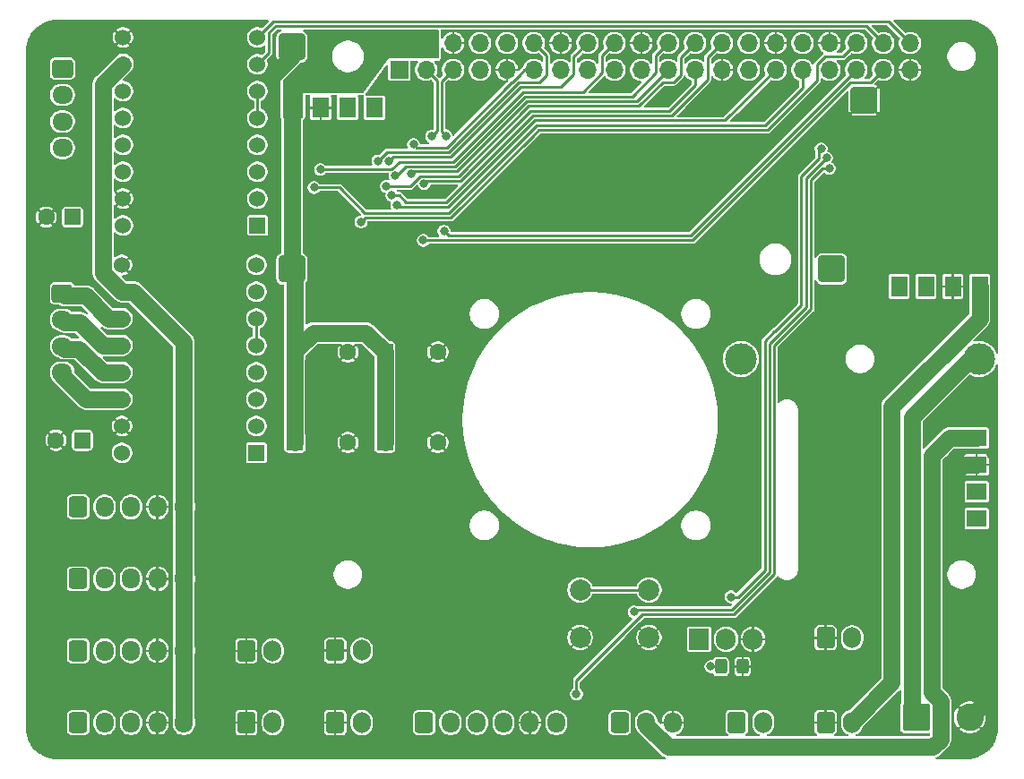
<source format=gbr>
%TF.GenerationSoftware,KiCad,Pcbnew,9.0.3*%
%TF.CreationDate,2025-07-12T01:01:34+02:00*%
%TF.ProjectId,FactoryInABoxHat,46616374-6f72-4794-996e-41426f784861,rev?*%
%TF.SameCoordinates,Original*%
%TF.FileFunction,Copper,L1,Top*%
%TF.FilePolarity,Positive*%
%FSLAX46Y46*%
G04 Gerber Fmt 4.6, Leading zero omitted, Abs format (unit mm)*
G04 Created by KiCad (PCBNEW 9.0.3) date 2025-07-12 01:01:34*
%MOMM*%
%LPD*%
G01*
G04 APERTURE LIST*
G04 Aperture macros list*
%AMRoundRect*
0 Rectangle with rounded corners*
0 $1 Rounding radius*
0 $2 $3 $4 $5 $6 $7 $8 $9 X,Y pos of 4 corners*
0 Add a 4 corners polygon primitive as box body*
4,1,4,$2,$3,$4,$5,$6,$7,$8,$9,$2,$3,0*
0 Add four circle primitives for the rounded corners*
1,1,$1+$1,$2,$3*
1,1,$1+$1,$4,$5*
1,1,$1+$1,$6,$7*
1,1,$1+$1,$8,$9*
0 Add four rect primitives between the rounded corners*
20,1,$1+$1,$2,$3,$4,$5,0*
20,1,$1+$1,$4,$5,$6,$7,0*
20,1,$1+$1,$6,$7,$8,$9,0*
20,1,$1+$1,$8,$9,$2,$3,0*%
G04 Aperture macros list end*
%TA.AperFunction,ComponentPad*%
%ADD10RoundRect,0.250000X-0.600000X-0.725000X0.600000X-0.725000X0.600000X0.725000X-0.600000X0.725000X0*%
%TD*%
%TA.AperFunction,ComponentPad*%
%ADD11O,1.700000X1.950000*%
%TD*%
%TA.AperFunction,ComponentPad*%
%ADD12R,1.930400X1.600000*%
%TD*%
%TA.AperFunction,ComponentPad*%
%ADD13RoundRect,0.250000X-0.600000X-0.750000X0.600000X-0.750000X0.600000X0.750000X-0.600000X0.750000X0*%
%TD*%
%TA.AperFunction,ComponentPad*%
%ADD14O,1.700000X2.000000*%
%TD*%
%TA.AperFunction,ComponentPad*%
%ADD15RoundRect,0.250000X0.550000X0.550000X-0.550000X0.550000X-0.550000X-0.550000X0.550000X-0.550000X0*%
%TD*%
%TA.AperFunction,ComponentPad*%
%ADD16C,1.600000*%
%TD*%
%TA.AperFunction,ComponentPad*%
%ADD17R,1.530000X1.530000*%
%TD*%
%TA.AperFunction,ComponentPad*%
%ADD18C,1.530000*%
%TD*%
%TA.AperFunction,ComponentPad*%
%ADD19RoundRect,0.250000X-0.550000X-0.550000X0.550000X-0.550000X0.550000X0.550000X-0.550000X0.550000X0*%
%TD*%
%TA.AperFunction,ComponentPad*%
%ADD20RoundRect,0.250000X-1.050000X-1.050000X1.050000X-1.050000X1.050000X1.050000X-1.050000X1.050000X0*%
%TD*%
%TA.AperFunction,ComponentPad*%
%ADD21C,2.600000*%
%TD*%
%TA.AperFunction,ComponentPad*%
%ADD22RoundRect,0.381000X0.889000X0.889000X-0.889000X0.889000X-0.889000X-0.889000X0.889000X-0.889000X0*%
%TD*%
%TA.AperFunction,ComponentPad*%
%ADD23R,1.905000X2.000000*%
%TD*%
%TA.AperFunction,ComponentPad*%
%ADD24O,1.905000X2.000000*%
%TD*%
%TA.AperFunction,ComponentPad*%
%ADD25R,1.600000X1.930400*%
%TD*%
%TA.AperFunction,ComponentPad*%
%ADD26RoundRect,0.250000X-0.725000X0.600000X-0.725000X-0.600000X0.725000X-0.600000X0.725000X0.600000X0*%
%TD*%
%TA.AperFunction,ComponentPad*%
%ADD27O,1.950000X1.700000*%
%TD*%
%TA.AperFunction,SMDPad,CuDef*%
%ADD28RoundRect,0.250000X0.325000X0.450000X-0.325000X0.450000X-0.325000X-0.450000X0.325000X-0.450000X0*%
%TD*%
%TA.AperFunction,ComponentPad*%
%ADD29C,2.000000*%
%TD*%
%TA.AperFunction,ComponentPad*%
%ADD30C,3.000000*%
%TD*%
%TA.AperFunction,ComponentPad*%
%ADD31R,1.700000X1.700000*%
%TD*%
%TA.AperFunction,ComponentPad*%
%ADD32O,1.700000X1.700000*%
%TD*%
%TA.AperFunction,ViaPad*%
%ADD33C,0.800000*%
%TD*%
%TA.AperFunction,ViaPad*%
%ADD34C,0.900000*%
%TD*%
%TA.AperFunction,Conductor*%
%ADD35C,1.600000*%
%TD*%
%TA.AperFunction,Conductor*%
%ADD36C,0.250000*%
%TD*%
G04 APERTURE END LIST*
D10*
%TO.P,J9,1,Pin_1*%
%TO.N,SCL3*%
X-22000000Y9900000D03*
D11*
%TO.P,J9,2,Pin_2*%
%TO.N,SDA3*%
X-19500000Y9900000D03*
%TO.P,J9,3,Pin_3*%
%TO.N,Interrupt rgb sensor*%
X-17000000Y9900000D03*
%TO.P,J9,4,Pin_4*%
%TO.N,GND*%
X-14500000Y9900000D03*
%TO.P,J9,5,Pin_5*%
%TO.N,+3V3*%
X-12000000Y9900000D03*
%TD*%
D12*
%TO.P,U5,EN,EN*%
%TO.N,unconnected-(U5-PadEN)*%
X62900000Y8790000D03*
%TO.P,U5,GND,GND*%
%TO.N,GND*%
X62900000Y13870000D03*
%TO.P,U5,IN+,IN+*%
%TO.N,+24V*%
X62900000Y11330000D03*
%TO.P,U5,VO+,VO+*%
%TO.N,+5V*%
X62900000Y16410000D03*
%TD*%
D10*
%TO.P,J3,1,Pin_1*%
%TO.N,Net-(J3-Pin_1)*%
X10700000Y-10500000D03*
D11*
%TO.P,J3,2,Pin_2*%
%TO.N,Net-(J3-Pin_2)*%
X13200000Y-10500000D03*
%TO.P,J3,3,Pin_3*%
%TO.N,Net-(J3-Pin_3)*%
X15700000Y-10500000D03*
%TO.P,J3,4,Pin_4*%
%TO.N,Net-(J3-Pin_4)*%
X18200000Y-10500000D03*
%TO.P,J3,5,Pin_5*%
%TO.N,GND*%
X20700000Y-10500000D03*
%TO.P,J3,6,Pin_6*%
%TO.N,Net-(J3-Pin_6)*%
X23200000Y-10500000D03*
%TD*%
D10*
%TO.P,J19,1,Pin_1*%
%TO.N,SCL0*%
X-22000000Y-10500000D03*
D11*
%TO.P,J19,2,Pin_2*%
%TO.N,SDA0*%
X-19500000Y-10500000D03*
%TO.P,J19,3,Pin_3*%
%TO.N,INT_TOF1*%
X-17000000Y-10500000D03*
%TO.P,J19,4,Pin_4*%
%TO.N,GND*%
X-14500000Y-10500000D03*
%TO.P,J19,5,Pin_5*%
%TO.N,+3V3*%
X-12000000Y-10500000D03*
%TD*%
D13*
%TO.P,J7,1,Pin_1*%
%TO.N,CVB V-*%
X40250000Y-10475000D03*
D14*
%TO.P,J7,2,Pin_2*%
%TO.N,+24V*%
X42750000Y-10475000D03*
%TD*%
D13*
%TO.P,J11,1,Pin_1*%
%TO.N,GND*%
X48650000Y-2475000D03*
D14*
%TO.P,J11,2,Pin_2*%
%TO.N,Net-(J11-Pin_2)*%
X51150000Y-2475000D03*
%TD*%
D15*
%TO.P,C4,1*%
%TO.N,+24V*%
X-21600000Y16200000D03*
D16*
%TO.P,C4,2*%
%TO.N,GND*%
X-24100000Y16200000D03*
%TD*%
D17*
%TO.P,U2,1,~{ENABLE}*%
%TO.N,unconnected-(U2-~{ENABLE}-Pad1)*%
X-5050000Y36510000D03*
D18*
%TO.P,U2,2,MS1*%
%TO.N,MS1 Sorting*%
X-5050000Y39050000D03*
%TO.P,U2,3,MS2*%
%TO.N,MS2 Sorting*%
X-5050000Y41590000D03*
%TO.P,U2,4,MS3*%
%TO.N,unconnected-(U2-MS3-Pad4)*%
X-5050000Y44130000D03*
%TO.P,U2,5,~{RESET}*%
%TO.N,Net-(U2-~{RESET})*%
X-5050000Y46670000D03*
%TO.P,U2,6,~{SLEEP}*%
X-5050000Y49210000D03*
%TO.P,U2,7,STEP*%
%TO.N,Step Sorting*%
X-5050000Y51750000D03*
%TO.P,U2,8,DIR*%
%TO.N,DIR Sorting*%
X-5050000Y54290000D03*
%TO.P,U2,9,GND*%
%TO.N,GND*%
X-17750000Y54290000D03*
%TO.P,U2,10,VDD*%
%TO.N,+3V3*%
X-17750000Y51750000D03*
%TO.P,U2,11,1B*%
%TO.N,1A Sorting*%
X-17750000Y49210000D03*
%TO.P,U2,12,1A*%
%TO.N,1B Sorting*%
X-17750000Y46670000D03*
%TO.P,U2,13,2A*%
%TO.N,2A Sorting*%
X-17750000Y44130000D03*
%TO.P,U2,14,2B*%
%TO.N,2B Sorting*%
X-17750000Y41590000D03*
%TO.P,U2,15,GND*%
%TO.N,GND*%
X-17750000Y39050000D03*
%TO.P,U2,16,VMOT*%
%TO.N,+24V*%
X-17750000Y36510000D03*
%TD*%
D19*
%TO.P,C12,1*%
%TO.N,+5VA*%
X-1500000Y16000000D03*
D16*
%TO.P,C12,2*%
%TO.N,GND*%
X3500000Y16000000D03*
%TD*%
D10*
%TO.P,J2,1,Pin_1*%
%TO.N,PWM_LVL*%
X29200000Y-10500000D03*
D11*
%TO.P,J2,2,Pin_2*%
%TO.N,+5V*%
X31700000Y-10500000D03*
%TO.P,J2,3,Pin_3*%
%TO.N,GND*%
X34200000Y-10500000D03*
%TD*%
D15*
%TO.P,C5,1*%
%TO.N,+24V*%
X-22517620Y37300000D03*
D16*
%TO.P,C5,2*%
%TO.N,GND*%
X-25017620Y37300000D03*
%TD*%
D20*
%TO.P,J15,1,1*%
%TO.N,+24V IN*%
X57200000Y-10000000D03*
D21*
%TO.P,J15,2,2*%
%TO.N,GND*%
X62280000Y-10000000D03*
%TD*%
D22*
%TO.P,DC-DC_PI5,1,In+*%
%TO.N,+24V*%
X49200000Y32400000D03*
%TO.P,DC-DC_PI5,2,In-*%
%TO.N,GND*%
X52275000Y48361000D03*
%TO.P,DC-DC_PI5,3,out-*%
X-1800000Y53400000D03*
%TO.P,DC-DC_PI5,4,out+*%
%TO.N,+5VA*%
X-1800000Y32400000D03*
%TD*%
D13*
%TO.P,J20,1,Pin_1*%
%TO.N,GND*%
X-6100000Y-3700000D03*
D14*
%TO.P,J20,2,Pin_2*%
%TO.N,Net-(J20-Pin_2)*%
X-3600000Y-3700000D03*
%TD*%
D19*
%TO.P,C1,1*%
%TO.N,+5VA*%
X6997349Y16000000D03*
D16*
%TO.P,C1,2*%
%TO.N,GND*%
X11997349Y16000000D03*
%TD*%
D23*
%TO.P,Q3,1,G*%
%TO.N,Net-(Q3-G)*%
X36700000Y-2600000D03*
D24*
%TO.P,Q3,2,D*%
%TO.N,CVB V-*%
X39240000Y-2600000D03*
%TO.P,Q3,3,S*%
%TO.N,GND*%
X41780000Y-2600000D03*
%TD*%
D25*
%TO.P,U6,EN,EN*%
%TO.N,unconnected-(U6-PadEN)*%
X55590000Y30754500D03*
%TO.P,U6,GND,GND*%
%TO.N,GND*%
X60670000Y30754500D03*
%TO.P,U6,IN+,IN+*%
%TO.N,+24V*%
X58130000Y30754500D03*
%TO.P,U6,VO+,VO+*%
%TO.N,+12V*%
X63210000Y30754500D03*
%TD*%
D19*
%TO.P,C6,1*%
%TO.N,+5VA*%
X6997349Y24550000D03*
D16*
%TO.P,C6,2*%
%TO.N,GND*%
X11997349Y24550000D03*
%TD*%
D13*
%TO.P,J10,1,Pin_1*%
%TO.N,GND*%
X48650000Y-10475000D03*
D14*
%TO.P,J10,2,Pin_2*%
%TO.N,+12V*%
X51150000Y-10475000D03*
%TD*%
D13*
%TO.P,J12,1,Pin_1*%
%TO.N,GND*%
X2300000Y-3675000D03*
D14*
%TO.P,J12,2,Pin_2*%
%TO.N,Net-(J12-Pin_2)*%
X4800000Y-3675000D03*
%TD*%
D26*
%TO.P,J8,1,Pin_1*%
%TO.N,1A ELEVATOR*%
X-23500000Y30100000D03*
D27*
%TO.P,J8,2,Pin_2*%
%TO.N,1B ELEVATOR*%
X-23500000Y27600000D03*
%TO.P,J8,3,Pin_3*%
%TO.N,2A ELEVATOR*%
X-23500000Y25100000D03*
%TO.P,J8,4,Pin_4*%
%TO.N,2B ELEVATOR*%
X-23500000Y22600000D03*
%TD*%
D10*
%TO.P,J18,1,Pin_1*%
%TO.N,SCL1*%
X-22000000Y-3700000D03*
D11*
%TO.P,J18,2,Pin_2*%
%TO.N,SDA1*%
X-19500000Y-3700000D03*
%TO.P,J18,3,Pin_3*%
%TO.N,INT_TOF2*%
X-17000000Y-3700000D03*
%TO.P,J18,4,Pin_4*%
%TO.N,GND*%
X-14500000Y-3700000D03*
%TO.P,J18,5,Pin_5*%
%TO.N,+3V3*%
X-12000000Y-3700000D03*
%TD*%
D25*
%TO.P,U7,EN,EN*%
%TO.N,unconnected-(U7-PadEN)*%
X6010000Y47645500D03*
%TO.P,U7,GND,GND*%
%TO.N,GND*%
X930000Y47645500D03*
%TO.P,U7,IN+,IN+*%
%TO.N,+24V*%
X3470000Y47645500D03*
%TO.P,U7,VO+,VO+*%
%TO.N,+5VA*%
X-1610000Y47645500D03*
%TD*%
D13*
%TO.P,J22,1,Pin_1*%
%TO.N,GND*%
X2300000Y-10500000D03*
D14*
%TO.P,J22,2,Pin_2*%
%TO.N,Net-(J22-Pin_2)*%
X4800000Y-10500000D03*
%TD*%
D26*
%TO.P,J13,1,Pin_1*%
%TO.N,1A Sorting*%
X-23475000Y51350000D03*
D27*
%TO.P,J13,2,Pin_2*%
%TO.N,1B Sorting*%
X-23475000Y48850000D03*
%TO.P,J13,3,Pin_3*%
%TO.N,2A Sorting*%
X-23475000Y46350000D03*
%TO.P,J13,4,Pin_4*%
%TO.N,2B Sorting*%
X-23475000Y43850000D03*
%TD*%
D28*
%TO.P,D1,1,K*%
%TO.N,GND*%
X40800000Y-5200000D03*
%TO.P,D1,2,A*%
%TO.N,Net-(D1-A)*%
X38750000Y-5200000D03*
%TD*%
D29*
%TO.P,SW1,1,1*%
%TO.N,Net-(R15-Pad2)*%
X25450000Y2050000D03*
X31950000Y2050000D03*
%TO.P,SW1,2,2*%
%TO.N,GND*%
X25450000Y-2450000D03*
X31950000Y-2450000D03*
%TD*%
D30*
%TO.P,F1,1*%
%TO.N,+24V IN*%
X63150000Y23900000D03*
%TO.P,F1,2*%
%TO.N,+24V*%
X40650000Y23900000D03*
%TD*%
D10*
%TO.P,J17,1,Pin_1*%
%TO.N,SCL2*%
X-22000000Y3100000D03*
D11*
%TO.P,J17,2,Pin_2*%
%TO.N,SDA2*%
X-19500000Y3100000D03*
%TO.P,J17,3,Pin_3*%
%TO.N,INT_TOF3*%
X-17000000Y3100000D03*
%TO.P,J17,4,Pin_4*%
%TO.N,GND*%
X-14500000Y3100000D03*
%TO.P,J17,5,Pin_5*%
%TO.N,+3V3*%
X-12000000Y3100000D03*
%TD*%
D19*
%TO.P,C2,1*%
%TO.N,+5VA*%
X-1500000Y24550000D03*
D16*
%TO.P,C2,2*%
%TO.N,GND*%
X3500000Y24550000D03*
%TD*%
D17*
%TO.P,U1,1,~{ENABLE}*%
%TO.N,unconnected-(U1-~{ENABLE}-Pad1)*%
X-5150000Y15010000D03*
D18*
%TO.P,U1,2,MS1*%
%TO.N,MS1 Elevator*%
X-5150000Y17550000D03*
%TO.P,U1,3,MS2*%
%TO.N,MS2 Elevator*%
X-5150000Y20090000D03*
%TO.P,U1,4,MS3*%
%TO.N,unconnected-(U1-MS3-Pad4)*%
X-5150000Y22630000D03*
%TO.P,U1,5,~{RESET}*%
%TO.N,Net-(U1-~{RESET})*%
X-5150000Y25170000D03*
%TO.P,U1,6,~{SLEEP}*%
X-5150000Y27710000D03*
%TO.P,U1,7,STEP*%
%TO.N,Step Elevator*%
X-5150000Y30250000D03*
%TO.P,U1,8,DIR*%
%TO.N,DIR Elevator*%
X-5150000Y32790000D03*
%TO.P,U1,9,GND*%
%TO.N,GND*%
X-17850000Y32790000D03*
%TO.P,U1,10,VDD*%
%TO.N,+3V3*%
X-17850000Y30250000D03*
%TO.P,U1,11,1B*%
%TO.N,1A ELEVATOR*%
X-17850000Y27710000D03*
%TO.P,U1,12,1A*%
%TO.N,1B ELEVATOR*%
X-17850000Y25170000D03*
%TO.P,U1,13,2A*%
%TO.N,2A ELEVATOR*%
X-17850000Y22630000D03*
%TO.P,U1,14,2B*%
%TO.N,2B ELEVATOR*%
X-17850000Y20090000D03*
%TO.P,U1,15,GND*%
%TO.N,GND*%
X-17850000Y17550000D03*
%TO.P,U1,16,VMOT*%
%TO.N,+24V*%
X-17850000Y15010000D03*
%TD*%
D13*
%TO.P,J21,1,Pin_1*%
%TO.N,GND*%
X-6100000Y-10500000D03*
D14*
%TO.P,J21,2,Pin_2*%
%TO.N,Net-(J21-Pin_2)*%
X-3600000Y-10500000D03*
%TD*%
D31*
%TO.P,J1,1,Pin_1*%
%TO.N,+3V3*%
X8370000Y51230000D03*
D32*
%TO.P,J1,2,Pin_2*%
%TO.N,+5VA*%
X8370000Y53770000D03*
%TO.P,J1,3,Pin_3*%
%TO.N,SDA*%
X10910000Y51230000D03*
%TO.P,J1,4,Pin_4*%
%TO.N,+5VA*%
X10910000Y53770000D03*
%TO.P,J1,5,Pin_5*%
%TO.N,SCL*%
X13450000Y51230000D03*
%TO.P,J1,6,Pin_6*%
%TO.N,GND*%
X13450000Y53770000D03*
%TO.P,J1,7,Pin_7*%
%TO.N,unconnected-(J1-Pin_7-Pad7)*%
X15990000Y51230000D03*
%TO.P,J1,8,Pin_8*%
%TO.N,unconnected-(J1-Pin_8-Pad8)*%
X15990000Y53770000D03*
%TO.P,J1,9,Pin_9*%
%TO.N,GND*%
X18530000Y51230000D03*
%TO.P,J1,10,Pin_10*%
%TO.N,unconnected-(J1-Pin_10-Pad10)*%
X18530000Y53770000D03*
%TO.P,J1,11,Pin_11*%
%TO.N,DIR Elevator*%
X21070000Y51230000D03*
%TO.P,J1,12,Pin_12*%
%TO.N,MS1 Elevator*%
X21070000Y53770000D03*
%TO.P,J1,13,Pin_13*%
%TO.N,unconnected-(J1-Pin_13-Pad13)*%
X23610000Y51230000D03*
%TO.P,J1,14,Pin_14*%
%TO.N,GND*%
X23610000Y53770000D03*
%TO.P,J1,15,Pin_15*%
%TO.N,unconnected-(J1-Pin_15-Pad15)*%
X26150000Y51230000D03*
%TO.P,J1,16,Pin_16*%
%TO.N,MS2 Elevator*%
X26150000Y53770000D03*
%TO.P,J1,17,Pin_17*%
%TO.N,+3V3*%
X28690000Y51230000D03*
%TO.P,J1,18,Pin_18*%
%TO.N,MS2 Sorting*%
X28690000Y53770000D03*
%TO.P,J1,19,Pin_19*%
%TO.N,init Robot*%
X31230000Y51230000D03*
%TO.P,J1,20,Pin_20*%
%TO.N,GND*%
X31230000Y53770000D03*
%TO.P,J1,21,Pin_21*%
%TO.N,Elevatorunten*%
X33770000Y51230000D03*
%TO.P,J1,22,Pin_22*%
%TO.N,INT_TOF1*%
X33770000Y53770000D03*
%TO.P,J1,23,Pin_23*%
%TO.N,Elevatoroben*%
X36310000Y51230000D03*
%TO.P,J1,24,Pin_24*%
%TO.N,INT_TOF2*%
X36310000Y53770000D03*
%TO.P,J1,25,Pin_25*%
%TO.N,GND*%
X38850000Y51230000D03*
%TO.P,J1,26,Pin_26*%
%TO.N,INT_TOF3*%
X38850000Y53770000D03*
%TO.P,J1,27,Pin_27*%
%TO.N,unconnected-(J1-Pin_27-Pad27)*%
X41390000Y51230000D03*
%TO.P,J1,28,Pin_28*%
%TO.N,unconnected-(J1-Pin_28-Pad28)*%
X41390000Y53770000D03*
%TO.P,J1,29,Pin_29*%
%TO.N,Interrupt rgb sensor*%
X43930000Y51230000D03*
%TO.P,J1,30,Pin_30*%
%TO.N,GND*%
X43930000Y53770000D03*
%TO.P,J1,31,Pin_31*%
%TO.N,MS1 Sorting*%
X46470000Y51230000D03*
%TO.P,J1,32,Pin_32*%
%TO.N,CVB PWM*%
X46470000Y53770000D03*
%TO.P,J1,33,Pin_33*%
%TO.N,PWM_TO_LVL*%
X49010000Y51230000D03*
%TO.P,J1,34,Pin_34*%
%TO.N,GND*%
X49010000Y53770000D03*
%TO.P,J1,35,Pin_35*%
%TO.N,Seperatorlinks*%
X51550000Y51230000D03*
%TO.P,J1,36,Pin_36*%
%TO.N,Step Elevator*%
X51550000Y53770000D03*
%TO.P,J1,37,Pin_37*%
%TO.N,Seperatorrechts*%
X54090000Y51230000D03*
%TO.P,J1,38,Pin_38*%
%TO.N,Step Sorting*%
X54090000Y53770000D03*
%TO.P,J1,39,Pin_39*%
%TO.N,GND*%
X56630000Y51230000D03*
%TO.P,J1,40,Pin_40*%
%TO.N,DIR Sorting*%
X56630000Y53770000D03*
%TD*%
D33*
%TO.N,GND*%
X37300000Y-10900000D03*
X37400000Y-8300000D03*
X46000000Y23900000D03*
X12300000Y19200000D03*
X29200000Y-5700000D03*
X38700000Y4600000D03*
X-22400000Y39400000D03*
X12100000Y27000000D03*
X45700000Y-9700000D03*
X63900000Y-11800000D03*
D34*
X-20000000Y-6250000D03*
D33*
X-25476000Y49100000D03*
X2700000Y33700000D03*
X34000000Y-3700000D03*
X44100000Y28200000D03*
D34*
X30000000Y52500000D03*
X-16700000Y-8150000D03*
D33*
X30300000Y-13400000D03*
X100000Y14000000D03*
X28600000Y33400000D03*
X52100000Y16300000D03*
X21400000Y37600000D03*
X60000000Y42500000D03*
X24200000Y4600000D03*
D34*
X45300000Y52500000D03*
X-7300000Y53400000D03*
D33*
X-5600000Y-1500000D03*
X26600000Y-10200000D03*
D34*
X-350000Y5100000D03*
X5350000Y-6000000D03*
D33*
X-25476000Y43700000D03*
X50100000Y-6200000D03*
D34*
X-18050000Y11550000D03*
X9600000Y2750000D03*
D33*
X29600000Y49800000D03*
D34*
X7050000Y-9150000D03*
X14650000Y52550000D03*
D33*
X62200000Y47400000D03*
X53100000Y42400000D03*
X18200000Y-12700000D03*
X-4100000Y-1900000D03*
X900000Y20400000D03*
X27300000Y44500000D03*
D34*
X16350000Y33700000D03*
D33*
X54400000Y-10300000D03*
X48200000Y8700000D03*
X52500000Y11700000D03*
D34*
X-9400000Y-1200000D03*
D33*
X10400000Y45700000D03*
D34*
X9550000Y900000D03*
D33*
X52400000Y6500000D03*
X3400000Y37800000D03*
D34*
X-8750000Y40650000D03*
D33*
X47600000Y18100000D03*
X35000000Y-6700000D03*
X12200000Y22000000D03*
X17000000Y37900000D03*
X32300000Y43800000D03*
X36500000Y47400000D03*
D34*
X-23700000Y42300000D03*
D33*
X5000000Y44000000D03*
X34200000Y-1400000D03*
X12600000Y30300000D03*
X52000000Y1100000D03*
X-25476000Y39700000D03*
X12500000Y39900000D03*
X62500000Y-5200000D03*
D34*
X14750000Y-8750000D03*
D33*
X-22300000Y54290000D03*
D34*
X40000000Y52550000D03*
X10100000Y-13100000D03*
X17100000Y52550000D03*
X42600000Y52500000D03*
D33*
X15000000Y48700000D03*
D34*
X13450000Y2700000D03*
D33*
X50300000Y-300000D03*
X43700000Y-5900000D03*
D34*
X-6200000Y1950000D03*
X-1050000Y-9400000D03*
D33*
X37400000Y34100000D03*
X21300000Y-100000D03*
X21600000Y-12900000D03*
X64200000Y19300000D03*
D34*
X-22300000Y150000D03*
D33*
X30200000Y-8500000D03*
D34*
X-8250000Y17500000D03*
X3850000Y-1550000D03*
X-8950000Y30850000D03*
D33*
X50800000Y45100000D03*
X13600000Y45900000D03*
X61261400Y7161400D03*
X51200000Y29000000D03*
X64100000Y-800000D03*
D34*
X16901992Y927992D03*
X-14700000Y-1550000D03*
X350000Y-4100000D03*
X-8250000Y43600000D03*
D33*
X20300000Y-6000000D03*
X33200000Y48800000D03*
X48000000Y2800000D03*
D34*
X8150000Y-3650000D03*
D33*
X3600000Y32400000D03*
D34*
X900000Y8800000D03*
D33*
X64400000Y12700000D03*
X33500000Y4400000D03*
X2700000Y31100000D03*
D34*
X-24050000Y13950000D03*
D33*
X63700000Y21200000D03*
X63800000Y37600000D03*
D34*
X-23950000Y-12200000D03*
X-10350000Y8000000D03*
D33*
X48400000Y26400000D03*
X20400000Y41700000D03*
X700000Y45800000D03*
X-25476000Y33800000D03*
D34*
X-13700000Y45750000D03*
X-7950000Y-9350000D03*
D33*
X64100000Y-7500000D03*
X-17000000Y-1600000D03*
X61300000Y18100000D03*
X-1000000Y-1600000D03*
X23400000Y-3000000D03*
X800000Y43500000D03*
X56100000Y48000000D03*
D34*
X-6200000Y6500000D03*
D33*
X9700000Y9900000D03*
X55500000Y39000000D03*
X47500000Y48500000D03*
D34*
X-20950000Y7550000D03*
D33*
X42300000Y47500000D03*
X33500000Y41100000D03*
X62300000Y-7500000D03*
X19100000Y-8600000D03*
X62700000Y42600000D03*
X24200000Y37600000D03*
X43800000Y300000D03*
X10200000Y48700000D03*
X29900000Y-3600000D03*
D34*
X4600000Y17600000D03*
X10150000Y-8550000D03*
D33*
X14600000Y11000000D03*
X62300000Y-2700000D03*
X61200000Y20000000D03*
X55100000Y26000000D03*
D34*
X9400000Y-6750000D03*
D33*
X60600000Y33900000D03*
X35200000Y38100000D03*
D34*
X800000Y-9300000D03*
D33*
X-100000Y44700000D03*
D34*
X-8550000Y27150000D03*
D33*
X24100000Y-6200000D03*
D34*
X14600000Y-13000000D03*
D33*
X-14300000Y8000000D03*
X-100000Y39000000D03*
D34*
X-13400000Y40350000D03*
D33*
X-19600000Y400000D03*
D34*
X-8400000Y22350000D03*
D33*
X45100000Y41300000D03*
D34*
X-20100000Y-13200000D03*
D33*
X19600000Y32800000D03*
X46000000Y47000000D03*
X7600000Y4000000D03*
X62100000Y-500000D03*
X30500000Y32200000D03*
X19700000Y52600000D03*
D34*
X12150000Y12800000D03*
D33*
X64100000Y-4200000D03*
D34*
X-6600000Y10400000D03*
D33*
X28000000Y4200000D03*
D34*
X-14550000Y-7700000D03*
X-8200000Y37500000D03*
X-300000Y800000D03*
D33*
X48200000Y13800000D03*
D34*
X-22650000Y-6300000D03*
D33*
X61800000Y-12800000D03*
X49500000Y37200000D03*
D34*
X-9850000Y9650000D03*
X-10250000Y-9400000D03*
X-12250000Y-12800000D03*
X-10800000Y54650000D03*
D33*
X28400000Y37500000D03*
X21900000Y-8300000D03*
D34*
X43350000Y35850000D03*
X-21750000Y5850000D03*
D33*
X39200000Y49200000D03*
X24800000Y-13400000D03*
X2600000Y36400000D03*
X12500000Y33400000D03*
X3700000Y34800000D03*
X7500000Y13600000D03*
X37800000Y25900000D03*
D34*
X36450000Y43600000D03*
D33*
X7900000Y48400000D03*
X41000000Y10700000D03*
X64200000Y7300000D03*
X64300000Y14800000D03*
X44000000Y49400000D03*
X-25000000Y53100000D03*
%TO.N,Seperatorlinks*%
X12575000Y35975000D03*
%TO.N,Elevatoroben*%
X10703209Y40469000D03*
%TO.N,Elevatorunten*%
X9500000Y41371000D03*
%TO.N,Seperatorrechts*%
X10623000Y35100000D03*
%TO.N,init Robot*%
X48729210Y42900000D03*
X30537347Y-37347D03*
%TO.N,Net-(D1-A)*%
X37800000Y-5200000D03*
%TO.N,MS1 Elevator*%
X6337685Y42604240D03*
%TO.N,SDA*%
X11400000Y44950000D03*
%TO.N,Interrupt rgb sensor*%
X8094796Y38462252D03*
%TO.N,INT_TOF2*%
X7125000Y40208590D03*
%TO.N,PWM_TO_LVL*%
X49000000Y41900000D03*
X25100000Y-7800000D03*
%TO.N,INT_TOF3*%
X7653209Y39359473D03*
%TO.N,MS2 Elevator*%
X7337347Y42578127D03*
%TO.N,MS2 Sorting*%
X900000Y41800000D03*
%TO.N,SCL*%
X12750000Y45000000D03*
%TO.N,CVB PWM*%
X48219775Y43760512D03*
X39700000Y1400000D03*
%TO.N,Step Elevator*%
X4745059Y36848304D03*
%TO.N,INT_TOF1*%
X7960142Y41196341D03*
%TO.N,+5V*%
X58700000Y-4400000D03*
%TO.N,DIR Elevator*%
X9700000Y44174000D03*
%TO.N,MS1 Sorting*%
X300000Y40100000D03*
%TO.N,+12V*%
X54900000Y-1200000D03*
%TD*%
D35*
%TO.N,GND*%
X64100000Y-7500000D02*
X64100000Y-4200000D01*
X61672800Y13870000D02*
X62900000Y13870000D01*
X60933800Y13131000D02*
X61672800Y13870000D01*
X62280000Y-10000000D02*
X64100000Y-8180000D01*
X60933800Y7489000D02*
X60933800Y13131000D01*
X64100000Y4322800D02*
X61261400Y7161400D01*
X64100000Y-800000D02*
X64100000Y4322800D01*
X61261400Y7161400D02*
X60933800Y7489000D01*
X-1800000Y52502498D02*
X-3822498Y50480000D01*
X-1800000Y53400000D02*
X-1800000Y52502498D01*
X64100000Y-4200000D02*
X64100000Y-800000D01*
X64100000Y-8180000D02*
X64100000Y-7500000D01*
%TO.N,+5VA*%
X-1500000Y24550000D02*
X-1500000Y32100000D01*
X248349Y26351000D02*
X-1500000Y24602651D01*
X5196349Y26351000D02*
X248349Y26351000D01*
X-1500000Y24602651D02*
X-1500000Y24550000D01*
X6997349Y16000000D02*
X6997349Y24550000D01*
X-1500000Y16000000D02*
X-1552651Y16052651D01*
X6997349Y24550000D02*
X5196349Y26351000D01*
X-1800000Y32400000D02*
X-1800000Y47455500D01*
X-1552651Y16052651D02*
X-1552651Y24497349D01*
X-1800000Y47455500D02*
X-1610000Y47645500D01*
X-1552651Y24497349D02*
X-1500000Y24550000D01*
D36*
%TO.N,Seperatorlinks*%
X12999000Y35551000D02*
X35871000Y35551000D01*
X12575000Y35975000D02*
X12999000Y35551000D01*
X35871000Y35551000D02*
X51550000Y51230000D01*
%TO.N,Elevatoroben*%
X11040000Y40743000D02*
X14170786Y40743000D01*
X10703209Y40469000D02*
X10766000Y40469000D01*
X10766000Y40469000D02*
X11040000Y40743000D01*
X20775786Y47348000D02*
X33898000Y47348000D01*
X33898000Y47348000D02*
X36300000Y49750000D01*
X14170786Y40743000D02*
X20775786Y47348000D01*
X36300000Y49750000D02*
X36300000Y51220000D01*
%TO.N,Elevatorunten*%
X9774000Y41645000D02*
X13797166Y41645000D01*
X30790000Y48250000D02*
X33770000Y51230000D01*
X13797166Y41645000D02*
X20402166Y48250000D01*
X9500000Y41371000D02*
X9774000Y41645000D01*
X20402166Y48250000D02*
X30790000Y48250000D01*
%TO.N,Seperatorrechts*%
X52914000Y50054000D02*
X54090000Y51230000D01*
X36057810Y35100000D02*
X51011810Y50054000D01*
X51011810Y50054000D02*
X52914000Y50054000D01*
X10623000Y35100000D02*
X36057810Y35100000D01*
%TO.N,init Robot*%
X43350000Y3737810D02*
X39812190Y200000D01*
X39812190Y200000D02*
X30774694Y200000D01*
X48729210Y42900000D02*
X46800000Y40970790D01*
X30774694Y200000D02*
X30537347Y-37347D01*
X46800000Y40970790D02*
X46800000Y28786396D01*
X46800000Y28786396D02*
X43350000Y25336396D01*
X43350000Y25336396D02*
X43350000Y3737810D01*
%TO.N,Net-(D1-A)*%
X38750000Y-5200000D02*
X37800000Y-5200000D01*
D35*
%TO.N,+24V IN*%
X56800000Y18400000D02*
X56800000Y-9600000D01*
X62300000Y23900000D02*
X56800000Y18400000D01*
X63150000Y23900000D02*
X62300000Y23900000D01*
D36*
%TO.N,DIR Sorting*%
X54576000Y55824000D02*
X56630000Y53770000D01*
X-3516000Y55824000D02*
X54576000Y55824000D01*
X-3516000Y55824000D02*
X-4971285Y54368715D01*
%TO.N,MS1 Elevator*%
X13036810Y43449000D02*
X19190810Y49603000D01*
X7182445Y43449000D02*
X13036810Y43449000D01*
X19654926Y50054000D02*
X21557116Y50054000D01*
X22246000Y50742884D02*
X22246000Y52594000D01*
X6337685Y42604240D02*
X7182445Y43449000D01*
X22246000Y52594000D02*
X21070000Y53770000D01*
X19203926Y49603000D02*
X19654926Y50054000D01*
X19190810Y49603000D02*
X19203926Y49603000D01*
X21557116Y50054000D02*
X22246000Y50742884D01*
%TO.N,SDA*%
X11400000Y44950000D02*
X11900000Y45450000D01*
X11900000Y50240000D02*
X10910000Y51230000D01*
X11900000Y45450000D02*
X11900000Y50240000D01*
%TO.N,Interrupt rgb sensor*%
X21149406Y46446000D02*
X39146000Y46446000D01*
X8307048Y38250000D02*
X12400000Y38250000D01*
X12400000Y38250000D02*
X12401000Y38249000D01*
X12952406Y38249000D02*
X21149406Y46446000D01*
X39146000Y46446000D02*
X43930000Y51230000D01*
X12401000Y38249000D02*
X12952406Y38249000D01*
X8094796Y38462252D02*
X8307048Y38250000D01*
%TO.N,INT_TOF2*%
X34946000Y52406000D02*
X36310000Y53770000D01*
X7125000Y40208590D02*
X9364310Y40208590D01*
X30976810Y47799000D02*
X33257347Y50079537D01*
X34946000Y50742884D02*
X34946000Y52406000D01*
X33282884Y50054000D02*
X34257116Y50054000D01*
X13983976Y41194000D02*
X20588976Y47799000D01*
X9364310Y40208590D02*
X10349720Y41194000D01*
X34257116Y50054000D02*
X34946000Y50742884D01*
X20588976Y47799000D02*
X30976810Y47799000D01*
X33257347Y50079537D02*
X33282884Y50054000D01*
X10349720Y41194000D02*
X13983976Y41194000D01*
%TO.N,PWM_TO_LVL*%
X48367020Y41900000D02*
X47251000Y40783980D01*
X30838067Y-763347D02*
X30836653Y-763347D01*
X47251000Y28599586D02*
X43801000Y25149586D01*
X43801000Y25149586D02*
X43801000Y3551000D01*
X25100000Y-6500000D02*
X25100000Y-7800000D01*
X31263347Y-336653D02*
X31263347Y-338067D01*
X30836653Y-763347D02*
X25100000Y-6500000D01*
X31263347Y-338067D02*
X30838067Y-763347D01*
X49000000Y41900000D02*
X48367020Y41900000D01*
X39999000Y-251000D02*
X31349000Y-251000D01*
X43801000Y3551000D02*
X39999000Y-251000D01*
X47251000Y40783980D02*
X47251000Y28599586D01*
X31349000Y-251000D02*
X31263347Y-336653D01*
%TO.N,INT_TOF3*%
X8999000Y38701000D02*
X8340527Y39359473D01*
X12586810Y38701000D02*
X8999000Y38701000D01*
X37500000Y50312190D02*
X34084810Y46897000D01*
X37500000Y52420000D02*
X37500000Y50312190D01*
X12587810Y38700000D02*
X12586810Y38701000D01*
X12765596Y38700000D02*
X12587810Y38700000D01*
X34084810Y46897000D02*
X20962596Y46897000D01*
X8340527Y39359473D02*
X7653209Y39359473D01*
X38850000Y53770000D02*
X37500000Y52420000D01*
X20962596Y46897000D02*
X12765596Y38700000D01*
%TO.N,MS2 Elevator*%
X13223620Y42998000D02*
X19212810Y48987190D01*
X23646116Y49603000D02*
X24850000Y50806884D01*
X19225926Y48987190D02*
X19841736Y49603000D01*
X7337347Y42578127D02*
X7757220Y42998000D01*
X19841736Y49603000D02*
X23646116Y49603000D01*
X19212810Y48987190D02*
X19225926Y48987190D01*
X24850000Y52470000D02*
X26150000Y53770000D01*
X7757220Y42998000D02*
X13223620Y42998000D01*
X24850000Y50806884D02*
X24850000Y52470000D01*
%TO.N,Step Sorting*%
X54090000Y53770000D02*
X52488000Y55372000D01*
X-3959000Y52841000D02*
X-5050000Y51750000D01*
X52488000Y55372000D02*
X-3330190Y55372000D01*
X-3959000Y54743190D02*
X-3959000Y52841000D01*
X-3330190Y55372000D02*
X-3959000Y54743190D01*
%TO.N,MS2 Sorting*%
X7653127Y41853127D02*
X8347000Y42547000D01*
X27514000Y52594000D02*
X28690000Y53770000D01*
X27514000Y50930884D02*
X27514000Y52594000D01*
X25735116Y49152000D02*
X27514000Y50930884D01*
X13423546Y42547000D02*
X20028546Y49152000D01*
X8347000Y42547000D02*
X13423546Y42547000D01*
X20028546Y49152000D02*
X25735116Y49152000D01*
X953127Y41853127D02*
X7653127Y41853127D01*
X900000Y41800000D02*
X953127Y41853127D01*
%TO.N,SCL*%
X12351000Y50131000D02*
X13450000Y51230000D01*
X12351000Y45399000D02*
X12351000Y50131000D01*
X12750000Y45000000D02*
X12351000Y45399000D01*
%TO.N,CVB PWM*%
X43800000Y26500000D02*
X42900000Y25600000D01*
X40374380Y1400000D02*
X39700000Y1400000D01*
X48003210Y42811810D02*
X46349000Y41157600D01*
X48219775Y43760512D02*
X48003210Y43543947D01*
X42900000Y25600000D02*
X42900000Y25524206D01*
X46349000Y41157600D02*
X46349000Y28973206D01*
X48003210Y43543947D02*
X48003210Y42811810D01*
X43875794Y26500000D02*
X43800000Y26500000D01*
X46349000Y28973206D02*
X43875794Y26500000D01*
X42900000Y25524206D02*
X42899000Y25523206D01*
X42899000Y3924620D02*
X40374380Y1400000D01*
X42899000Y25523206D02*
X42899000Y3924620D01*
%TO.N,Step Elevator*%
X43145414Y45544000D02*
X21544000Y45544000D01*
X21544000Y45544000D02*
X21000000Y45000000D01*
X21000000Y45000000D02*
X20979026Y45000000D01*
X51550000Y53770000D02*
X50280000Y52500000D01*
X47834000Y51717116D02*
X47834000Y50232586D01*
X50280000Y52500000D02*
X48616884Y52500000D01*
X20979026Y45000000D02*
X13228026Y37249000D01*
X48616884Y52500000D02*
X47834000Y51717116D01*
X5145755Y37249000D02*
X4745059Y36848304D01*
X13228026Y37249000D02*
X5145755Y37249000D01*
X47834000Y50232586D02*
X43145414Y45544000D01*
%TO.N,INT_TOF1*%
X30364116Y48701000D02*
X32594000Y50930884D01*
X32594000Y52594000D02*
X33770000Y53770000D01*
X7960142Y41196341D02*
X8096341Y41196341D01*
X20215356Y48701000D02*
X30364116Y48701000D01*
X8096341Y41196341D02*
X8996000Y42096000D01*
X32594000Y50930884D02*
X32594000Y52594000D01*
X13610356Y42096000D02*
X20215356Y48701000D01*
X8996000Y42096000D02*
X13610356Y42096000D01*
D35*
%TO.N,+5V*%
X58700000Y-4400000D02*
X58700000Y-7623892D01*
X60334800Y16410000D02*
X62900000Y16410000D01*
X58700000Y14775200D02*
X60334800Y16410000D01*
X33757291Y-12800000D02*
X31700000Y-10742709D01*
X59501000Y-8424892D02*
X59501000Y-12099000D01*
X58700000Y-4400000D02*
X58700000Y14775200D01*
X31700000Y-10742709D02*
X31700000Y-10500000D01*
X33757291Y-12800000D02*
X58800000Y-12800000D01*
X59501000Y-12099000D02*
X58800000Y-12800000D01*
X58700000Y-7623892D02*
X59501000Y-8424892D01*
%TO.N,+3V3*%
X-12000000Y9900000D02*
X-12000000Y3100000D01*
X-16768127Y30250000D02*
X-12000000Y25481873D01*
X-12000000Y-3700000D02*
X-12000000Y-10500000D01*
X-17750000Y51750000D02*
X-19616000Y49884000D01*
X-12000000Y3100000D02*
X-12000000Y-3700000D01*
X-19616000Y49884000D02*
X-19616000Y32016000D01*
X-19616000Y32016000D02*
X-17850000Y30250000D01*
X-12000000Y25481873D02*
X-12000000Y9900000D01*
X-17850000Y30250000D02*
X-16768127Y30250000D01*
D36*
%TO.N,DIR Elevator*%
X19706000Y50742884D02*
X19706000Y50756000D01*
X19017116Y50054000D02*
X19706000Y50742884D01*
X19004000Y50054000D02*
X19017116Y50054000D01*
X9974000Y43900000D02*
X12850000Y43900000D01*
X20180000Y51230000D02*
X21070000Y51230000D01*
X12850000Y43900000D02*
X19004000Y50054000D01*
X19706000Y50756000D02*
X20180000Y51230000D01*
X9700000Y44174000D02*
X9974000Y43900000D01*
%TO.N,MS1 Sorting*%
X11094950Y37699000D02*
X11095950Y37700000D01*
X46470000Y49506396D02*
X46470000Y51230000D01*
X11095950Y37700000D02*
X13041216Y37700000D01*
X10492510Y37700000D02*
X10493510Y37699000D01*
X42958604Y45995000D02*
X46470000Y49506396D01*
X300000Y40100000D02*
X2700000Y40100000D01*
X5100000Y37700000D02*
X10492510Y37700000D01*
X21336216Y45995000D02*
X42958604Y45995000D01*
X13041216Y37700000D02*
X21336216Y45995000D01*
X10493510Y37699000D02*
X11094950Y37699000D01*
X2700000Y40100000D02*
X5100000Y37700000D01*
D35*
%TO.N,1A ELEVATOR*%
X-23250000Y29850000D02*
X-23500000Y30100000D01*
X-17850000Y27710000D02*
X-19110000Y27710000D01*
X-19110000Y27710000D02*
X-21250000Y29850000D01*
X-21250000Y29850000D02*
X-23250000Y29850000D01*
%TO.N,1B ELEVATOR*%
X-23500000Y27600000D02*
X-23250000Y27350000D01*
X-21850000Y27350000D02*
X-19670000Y25170000D01*
X-23250000Y27350000D02*
X-21850000Y27350000D01*
X-19670000Y25170000D02*
X-17850000Y25170000D01*
%TO.N,2B ELEVATOR*%
X-23500000Y22600000D02*
X-23500000Y22350000D01*
X-21240000Y20090000D02*
X-17850000Y20090000D01*
X-23500000Y22350000D02*
X-21240000Y20090000D01*
%TO.N,2A ELEVATOR*%
X-23500000Y25100000D02*
X-23250000Y24850000D01*
X-21896998Y24850000D02*
X-19676998Y22630000D01*
X-23250000Y24850000D02*
X-21896998Y24850000D01*
X-19676998Y22630000D02*
X-17850000Y22630000D01*
%TO.N,+12V*%
X63210000Y27710000D02*
X63210000Y30754500D01*
X54900000Y-1200000D02*
X54900000Y-6725000D01*
X54900000Y19400000D02*
X54900000Y-1200000D01*
X54900000Y19400000D02*
X63210000Y27710000D01*
X54900000Y-6725000D02*
X51150000Y-10475000D01*
D36*
%TO.N,Net-(R15-Pad2)*%
X25450000Y2050000D02*
X31950000Y2050000D01*
%TO.N,Net-(U1-~{RESET})*%
X-5150000Y27710000D02*
X-5150000Y25170000D01*
%TO.N,Net-(U2-~{RESET})*%
X-5050000Y46670000D02*
X-5050000Y49210000D01*
%TD*%
%TA.AperFunction,Conductor*%
%TO.N,+5VA*%
G36*
X12043039Y55026815D02*
G01*
X12088794Y54974011D01*
X12100000Y54922500D01*
X12100000Y52424000D01*
X12080315Y52356961D01*
X12027511Y52311206D01*
X11976000Y52300000D01*
X7400000Y52300000D01*
X5014009Y49099881D01*
X4958156Y49057902D01*
X4914599Y49050000D01*
X-750000Y49050000D01*
X-750000Y46774000D01*
X-769685Y46706961D01*
X-822489Y46661206D01*
X-874000Y46650000D01*
X-2526000Y46650000D01*
X-2593039Y46669685D01*
X-2638794Y46722489D01*
X-2650000Y46774000D01*
X-2650000Y50186217D01*
X-2630315Y50253256D01*
X-2613684Y50273895D01*
X-1162222Y51725357D01*
X-1162218Y51725359D01*
X-1022861Y51864716D01*
X-1010279Y51883547D01*
X-1002639Y51891485D01*
X-981483Y51903570D01*
X-962784Y51919196D01*
X-949156Y51922034D01*
X-941968Y51926139D01*
X-931953Y51925616D01*
X-913294Y51929500D01*
X-872891Y51929500D01*
X-872884Y51929500D01*
X-759198Y51944467D01*
X-617741Y52003061D01*
X-496269Y52096269D01*
X-403061Y52217741D01*
X-344467Y52359198D01*
X-329500Y52472884D01*
X-329500Y52618098D01*
X1999500Y52618098D01*
X1999500Y52381903D01*
X2036446Y52148632D01*
X2109433Y51924004D01*
X2209508Y51727598D01*
X2216657Y51713567D01*
X2355483Y51522490D01*
X2522490Y51355483D01*
X2713567Y51216657D01*
X2771484Y51187147D01*
X2924003Y51109434D01*
X2924005Y51109434D01*
X2924008Y51109432D01*
X3044412Y51070311D01*
X3148631Y51036447D01*
X3381903Y50999500D01*
X3381908Y50999500D01*
X3618097Y50999500D01*
X3851368Y51036447D01*
X4075992Y51109432D01*
X4286433Y51216657D01*
X4477510Y51355483D01*
X4644517Y51522490D01*
X4783343Y51713567D01*
X4890568Y51924008D01*
X4963553Y52148632D01*
X4974499Y52217742D01*
X5000500Y52381903D01*
X5000500Y52618098D01*
X4963553Y52851369D01*
X4890566Y53075997D01*
X4783342Y53286434D01*
X4644517Y53477510D01*
X4477510Y53644517D01*
X4286433Y53783343D01*
X4075996Y53890567D01*
X3851368Y53963554D01*
X3618097Y54000500D01*
X3618092Y54000500D01*
X3381908Y54000500D01*
X3381903Y54000500D01*
X3148631Y53963554D01*
X2924003Y53890567D01*
X2713566Y53783343D01*
X2604550Y53704138D01*
X2522490Y53644517D01*
X2522488Y53644515D01*
X2522487Y53644515D01*
X2355485Y53477513D01*
X2355485Y53477512D01*
X2355483Y53477510D01*
X2295862Y53395450D01*
X2216657Y53286434D01*
X2109433Y53075997D01*
X2036446Y52851369D01*
X1999500Y52618098D01*
X-329500Y52618098D01*
X-329500Y54327116D01*
X-344467Y54440802D01*
X-403061Y54582259D01*
X-496269Y54703731D01*
X-571885Y54761753D01*
X-617743Y54796941D01*
X-644296Y54807939D01*
X-698700Y54851780D01*
X-720765Y54918074D01*
X-703486Y54985773D01*
X-652349Y55033384D01*
X-596844Y55046500D01*
X11976000Y55046500D01*
X12043039Y55026815D01*
G37*
%TD.AperFunction*%
%TD*%
%TA.AperFunction,Conductor*%
%TO.N,GND*%
G36*
X-4031642Y55930593D02*
G01*
X-3995678Y55881093D01*
X-3995678Y55819907D01*
X-4019830Y55780498D01*
X-4140792Y55659535D01*
X-4589765Y55210564D01*
X-4644281Y55182787D01*
X-4697653Y55189104D01*
X-4768374Y55218397D01*
X-4954905Y55255500D01*
X-4954907Y55255500D01*
X-5145093Y55255500D01*
X-5145096Y55255500D01*
X-5331625Y55218398D01*
X-5507336Y55145616D01*
X-5665468Y55039956D01*
X-5799956Y54905468D01*
X-5905616Y54747336D01*
X-5978398Y54571625D01*
X-6015500Y54385096D01*
X-6015500Y54194905D01*
X-5978398Y54008376D01*
X-5905616Y53832665D01*
X-5822244Y53707890D01*
X-5799953Y53674529D01*
X-5665471Y53540047D01*
X-5507336Y53434385D01*
X-5331626Y53361603D01*
X-5145093Y53324500D01*
X-5145092Y53324500D01*
X-4954908Y53324500D01*
X-4954907Y53324500D01*
X-4768374Y53361603D01*
X-4592664Y53434385D01*
X-4438501Y53537393D01*
X-4379613Y53554001D01*
X-4322210Y53532823D01*
X-4288217Y53481949D01*
X-4284500Y53455077D01*
X-4284500Y53016835D01*
X-4303407Y52958644D01*
X-4313497Y52946831D01*
X-4589765Y52670564D01*
X-4644281Y52642787D01*
X-4697653Y52649104D01*
X-4768374Y52678397D01*
X-4954905Y52715500D01*
X-4954907Y52715500D01*
X-5145093Y52715500D01*
X-5145096Y52715500D01*
X-5331625Y52678398D01*
X-5507336Y52605616D01*
X-5665468Y52499956D01*
X-5799956Y52365468D01*
X-5905616Y52207336D01*
X-5978398Y52031625D01*
X-6015500Y51845096D01*
X-6015500Y51654905D01*
X-5978398Y51468376D01*
X-5905616Y51292665D01*
X-5799956Y51134533D01*
X-5799953Y51134529D01*
X-5665471Y51000047D01*
X-5507336Y50894385D01*
X-5331626Y50821603D01*
X-5145093Y50784500D01*
X-5145092Y50784500D01*
X-4954908Y50784500D01*
X-4954907Y50784500D01*
X-4768374Y50821603D01*
X-4592664Y50894385D01*
X-4434529Y51000047D01*
X-4300047Y51134529D01*
X-4194385Y51292664D01*
X-4121603Y51468374D01*
X-4084500Y51654907D01*
X-4084500Y51845093D01*
X-4121603Y52031626D01*
X-4150899Y52102350D01*
X-4155699Y52163344D01*
X-4129439Y52210236D01*
X-3698535Y52641138D01*
X-3693936Y52649104D01*
X-3655684Y52715357D01*
X-3655684Y52715359D01*
X-3655682Y52715361D01*
X-3633500Y52798147D01*
X-3633500Y52883853D01*
X-3633500Y54567356D01*
X-3614593Y54625547D01*
X-3604504Y54637360D01*
X-3224360Y55017504D01*
X-3169843Y55045281D01*
X-3154356Y55046500D01*
X-2876163Y55046500D01*
X-2817972Y55027593D01*
X-2782008Y54978093D01*
X-2782008Y54916907D01*
X-2817972Y54867407D01*
X-2838278Y54856036D01*
X-2982004Y54796504D01*
X-2982008Y54796502D01*
X-3103369Y54703379D01*
X-3103379Y54703369D01*
X-3196502Y54582008D01*
X-3196503Y54582007D01*
X-3255044Y54440674D01*
X-3255046Y54440668D01*
X-3270000Y54327078D01*
X-3270000Y52472927D01*
X-3269999Y52472922D01*
X-3255046Y52359331D01*
X-3255045Y52359330D01*
X-3196502Y52217992D01*
X-3167847Y52180648D01*
X-2328103Y53020393D01*
X-2304888Y52985649D01*
X-2214351Y52895112D01*
X-2179610Y52871899D01*
X-3019354Y52032155D01*
X-2982008Y52003499D01*
X-2982007Y52003498D01*
X-2840674Y51944957D01*
X-2840668Y51944955D01*
X-2727077Y51930001D01*
X-1487206Y51930001D01*
X-1429015Y51911094D01*
X-1393051Y51861594D01*
X-1393051Y51800408D01*
X-1417202Y51760997D01*
X-2759001Y50419198D01*
X-2759015Y50419183D01*
X-2773694Y50402841D01*
X-2790327Y50382200D01*
X-2790330Y50382196D01*
X-2827489Y50311158D01*
X-2827491Y50311154D01*
X-2847174Y50244122D01*
X-2847176Y50244113D01*
X-2854322Y50194407D01*
X-2855500Y50186217D01*
X-2855500Y46774000D01*
X-2854542Y46765093D01*
X-2850803Y46730315D01*
X-2843785Y46698053D01*
X-2839597Y46678805D01*
X-2837110Y46668627D01*
X-2826685Y46649063D01*
X-2812131Y46621753D01*
X-2800500Y46575195D01*
X-2800500Y33938377D01*
X-2819407Y33880186D01*
X-2861614Y33846913D01*
X-2982258Y33796940D01*
X-3103727Y33703735D01*
X-3103735Y33703727D01*
X-3196940Y33582258D01*
X-3255532Y33440804D01*
X-3255534Y33440799D01*
X-3270500Y33327117D01*
X-3270500Y31472884D01*
X-3258038Y31378219D01*
X-3255533Y31359198D01*
X-3241447Y31325192D01*
X-3202546Y31231276D01*
X-3196939Y31217741D01*
X-3103731Y31096269D01*
X-2982259Y31003061D01*
X-2840802Y30944467D01*
X-2727116Y30929500D01*
X-2599500Y30929500D01*
X-2541309Y30910593D01*
X-2505345Y30861093D01*
X-2500500Y30830500D01*
X-2500500Y24843164D01*
X-2508034Y24805283D01*
X-2512878Y24793587D01*
X-2512882Y24793577D01*
X-2514702Y24789185D01*
X-2514703Y24789183D01*
X-2553151Y24595893D01*
X-2553151Y15954108D01*
X-2546536Y15920853D01*
X-2546277Y15919552D01*
X-2526230Y15818768D01*
X-2514702Y15760816D01*
X-2504815Y15736946D01*
X-2502953Y15728741D01*
X-2503553Y15722181D01*
X-2500500Y15706838D01*
X-2500500Y15395726D01*
X-2497647Y15365306D01*
X-2497645Y15365297D01*
X-2452793Y15237117D01*
X-2372155Y15127856D01*
X-2372153Y15127854D01*
X-2372150Y15127850D01*
X-2372147Y15127848D01*
X-2372145Y15127846D01*
X-2262884Y15047208D01*
X-2262883Y15047208D01*
X-2262882Y15047207D01*
X-2134699Y15002354D01*
X-2104275Y14999501D01*
X-2104273Y14999500D01*
X-2104266Y14999500D01*
X-895727Y14999500D01*
X-895727Y14999501D01*
X-865301Y15002354D01*
X-737118Y15047207D01*
X-627850Y15127850D01*
X-547207Y15237118D01*
X-502354Y15365301D01*
X-499501Y15395727D01*
X-499500Y15395727D01*
X-499500Y16098494D01*
X2500000Y16098494D01*
X2500000Y15901507D01*
X2538429Y15708312D01*
X2538429Y15708310D01*
X2613809Y15526326D01*
X2719561Y15368056D01*
X3152826Y15801322D01*
X3179920Y15754394D01*
X3254394Y15679920D01*
X3301318Y15652828D01*
X2868054Y15219563D01*
X3026324Y15113810D01*
X3208310Y15038430D01*
X3401506Y15000001D01*
X3401510Y15000000D01*
X3598490Y15000000D01*
X3598493Y15000001D01*
X3791688Y15038430D01*
X3791690Y15038430D01*
X3973675Y15113810D01*
X4131944Y15219563D01*
X3698679Y15652828D01*
X3745606Y15679920D01*
X3820080Y15754394D01*
X3847172Y15801321D01*
X4280437Y15368056D01*
X4386190Y15526325D01*
X4461570Y15708310D01*
X4461570Y15708312D01*
X4499999Y15901507D01*
X4500000Y15901510D01*
X4500000Y16098491D01*
X4499999Y16098494D01*
X4461570Y16291689D01*
X4461570Y16291691D01*
X4386190Y16473676D01*
X4386190Y16473677D01*
X4280437Y16631946D01*
X3847172Y16198682D01*
X3820080Y16245606D01*
X3745606Y16320080D01*
X3698678Y16347174D01*
X4131944Y16780439D01*
X3973674Y16886191D01*
X3791689Y16961571D01*
X3598493Y17000000D01*
X3401506Y17000000D01*
X3208311Y16961571D01*
X3208309Y16961571D01*
X3026324Y16886191D01*
X2868054Y16780439D01*
X3301320Y16347173D01*
X3254394Y16320080D01*
X3179920Y16245606D01*
X3152827Y16198680D01*
X2719561Y16631946D01*
X2613809Y16473676D01*
X2538429Y16291691D01*
X2538429Y16291689D01*
X2500000Y16098494D01*
X-499500Y16098494D01*
X-499500Y16604273D01*
X-499501Y16604275D01*
X-502354Y16634695D01*
X-502354Y16634699D01*
X-546597Y16761137D01*
X-552151Y16793832D01*
X-552151Y23756167D01*
X-546596Y23788864D01*
X-535525Y23820504D01*
X-502354Y23915301D01*
X-499500Y23945734D01*
X-499500Y24147223D01*
X-480593Y24205414D01*
X-470504Y24217227D01*
X633773Y25321504D01*
X688290Y25349281D01*
X703777Y25350500D01*
X2806985Y25350500D01*
X2865176Y25331593D01*
X2876989Y25321504D01*
X3301320Y24897173D01*
X3254394Y24870080D01*
X3179920Y24795606D01*
X3152827Y24748680D01*
X2749007Y25152500D01*
X2699887Y25152500D01*
X2613809Y25023676D01*
X2538429Y24841691D01*
X2538429Y24841689D01*
X2500000Y24648494D01*
X2500000Y24451507D01*
X2538429Y24258312D01*
X2538429Y24258310D01*
X2613809Y24076326D01*
X2719561Y23918056D01*
X3152826Y24351322D01*
X3179920Y24304394D01*
X3254394Y24229920D01*
X3301318Y24202828D01*
X2868054Y23769563D01*
X3026324Y23663810D01*
X3208310Y23588430D01*
X3401506Y23550001D01*
X3401510Y23550000D01*
X3598490Y23550000D01*
X3598493Y23550001D01*
X3791688Y23588430D01*
X3791690Y23588430D01*
X3973675Y23663810D01*
X4131944Y23769563D01*
X3698679Y24202828D01*
X3745606Y24229920D01*
X3820080Y24304394D01*
X3847172Y24351321D01*
X4280437Y23918056D01*
X4386190Y24076325D01*
X4461570Y24258310D01*
X4461570Y24258312D01*
X4499999Y24451507D01*
X4500000Y24451510D01*
X4500000Y24648491D01*
X4499999Y24648494D01*
X4461570Y24841689D01*
X4461570Y24841691D01*
X4386190Y25023676D01*
X4280346Y25182081D01*
X4279988Y25181496D01*
X3847172Y24748681D01*
X3820080Y24795606D01*
X3745606Y24870080D01*
X3698678Y24897174D01*
X4123010Y25321504D01*
X4130127Y25325131D01*
X4134823Y25331593D01*
X4156871Y25338757D01*
X4177527Y25349281D01*
X4193014Y25350500D01*
X4209984Y25350500D01*
X4268175Y25331593D01*
X4279693Y25315739D01*
X4326155Y25346783D01*
X4353028Y25350500D01*
X4740921Y25350500D01*
X4799112Y25331593D01*
X4810925Y25321504D01*
X5967853Y24164576D01*
X5995630Y24110059D01*
X5996849Y24094572D01*
X5996849Y15395726D01*
X5999702Y15365306D01*
X5999704Y15365297D01*
X6044556Y15237117D01*
X6125194Y15127856D01*
X6125196Y15127854D01*
X6125199Y15127850D01*
X6125202Y15127848D01*
X6125204Y15127846D01*
X6234465Y15047208D01*
X6234466Y15047208D01*
X6234467Y15047207D01*
X6362650Y15002354D01*
X6393074Y14999501D01*
X6393076Y14999500D01*
X6393083Y14999500D01*
X7601622Y14999500D01*
X7601622Y14999501D01*
X7632048Y15002354D01*
X7760231Y15047207D01*
X7869499Y15127850D01*
X7950142Y15237118D01*
X7994995Y15365301D01*
X7997848Y15395727D01*
X7997849Y15395727D01*
X7997849Y16098494D01*
X10997349Y16098494D01*
X10997349Y15901507D01*
X11035778Y15708312D01*
X11035778Y15708310D01*
X11111158Y15526326D01*
X11216910Y15368056D01*
X11650175Y15801322D01*
X11677269Y15754394D01*
X11751743Y15679920D01*
X11798667Y15652828D01*
X11365403Y15219563D01*
X11523673Y15113810D01*
X11705659Y15038430D01*
X11898855Y15000001D01*
X11898859Y15000000D01*
X12095839Y15000000D01*
X12095842Y15000001D01*
X12289037Y15038430D01*
X12289039Y15038430D01*
X12471024Y15113810D01*
X12629293Y15219563D01*
X12196028Y15652828D01*
X12242955Y15679920D01*
X12317429Y15754394D01*
X12344521Y15801321D01*
X12777786Y15368056D01*
X12883539Y15526325D01*
X12958919Y15708310D01*
X12958919Y15708312D01*
X12997348Y15901507D01*
X12997349Y15901510D01*
X12997349Y16098491D01*
X12997348Y16098494D01*
X12958919Y16291689D01*
X12958919Y16291691D01*
X12883539Y16473676D01*
X12883539Y16473677D01*
X12777786Y16631946D01*
X12344521Y16198682D01*
X12317429Y16245606D01*
X12242955Y16320080D01*
X12196027Y16347174D01*
X12629293Y16780439D01*
X12471023Y16886191D01*
X12289038Y16961571D01*
X12095842Y17000000D01*
X11898855Y17000000D01*
X11705660Y16961571D01*
X11705658Y16961571D01*
X11523673Y16886191D01*
X11365403Y16780439D01*
X11798669Y16347173D01*
X11751743Y16320080D01*
X11677269Y16245606D01*
X11650176Y16198680D01*
X11216910Y16631946D01*
X11111158Y16473676D01*
X11035778Y16291691D01*
X11035778Y16291689D01*
X10997349Y16098494D01*
X7997849Y16098494D01*
X7997849Y18488114D01*
X14349500Y18488114D01*
X14349500Y17811887D01*
X14387415Y17136755D01*
X14430814Y16751579D01*
X14462126Y16473676D01*
X14463129Y16464779D01*
X14576390Y15798167D01*
X14576397Y15798134D01*
X14720838Y15165296D01*
X14726867Y15138884D01*
X14914065Y14489103D01*
X14914068Y14489093D01*
X14914070Y14489088D01*
X15124207Y13888551D01*
X15137403Y13850841D01*
X15215671Y13661885D01*
X15396167Y13226128D01*
X15396175Y13226111D01*
X15689573Y12616862D01*
X15689580Y12616849D01*
X15878763Y12274549D01*
X16016668Y12025029D01*
X16339437Y11511345D01*
X16376426Y11452477D01*
X16376438Y11452459D01*
X16767730Y10900984D01*
X16767740Y10900970D01*
X17189343Y10372298D01*
X17407291Y10128414D01*
X17639934Y9868086D01*
X18118086Y9389934D01*
X18244010Y9277402D01*
X18622297Y8939344D01*
X18937973Y8687600D01*
X19150977Y8517735D01*
X19702466Y8126433D01*
X20275029Y7766668D01*
X20554167Y7612394D01*
X20866848Y7439581D01*
X20866861Y7439574D01*
X20866863Y7439573D01*
X21476106Y7146177D01*
X21476121Y7146171D01*
X21476127Y7146168D01*
X21624198Y7084835D01*
X22100841Y6887403D01*
X22739103Y6664065D01*
X23388884Y6476867D01*
X24048139Y6326396D01*
X24048156Y6326394D01*
X24048166Y6326391D01*
X24444398Y6259069D01*
X24714794Y6213127D01*
X25386751Y6137416D01*
X26061896Y6099500D01*
X26061900Y6099500D01*
X26738100Y6099500D01*
X26738104Y6099500D01*
X27413249Y6137416D01*
X28085206Y6213127D01*
X28518796Y6286797D01*
X28751833Y6326391D01*
X28751838Y6326393D01*
X28751861Y6326396D01*
X29411116Y6476867D01*
X30060897Y6664065D01*
X30699159Y6887403D01*
X31323894Y7146177D01*
X31933137Y7439573D01*
X32524971Y7766668D01*
X33097534Y8126433D01*
X33286098Y8260226D01*
X34999500Y8260226D01*
X34999500Y8039775D01*
X35033984Y7822052D01*
X35102102Y7612401D01*
X35102104Y7612398D01*
X35102105Y7612394D01*
X35142294Y7533519D01*
X35190162Y7439573D01*
X35202185Y7415978D01*
X35331758Y7237635D01*
X35487635Y7081758D01*
X35665978Y6952185D01*
X35862394Y6852105D01*
X36072049Y6783985D01*
X36159140Y6770191D01*
X36289775Y6749500D01*
X36289778Y6749500D01*
X36510225Y6749500D01*
X36619086Y6766743D01*
X36727951Y6783985D01*
X36937606Y6852105D01*
X37134022Y6952185D01*
X37312365Y7081758D01*
X37468242Y7237635D01*
X37597815Y7415978D01*
X37697895Y7612394D01*
X37766015Y7822049D01*
X37789488Y7970252D01*
X37800500Y8039775D01*
X37800500Y8260226D01*
X37766015Y8477949D01*
X37766015Y8477951D01*
X37697895Y8687606D01*
X37597815Y8884022D01*
X37468242Y9062365D01*
X37312365Y9218242D01*
X37134022Y9347815D01*
X37134021Y9347816D01*
X37134019Y9347817D01*
X36981285Y9425639D01*
X36937606Y9447895D01*
X36937602Y9447896D01*
X36937599Y9447898D01*
X36727948Y9516016D01*
X36510225Y9550500D01*
X36510222Y9550500D01*
X36289778Y9550500D01*
X36289775Y9550500D01*
X36072051Y9516016D01*
X35862400Y9447898D01*
X35665980Y9347817D01*
X35576806Y9283029D01*
X35487635Y9218242D01*
X35331758Y9062365D01*
X35266971Y8973194D01*
X35202183Y8884020D01*
X35102102Y8687600D01*
X35033984Y8477949D01*
X34999500Y8260226D01*
X33286098Y8260226D01*
X33649023Y8517735D01*
X34177704Y8939345D01*
X34681914Y9389934D01*
X35160066Y9868086D01*
X35610655Y10372296D01*
X36032265Y10900977D01*
X36423567Y11452466D01*
X36783332Y12025029D01*
X37110427Y12616863D01*
X37403823Y13226106D01*
X37662597Y13850841D01*
X37885935Y14489103D01*
X38073133Y15138884D01*
X38223604Y15798139D01*
X38232965Y15853231D01*
X38282935Y16147339D01*
X38336873Y16464794D01*
X38412584Y17136751D01*
X38450500Y17811896D01*
X38450500Y18488104D01*
X38412584Y19163249D01*
X38336873Y19835206D01*
X38277425Y20185093D01*
X38223609Y20501834D01*
X38223606Y20501844D01*
X38223604Y20501861D01*
X38073133Y21161116D01*
X37885935Y21810897D01*
X37662597Y22449159D01*
X37453804Y22953229D01*
X37403832Y23073873D01*
X37403829Y23073879D01*
X37403823Y23073894D01*
X37110427Y23683137D01*
X37052959Y23787118D01*
X36953647Y23966810D01*
X36928971Y24011458D01*
X38949500Y24011458D01*
X38949500Y23788543D01*
X38978595Y23567545D01*
X38978595Y23567540D01*
X39036290Y23352218D01*
X39121592Y23146278D01*
X39121595Y23146273D01*
X39233050Y22953229D01*
X39233052Y22953226D01*
X39368753Y22776376D01*
X39526376Y22618753D01*
X39703226Y22483052D01*
X39799750Y22427324D01*
X39896272Y22371596D01*
X39896277Y22371593D01*
X40064179Y22302047D01*
X40102219Y22286290D01*
X40317537Y22228596D01*
X40538543Y22199500D01*
X40538544Y22199500D01*
X40761456Y22199500D01*
X40761457Y22199500D01*
X40982463Y22228596D01*
X41197781Y22286290D01*
X41327647Y22340083D01*
X41403722Y22371593D01*
X41403723Y22371595D01*
X41403726Y22371595D01*
X41596774Y22483052D01*
X41773624Y22618753D01*
X41931247Y22776376D01*
X42066948Y22953226D01*
X42178405Y23146274D01*
X42197422Y23192184D01*
X42259036Y23340936D01*
X42263710Y23352219D01*
X42321404Y23567537D01*
X42350500Y23788543D01*
X42350500Y24011457D01*
X42321404Y24232463D01*
X42263710Y24447781D01*
X42243344Y24496950D01*
X42178407Y24653723D01*
X42178404Y24653728D01*
X42066949Y24846772D01*
X42066948Y24846774D01*
X41931247Y25023624D01*
X41773624Y25181247D01*
X41596774Y25316948D01*
X41582601Y25325131D01*
X41403727Y25428405D01*
X41403722Y25428408D01*
X41197782Y25513710D01*
X41102839Y25539150D01*
X40982463Y25571404D01*
X40982460Y25571405D01*
X40982458Y25571405D01*
X40761457Y25600500D01*
X40538543Y25600500D01*
X40538542Y25600500D01*
X40317544Y25571405D01*
X40317539Y25571405D01*
X40102217Y25513710D01*
X39896277Y25428408D01*
X39896272Y25428405D01*
X39703228Y25316950D01*
X39526379Y25181250D01*
X39368750Y25023621D01*
X39233050Y24846772D01*
X39121595Y24653728D01*
X39121592Y24653723D01*
X39036290Y24447783D01*
X38978595Y24232461D01*
X38978595Y24232456D01*
X38949500Y24011458D01*
X36928971Y24011458D01*
X36871499Y24115445D01*
X36783332Y24274971D01*
X36423567Y24847534D01*
X36032265Y25399023D01*
X36008831Y25428408D01*
X35610656Y25927703D01*
X35411553Y26150500D01*
X35160066Y26431914D01*
X34681914Y26910066D01*
X34423625Y27140887D01*
X34177702Y27360657D01*
X33649030Y27782260D01*
X33649016Y27782270D01*
X33097541Y28173562D01*
X33097513Y28173581D01*
X33086842Y28180286D01*
X33086841Y28180286D01*
X32959617Y28260226D01*
X34999500Y28260226D01*
X34999500Y28039775D01*
X35033984Y27822052D01*
X35102102Y27612401D01*
X35102104Y27612398D01*
X35102105Y27612394D01*
X35156736Y27505175D01*
X35201070Y27418165D01*
X35202185Y27415978D01*
X35331758Y27237635D01*
X35487635Y27081758D01*
X35665978Y26952185D01*
X35862394Y26852105D01*
X36072049Y26783985D01*
X36159140Y26770191D01*
X36289775Y26749500D01*
X36289778Y26749500D01*
X36510225Y26749500D01*
X36619086Y26766743D01*
X36727951Y26783985D01*
X36937606Y26852105D01*
X37134022Y26952185D01*
X37312365Y27081758D01*
X37468242Y27237635D01*
X37597815Y27415978D01*
X37697895Y27612394D01*
X37766015Y27822049D01*
X37783257Y27930914D01*
X37800500Y28039775D01*
X37800500Y28260226D01*
X37771669Y28442255D01*
X37766015Y28477951D01*
X37697895Y28687606D01*
X37597815Y28884022D01*
X37468242Y29062365D01*
X37312365Y29218242D01*
X37134022Y29347815D01*
X37134021Y29347816D01*
X37134019Y29347817D01*
X37006881Y29412597D01*
X36937606Y29447895D01*
X36937602Y29447896D01*
X36937599Y29447898D01*
X36727948Y29516016D01*
X36510225Y29550500D01*
X36510222Y29550500D01*
X36289778Y29550500D01*
X36289775Y29550500D01*
X36072051Y29516016D01*
X35862400Y29447898D01*
X35665980Y29347817D01*
X35629900Y29321603D01*
X35487635Y29218242D01*
X35331758Y29062365D01*
X35310290Y29032816D01*
X35202183Y28884020D01*
X35102102Y28687600D01*
X35033984Y28477949D01*
X34999500Y28260226D01*
X32959617Y28260226D01*
X32524971Y28533332D01*
X32327557Y28642439D01*
X31933151Y28860420D01*
X31933138Y28860427D01*
X31540521Y29049501D01*
X31323894Y29153823D01*
X31323887Y29153826D01*
X31323872Y29153833D01*
X30855556Y29347815D01*
X30699159Y29412597D01*
X30699153Y29412600D01*
X30699146Y29412602D01*
X30060912Y29635930D01*
X30060907Y29635932D01*
X30060897Y29635935D01*
X29411116Y29823133D01*
X29411110Y29823135D01*
X29411108Y29823135D01*
X28751866Y29973603D01*
X28751833Y29973610D01*
X28085221Y30086871D01*
X28085211Y30086873D01*
X28085206Y30086873D01*
X27842845Y30114181D01*
X27413245Y30162585D01*
X26738113Y30200500D01*
X26738104Y30200500D01*
X26061896Y30200500D01*
X26061886Y30200500D01*
X25386754Y30162585D01*
X24869035Y30104252D01*
X24714794Y30086873D01*
X24714790Y30086873D01*
X24714778Y30086871D01*
X24048166Y29973610D01*
X24048133Y29973603D01*
X23388891Y29823135D01*
X23388884Y29823134D01*
X23388884Y29823133D01*
X22739103Y29635935D01*
X22739096Y29635933D01*
X22739087Y29635930D01*
X22100853Y29412602D01*
X21476127Y29153833D01*
X21476110Y29153825D01*
X20866861Y28860427D01*
X20866848Y28860420D01*
X20275034Y28533335D01*
X20275029Y28533332D01*
X20186891Y28477951D01*
X19702476Y28173574D01*
X19702458Y28173562D01*
X19150983Y27782270D01*
X19150969Y27782260D01*
X18622297Y27360657D01*
X18118093Y26910073D01*
X17639927Y26431907D01*
X17189343Y25927703D01*
X16767740Y25399031D01*
X16767730Y25399017D01*
X16376438Y24847542D01*
X16376426Y24847524D01*
X16106798Y24418412D01*
X16022355Y24284021D01*
X16016665Y24274966D01*
X15689580Y23683152D01*
X15689573Y23683139D01*
X15396175Y23073890D01*
X15396167Y23073873D01*
X15137398Y22449147D01*
X14914070Y21810913D01*
X14914067Y21810904D01*
X14914065Y21810897D01*
X14845488Y21572860D01*
X14726865Y21161109D01*
X14576397Y20501867D01*
X14576390Y20501834D01*
X14463129Y19835222D01*
X14463127Y19835210D01*
X14463127Y19835206D01*
X14457975Y19789480D01*
X14387415Y19163246D01*
X14349500Y18488114D01*
X7997849Y18488114D01*
X7997849Y24648494D01*
X10997349Y24648494D01*
X10997349Y24451507D01*
X11035778Y24258312D01*
X11035778Y24258310D01*
X11111158Y24076326D01*
X11216910Y23918056D01*
X11650175Y24351322D01*
X11677269Y24304394D01*
X11751743Y24229920D01*
X11798667Y24202828D01*
X11365403Y23769563D01*
X11523673Y23663810D01*
X11705659Y23588430D01*
X11898855Y23550001D01*
X11898859Y23550000D01*
X12095839Y23550000D01*
X12095842Y23550001D01*
X12289037Y23588430D01*
X12289039Y23588430D01*
X12471024Y23663810D01*
X12629293Y23769563D01*
X12196028Y24202828D01*
X12242955Y24229920D01*
X12317429Y24304394D01*
X12344521Y24351321D01*
X12777786Y23918056D01*
X12883539Y24076325D01*
X12958919Y24258310D01*
X12958919Y24258312D01*
X12997348Y24451507D01*
X12997349Y24451510D01*
X12997349Y24648491D01*
X12997348Y24648494D01*
X12958919Y24841689D01*
X12958919Y24841691D01*
X12883539Y25023676D01*
X12883539Y25023677D01*
X12777786Y25181946D01*
X12344521Y24748682D01*
X12317429Y24795606D01*
X12242955Y24870080D01*
X12196027Y24897174D01*
X12629293Y25330439D01*
X12471023Y25436191D01*
X12289038Y25511571D01*
X12095842Y25550000D01*
X11898855Y25550000D01*
X11705660Y25511571D01*
X11705658Y25511571D01*
X11523673Y25436191D01*
X11365403Y25330439D01*
X11798669Y24897173D01*
X11751743Y24870080D01*
X11677269Y24795606D01*
X11650176Y24748680D01*
X11216910Y25181946D01*
X11111158Y25023676D01*
X11035778Y24841691D01*
X11035778Y24841689D01*
X10997349Y24648494D01*
X7997849Y24648494D01*
X7997849Y25154273D01*
X7997848Y25154275D01*
X7994995Y25184699D01*
X7950142Y25312882D01*
X7950140Y25312884D01*
X7950140Y25312886D01*
X7869503Y25422145D01*
X7869501Y25422147D01*
X7869499Y25422150D01*
X7869495Y25422153D01*
X7869493Y25422155D01*
X7760232Y25502793D01*
X7632052Y25547645D01*
X7632043Y25547647D01*
X7601623Y25550500D01*
X7601615Y25550500D01*
X7452778Y25550500D01*
X7394587Y25569407D01*
X7382774Y25579496D01*
X5973489Y26988780D01*
X5973489Y26988781D01*
X5834139Y27128132D01*
X5834134Y27128136D01*
X5834131Y27128139D01*
X5670263Y27237632D01*
X5670261Y27237633D01*
X5535193Y27293580D01*
X5535192Y27293580D01*
X5488188Y27313050D01*
X5488186Y27313051D01*
X5488185Y27313051D01*
X5391537Y27332276D01*
X5391536Y27332277D01*
X5294892Y27351500D01*
X5294890Y27351500D01*
X149808Y27351500D01*
X149805Y27351500D01*
X53161Y27332277D01*
X53161Y27332276D01*
X-43487Y27313051D01*
X-43491Y27313050D01*
X-90494Y27293580D01*
X-90495Y27293580D01*
X-225563Y27237634D01*
X-345499Y27157495D01*
X-404387Y27140887D01*
X-461790Y27162065D01*
X-495783Y27212939D01*
X-499500Y27239811D01*
X-499500Y28260226D01*
X14999500Y28260226D01*
X14999500Y28039775D01*
X15033984Y27822052D01*
X15102102Y27612401D01*
X15102104Y27612398D01*
X15102105Y27612394D01*
X15156736Y27505175D01*
X15201070Y27418165D01*
X15202185Y27415978D01*
X15331758Y27237635D01*
X15487635Y27081758D01*
X15665978Y26952185D01*
X15862394Y26852105D01*
X16072049Y26783985D01*
X16159140Y26770191D01*
X16289775Y26749500D01*
X16289778Y26749500D01*
X16510225Y26749500D01*
X16619086Y26766743D01*
X16727951Y26783985D01*
X16937606Y26852105D01*
X17134022Y26952185D01*
X17312365Y27081758D01*
X17468242Y27237635D01*
X17597815Y27415978D01*
X17697895Y27612394D01*
X17766015Y27822049D01*
X17783257Y27930914D01*
X17800500Y28039775D01*
X17800500Y28260226D01*
X17771669Y28442255D01*
X17766015Y28477951D01*
X17697895Y28687606D01*
X17597815Y28884022D01*
X17468242Y29062365D01*
X17312365Y29218242D01*
X17134022Y29347815D01*
X17134021Y29347816D01*
X17134019Y29347817D01*
X17006881Y29412597D01*
X16937606Y29447895D01*
X16937602Y29447896D01*
X16937599Y29447898D01*
X16727948Y29516016D01*
X16510225Y29550500D01*
X16510222Y29550500D01*
X16289778Y29550500D01*
X16289775Y29550500D01*
X16072051Y29516016D01*
X15862400Y29447898D01*
X15665980Y29347817D01*
X15629900Y29321603D01*
X15487635Y29218242D01*
X15331758Y29062365D01*
X15310290Y29032816D01*
X15202183Y28884020D01*
X15102102Y28687600D01*
X15033984Y28477949D01*
X14999500Y28260226D01*
X-499500Y28260226D01*
X-499500Y31058453D01*
X-480593Y31116644D01*
X-479042Y31118720D01*
X-465297Y31136633D01*
X-403061Y31217741D01*
X-344467Y31359198D01*
X-329500Y31472884D01*
X-329500Y33327116D01*
X-341478Y33418096D01*
X42399500Y33418096D01*
X42399500Y33181905D01*
X42436445Y32948637D01*
X42497510Y32760700D01*
X42509432Y32724008D01*
X42616657Y32513567D01*
X42755483Y32322490D01*
X42922490Y32155483D01*
X43113567Y32016657D01*
X43324008Y31909432D01*
X43548632Y31836447D01*
X43548633Y31836447D01*
X43548636Y31836446D01*
X43781905Y31799500D01*
X43781908Y31799500D01*
X44018095Y31799500D01*
X44251363Y31836446D01*
X44251364Y31836447D01*
X44251368Y31836447D01*
X44475992Y31909432D01*
X44686433Y32016657D01*
X44877510Y32155483D01*
X45044517Y32322490D01*
X45183343Y32513567D01*
X45290568Y32724008D01*
X45363553Y32948632D01*
X45383010Y33071480D01*
X45400500Y33181905D01*
X45400500Y33418096D01*
X45363554Y33651364D01*
X45346539Y33703731D01*
X45290568Y33875992D01*
X45183343Y34086433D01*
X45044517Y34277510D01*
X44877510Y34444517D01*
X44686433Y34583343D01*
X44686432Y34583344D01*
X44686430Y34583345D01*
X44475992Y34690568D01*
X44251363Y34763555D01*
X44018095Y34800500D01*
X44018092Y34800500D01*
X43781908Y34800500D01*
X43781905Y34800500D01*
X43548636Y34763555D01*
X43324007Y34690568D01*
X43113569Y34583345D01*
X42922491Y34444518D01*
X42755482Y34277509D01*
X42616655Y34086431D01*
X42509432Y33875993D01*
X42436445Y33651364D01*
X42399500Y33418096D01*
X-341478Y33418096D01*
X-344467Y33440802D01*
X-403061Y33582259D01*
X-496269Y33703731D01*
X-515384Y33718398D01*
X-563085Y33755000D01*
X-617741Y33796939D01*
X-617743Y33796940D01*
X-738386Y33846913D01*
X-784912Y33886650D01*
X-799500Y33938377D01*
X-799500Y35179057D01*
X10022500Y35179057D01*
X10022500Y35020943D01*
X10063423Y34868216D01*
X10142480Y34731284D01*
X10254284Y34619480D01*
X10391216Y34540423D01*
X10543943Y34499500D01*
X10543945Y34499500D01*
X10702055Y34499500D01*
X10702057Y34499500D01*
X10854784Y34540423D01*
X10991716Y34619480D01*
X11103520Y34731284D01*
X11103523Y34731289D01*
X11106960Y34735767D01*
X11157384Y34770423D01*
X11185502Y34774500D01*
X36100661Y34774500D01*
X36100663Y34774500D01*
X36183449Y34796682D01*
X36183451Y34796684D01*
X36183453Y34796684D01*
X36257667Y34839532D01*
X36257667Y34839533D01*
X36257672Y34839535D01*
X50636000Y49217865D01*
X50690513Y49245639D01*
X50750945Y49236068D01*
X50794210Y49192803D01*
X50805000Y49147858D01*
X50805000Y47433927D01*
X50805001Y47433922D01*
X50819954Y47320331D01*
X50819955Y47320330D01*
X50878498Y47178992D01*
X50907153Y47141648D01*
X51746898Y47981392D01*
X51770112Y47946649D01*
X51860649Y47856112D01*
X51895390Y47832899D01*
X51055646Y46993155D01*
X51092992Y46964499D01*
X51092993Y46964498D01*
X51234326Y46905957D01*
X51234332Y46905955D01*
X51347923Y46891001D01*
X53202073Y46891001D01*
X53202078Y46891002D01*
X53315669Y46905955D01*
X53315671Y46905956D01*
X53457004Y46964497D01*
X53457009Y46964500D01*
X53494352Y46993155D01*
X53494352Y46993156D01*
X52654609Y47832899D01*
X52689351Y47856112D01*
X52779888Y47946649D01*
X52803101Y47981391D01*
X53642844Y47141648D01*
X53642845Y47141648D01*
X53671500Y47178991D01*
X53671503Y47178996D01*
X53730043Y47320324D01*
X53730045Y47320333D01*
X53744999Y47433923D01*
X53744999Y49288074D01*
X53744998Y49288079D01*
X53730045Y49401670D01*
X53730044Y49401671D01*
X53671503Y49543004D01*
X53671501Y49543008D01*
X53642845Y49580354D01*
X52803101Y48740610D01*
X52779888Y48775351D01*
X52689351Y48865888D01*
X52654608Y48889102D01*
X53494352Y49728847D01*
X53457009Y49757501D01*
X53325772Y49811861D01*
X53279247Y49851598D01*
X53264963Y49911092D01*
X53288378Y49967620D01*
X53293634Y49973308D01*
X53564709Y50244384D01*
X53619224Y50272159D01*
X53672593Y50265843D01*
X53783580Y50219870D01*
X53986535Y50179500D01*
X53986536Y50179500D01*
X54193464Y50179500D01*
X54193465Y50179500D01*
X54396420Y50219870D01*
X54587598Y50299059D01*
X54759655Y50414023D01*
X54905977Y50560345D01*
X55020941Y50732402D01*
X55100130Y50923580D01*
X55140500Y51126535D01*
X55140500Y51333465D01*
X55140194Y51335001D01*
X55580315Y51335001D01*
X55580316Y51335000D01*
X56140497Y51335000D01*
X56130000Y51295826D01*
X56130000Y51164174D01*
X56140497Y51125000D01*
X55580315Y51125000D01*
X55620349Y50923729D01*
X55699501Y50732640D01*
X55699508Y50732626D01*
X55814405Y50560671D01*
X55960670Y50414406D01*
X56132625Y50299509D01*
X56132639Y50299502D01*
X56323723Y50220352D01*
X56323730Y50220350D01*
X56525000Y50180317D01*
X56525000Y50740497D01*
X56564174Y50730000D01*
X56695826Y50730000D01*
X56735000Y50740497D01*
X56735000Y50180318D01*
X56936269Y50220350D01*
X56936276Y50220352D01*
X57127360Y50299502D01*
X57127374Y50299509D01*
X57299329Y50414406D01*
X57445594Y50560671D01*
X57560491Y50732626D01*
X57560498Y50732640D01*
X57639650Y50923729D01*
X57679685Y51125000D01*
X57119503Y51125000D01*
X57130000Y51164174D01*
X57130000Y51295826D01*
X57119503Y51335000D01*
X57679684Y51335000D01*
X57679684Y51335001D01*
X57639650Y51536272D01*
X57560498Y51727361D01*
X57560491Y51727375D01*
X57445594Y51899330D01*
X57299329Y52045595D01*
X57127374Y52160492D01*
X57127360Y52160499D01*
X56936271Y52239651D01*
X56936272Y52239651D01*
X56735000Y52279685D01*
X56735000Y51719504D01*
X56695826Y51730000D01*
X56564174Y51730000D01*
X56525000Y51719504D01*
X56525000Y52279685D01*
X56524999Y52279685D01*
X56323728Y52239651D01*
X56132639Y52160499D01*
X56132625Y52160492D01*
X55960670Y52045595D01*
X55814405Y51899330D01*
X55699508Y51727375D01*
X55699501Y51727361D01*
X55620349Y51536272D01*
X55580315Y51335001D01*
X55140194Y51335001D01*
X55100130Y51536420D01*
X55020941Y51727598D01*
X54905977Y51899655D01*
X54759655Y52045977D01*
X54759651Y52045980D01*
X54587597Y52160942D01*
X54396418Y52240131D01*
X54193467Y52280500D01*
X54193465Y52280500D01*
X53986535Y52280500D01*
X53986532Y52280500D01*
X53783581Y52240131D01*
X53592402Y52160942D01*
X53420348Y52045980D01*
X53274020Y51899652D01*
X53159058Y51727598D01*
X53079869Y51536419D01*
X53039500Y51333468D01*
X53039500Y51126533D01*
X53051623Y51065588D01*
X53079869Y50923583D01*
X53079870Y50923581D01*
X53079870Y50923579D01*
X53125840Y50812597D01*
X53130640Y50751600D01*
X53104380Y50704709D01*
X52808170Y50408497D01*
X52753653Y50380719D01*
X52738166Y50379500D01*
X52424139Y50379500D01*
X52365948Y50398407D01*
X52329984Y50447907D01*
X52329984Y50509093D01*
X52354133Y50548502D01*
X52365977Y50560345D01*
X52480941Y50732402D01*
X52560130Y50923580D01*
X52600500Y51126535D01*
X52600500Y51333465D01*
X52560130Y51536420D01*
X52480941Y51727598D01*
X52365977Y51899655D01*
X52219655Y52045977D01*
X52219651Y52045980D01*
X52047597Y52160942D01*
X51856418Y52240131D01*
X51653467Y52280500D01*
X51653465Y52280500D01*
X51446535Y52280500D01*
X51446532Y52280500D01*
X51243581Y52240131D01*
X51052402Y52160942D01*
X50880348Y52045980D01*
X50734020Y51899652D01*
X50619058Y51727598D01*
X50539869Y51536419D01*
X50499500Y51333468D01*
X50499500Y51126533D01*
X50511623Y51065588D01*
X50539869Y50923583D01*
X50539870Y50923581D01*
X50539870Y50923579D01*
X50585840Y50812598D01*
X50590641Y50751602D01*
X50564380Y50704709D01*
X35765169Y35905496D01*
X35710652Y35877719D01*
X35695165Y35876500D01*
X13274500Y35876500D01*
X13216309Y35895407D01*
X13180345Y35944907D01*
X13175500Y35975500D01*
X13175500Y36054056D01*
X13175500Y36054057D01*
X13134577Y36206784D01*
X13055520Y36343716D01*
X12943716Y36455520D01*
X12806784Y36534577D01*
X12654057Y36575500D01*
X12495943Y36575500D01*
X12343216Y36534577D01*
X12206284Y36455520D01*
X12094480Y36343716D01*
X12015423Y36206784D01*
X11974500Y36054057D01*
X11974500Y35895943D01*
X12015423Y35743216D01*
X12094480Y35606284D01*
X12106262Y35594502D01*
X12134038Y35539987D01*
X12124467Y35479555D01*
X12081202Y35436290D01*
X12036257Y35425500D01*
X11185502Y35425500D01*
X11127311Y35444407D01*
X11106960Y35464233D01*
X11103523Y35468712D01*
X11103521Y35468714D01*
X11103520Y35468716D01*
X10991716Y35580520D01*
X10854784Y35659577D01*
X10702057Y35700500D01*
X10543943Y35700500D01*
X10391216Y35659577D01*
X10254284Y35580520D01*
X10142480Y35468716D01*
X10063423Y35331784D01*
X10022500Y35179057D01*
X-799500Y35179057D01*
X-799500Y46387015D01*
X-780593Y46445206D01*
X-747060Y46474384D01*
X-687915Y46505900D01*
X-635111Y46551655D01*
X-617157Y46569246D01*
X-617156Y46569249D01*
X-617154Y46569250D01*
X-572512Y46649059D01*
X-572510Y46649063D01*
X-552827Y46716096D01*
X-552825Y46716102D01*
X-544500Y46774000D01*
X-544500Y48745500D01*
X-525593Y48803691D01*
X-476093Y48839655D01*
X-445500Y48844500D01*
X-139534Y48844500D01*
X-81343Y48825593D01*
X-45379Y48776093D01*
X-45379Y48714907D01*
X-57219Y48690498D01*
X-58397Y48688737D01*
X-70000Y48630401D01*
X-70000Y47750501D01*
X-69999Y47750500D01*
X440497Y47750500D01*
X430000Y47711326D01*
X430000Y47579674D01*
X440497Y47540500D01*
X-69999Y47540500D01*
X-70000Y47540499D01*
X-70000Y46660600D01*
X-58397Y46602264D01*
X-14194Y46536111D01*
X-14190Y46536107D01*
X51963Y46491904D01*
X110299Y46480301D01*
X110303Y46480300D01*
X824999Y46480300D01*
X825000Y46480301D01*
X825000Y47155997D01*
X864174Y47145500D01*
X995826Y47145500D01*
X1035000Y47155997D01*
X1035000Y46480301D01*
X1035001Y46480300D01*
X1749697Y46480300D01*
X1749700Y46480301D01*
X1808036Y46491904D01*
X1874189Y46536107D01*
X1874193Y46536111D01*
X1918396Y46602264D01*
X1929999Y46660600D01*
X1930000Y46660603D01*
X1930000Y47540499D01*
X1929999Y47540500D01*
X1419503Y47540500D01*
X1430000Y47579674D01*
X1430000Y47711326D01*
X1419503Y47750500D01*
X1929999Y47750500D01*
X1930000Y47750501D01*
X1930000Y48630398D01*
X1929999Y48630401D01*
X1918396Y48688737D01*
X1917219Y48690498D01*
X1916264Y48693884D01*
X1914665Y48697744D01*
X1915121Y48697934D01*
X1900610Y48749386D01*
X1921787Y48806790D01*
X1972661Y48840783D01*
X1999534Y48844500D01*
X2399865Y48844500D01*
X2458056Y48825593D01*
X2494020Y48776093D01*
X2494020Y48714907D01*
X2482180Y48690498D01*
X2481134Y48688934D01*
X2481132Y48688928D01*
X2469501Y48630459D01*
X2469500Y48630447D01*
X2469500Y46660554D01*
X2469501Y46660542D01*
X2481132Y46602073D01*
X2481134Y46602067D01*
X2525205Y46536111D01*
X2525448Y46535748D01*
X2591769Y46491433D01*
X2636231Y46482589D01*
X2650241Y46479802D01*
X2650246Y46479802D01*
X2650252Y46479800D01*
X2650253Y46479800D01*
X4289747Y46479800D01*
X4289748Y46479800D01*
X4348231Y46491433D01*
X4414552Y46535748D01*
X4458867Y46602069D01*
X4470500Y46660552D01*
X4470500Y48630448D01*
X4458867Y48688931D01*
X4457820Y48690498D01*
X4456972Y48693505D01*
X4455134Y48697942D01*
X4455659Y48698160D01*
X4441211Y48749386D01*
X4462388Y48806790D01*
X4513262Y48840783D01*
X4540135Y48844500D01*
X4914591Y48844500D01*
X4914599Y48844500D01*
X4932325Y48846095D01*
X4991975Y48832478D01*
X5032230Y48786400D01*
X5037713Y48725461D01*
X5023514Y48692495D01*
X5021135Y48688935D01*
X5021132Y48688928D01*
X5009501Y48630459D01*
X5009500Y48630447D01*
X5009500Y46660554D01*
X5009501Y46660542D01*
X5021132Y46602073D01*
X5021134Y46602067D01*
X5065205Y46536111D01*
X5065448Y46535748D01*
X5131769Y46491433D01*
X5176231Y46482589D01*
X5190241Y46479802D01*
X5190246Y46479802D01*
X5190252Y46479800D01*
X5190253Y46479800D01*
X6829747Y46479800D01*
X6829748Y46479800D01*
X6888231Y46491433D01*
X6954552Y46535748D01*
X6998867Y46602069D01*
X7010500Y46660552D01*
X7010500Y48630448D01*
X6998867Y48688931D01*
X6954552Y48755252D01*
X6954548Y48755255D01*
X6888233Y48799566D01*
X6888231Y48799567D01*
X6888228Y48799568D01*
X6888227Y48799568D01*
X6829758Y48811199D01*
X6829748Y48811200D01*
X5251837Y48811200D01*
X5193646Y48830107D01*
X5157682Y48879607D01*
X5157682Y48940793D01*
X5176899Y48974893D01*
X5178751Y48977039D01*
X5178753Y48977043D01*
X5178757Y48977046D01*
X7141132Y51609009D01*
X7191073Y51644357D01*
X7252254Y51643601D01*
X7301306Y51607029D01*
X7319500Y51549832D01*
X7319500Y50360254D01*
X7319501Y50360242D01*
X7331132Y50301773D01*
X7331134Y50301767D01*
X7375445Y50235452D01*
X7375448Y50235448D01*
X7441769Y50191133D01*
X7486231Y50182289D01*
X7500241Y50179502D01*
X7500246Y50179502D01*
X7500252Y50179500D01*
X7500253Y50179500D01*
X9239747Y50179500D01*
X9239748Y50179500D01*
X9298231Y50191133D01*
X9364552Y50235448D01*
X9408867Y50301769D01*
X9420500Y50360252D01*
X9420500Y51995500D01*
X9439407Y52053691D01*
X9488907Y52089655D01*
X9519500Y52094500D01*
X10049861Y52094500D01*
X10108052Y52075593D01*
X10144016Y52026093D01*
X10144016Y51964907D01*
X10119866Y51925499D01*
X10105462Y51911094D01*
X10094020Y51899652D01*
X9979058Y51727598D01*
X9899869Y51536419D01*
X9859500Y51333468D01*
X9859500Y51126533D01*
X9899869Y50923582D01*
X9979058Y50732403D01*
X10094020Y50560349D01*
X10094023Y50560345D01*
X10240345Y50414023D01*
X10412402Y50299059D01*
X10603580Y50219870D01*
X10806535Y50179500D01*
X10806536Y50179500D01*
X11013464Y50179500D01*
X11013465Y50179500D01*
X11216420Y50219870D01*
X11327402Y50265842D01*
X11354213Y50267952D01*
X11380775Y50272158D01*
X11384372Y50270326D01*
X11388399Y50270642D01*
X11435290Y50244382D01*
X11435292Y50244381D01*
X11545504Y50134169D01*
X11573281Y50079652D01*
X11574500Y50064165D01*
X11574500Y45649500D01*
X11555593Y45591309D01*
X11506093Y45555345D01*
X11475500Y45550500D01*
X11320943Y45550500D01*
X11168216Y45509577D01*
X11031284Y45430520D01*
X10919480Y45318716D01*
X10840423Y45181784D01*
X10799500Y45029057D01*
X10799500Y44870943D01*
X10840423Y44718216D01*
X10919480Y44581284D01*
X11031284Y44469480D01*
X11133899Y44410236D01*
X11174839Y44364767D01*
X11181235Y44303917D01*
X11150642Y44250929D01*
X11094747Y44226042D01*
X11084398Y44225500D01*
X10383849Y44225500D01*
X10325658Y44244407D01*
X10289694Y44293907D01*
X10288228Y44298857D01*
X10259577Y44405784D01*
X10180520Y44542716D01*
X10068716Y44654520D01*
X9931784Y44733577D01*
X9779057Y44774500D01*
X9620943Y44774500D01*
X9468216Y44733577D01*
X9331284Y44654520D01*
X9219480Y44542716D01*
X9140423Y44405784D01*
X9099500Y44253057D01*
X9099500Y44094943D01*
X9140423Y43942216D01*
X9151518Y43922998D01*
X9164239Y43863151D01*
X9139352Y43807256D01*
X9086364Y43776663D01*
X9065781Y43774500D01*
X7225298Y43774500D01*
X7139592Y43774500D01*
X7088923Y43760924D01*
X7056801Y43752317D01*
X6982587Y43709469D01*
X6982582Y43709465D01*
X6505267Y43232152D01*
X6450751Y43204375D01*
X6422343Y43204003D01*
X6416744Y43204740D01*
X6416742Y43204740D01*
X6258628Y43204740D01*
X6105901Y43163817D01*
X5968969Y43084760D01*
X5857165Y42972956D01*
X5778108Y42836024D01*
X5737185Y42683297D01*
X5737185Y42525183D01*
X5749455Y42479392D01*
X5778108Y42372455D01*
X5804279Y42327126D01*
X5817000Y42267278D01*
X5792113Y42211383D01*
X5739125Y42180790D01*
X5718542Y42178627D01*
X1411617Y42178627D01*
X1353426Y42197534D01*
X1341614Y42207623D01*
X1268718Y42280518D01*
X1268716Y42280520D01*
X1131784Y42359577D01*
X979057Y42400500D01*
X820943Y42400500D01*
X668216Y42359577D01*
X531284Y42280520D01*
X419480Y42168716D01*
X340423Y42031784D01*
X299500Y41879057D01*
X299500Y41720943D01*
X340423Y41568216D01*
X419480Y41431284D01*
X531284Y41319480D01*
X668216Y41240423D01*
X820943Y41199500D01*
X820945Y41199500D01*
X979055Y41199500D01*
X979057Y41199500D01*
X1131784Y41240423D01*
X1268716Y41319480D01*
X1380520Y41431284D01*
X1396649Y41459220D01*
X1407565Y41478127D01*
X1453034Y41519068D01*
X1493301Y41527627D01*
X7298207Y41527627D01*
X7356398Y41508720D01*
X7392362Y41459220D01*
X7393833Y41403005D01*
X7359642Y41275398D01*
X7359642Y41117284D01*
X7400565Y40964557D01*
X7423211Y40925332D01*
X7435932Y40865485D01*
X7411045Y40809590D01*
X7358057Y40778997D01*
X7311852Y40780207D01*
X7239392Y40799622D01*
X7204057Y40809090D01*
X7045943Y40809090D01*
X6893216Y40768167D01*
X6756284Y40689110D01*
X6644480Y40577306D01*
X6565423Y40440374D01*
X6524500Y40287647D01*
X6524500Y40129533D01*
X6565423Y39976806D01*
X6644480Y39839874D01*
X6756284Y39728070D01*
X6893216Y39649013D01*
X6999021Y39620663D01*
X7050333Y39587340D01*
X7072260Y39530219D01*
X7069023Y39499416D01*
X7052709Y39438530D01*
X7052709Y39280416D01*
X7093632Y39127689D01*
X7172689Y38990757D01*
X7284493Y38878953D01*
X7421425Y38799896D01*
X7458435Y38789980D01*
X7509748Y38756656D01*
X7531675Y38699534D01*
X7528438Y38668730D01*
X7494296Y38541309D01*
X7494296Y38383195D01*
X7517219Y38297646D01*
X7535219Y38230467D01*
X7567821Y38173999D01*
X7580542Y38114151D01*
X7555655Y38058256D01*
X7502667Y38027663D01*
X7482084Y38025500D01*
X5275834Y38025500D01*
X5217643Y38044407D01*
X5205830Y38054496D01*
X4115230Y39145096D01*
X2899862Y40360465D01*
X2899859Y40360467D01*
X2899857Y40360469D01*
X2825642Y40403317D01*
X2825644Y40403317D01*
X2793521Y40411924D01*
X2742853Y40425500D01*
X2742851Y40425500D01*
X862502Y40425500D01*
X804311Y40444407D01*
X783960Y40464233D01*
X780523Y40468712D01*
X780521Y40468714D01*
X780520Y40468716D01*
X668716Y40580520D01*
X531784Y40659577D01*
X379057Y40700500D01*
X220943Y40700500D01*
X68216Y40659577D01*
X-68716Y40580520D01*
X-180520Y40468716D01*
X-259577Y40331784D01*
X-300500Y40179057D01*
X-300500Y40020943D01*
X-259577Y39868216D01*
X-180520Y39731284D01*
X-68716Y39619480D01*
X68216Y39540423D01*
X220943Y39499500D01*
X220945Y39499500D01*
X379055Y39499500D01*
X379057Y39499500D01*
X531784Y39540423D01*
X668716Y39619480D01*
X780520Y39731284D01*
X780523Y39731289D01*
X783960Y39735767D01*
X834384Y39770423D01*
X862502Y39774500D01*
X2524165Y39774500D01*
X2582356Y39755593D01*
X2594169Y39745504D01*
X3697775Y38641898D01*
X4722756Y37616918D01*
X4750533Y37562401D01*
X4740962Y37501969D01*
X4697697Y37458704D01*
X4672189Y37450784D01*
X4672270Y37450483D01*
X4666004Y37448804D01*
X4666002Y37448804D01*
X4513275Y37407881D01*
X4376343Y37328824D01*
X4264539Y37217020D01*
X4185482Y37080088D01*
X4144559Y36927361D01*
X4144559Y36769247D01*
X4185482Y36616520D01*
X4264539Y36479588D01*
X4376343Y36367784D01*
X4513275Y36288727D01*
X4666002Y36247804D01*
X4666004Y36247804D01*
X4824114Y36247804D01*
X4824116Y36247804D01*
X4976843Y36288727D01*
X5113775Y36367784D01*
X5225579Y36479588D01*
X5304636Y36616520D01*
X5345559Y36769247D01*
X5345559Y36824500D01*
X5364466Y36882691D01*
X5413966Y36918655D01*
X5444559Y36923500D01*
X13270877Y36923500D01*
X13270879Y36923500D01*
X13353665Y36945682D01*
X13353667Y36945684D01*
X13353669Y36945684D01*
X13427883Y36988532D01*
X13427883Y36988533D01*
X13427888Y36988535D01*
X21141025Y44701674D01*
X21161521Y44717400D01*
X21199862Y44739535D01*
X21533460Y45073133D01*
X21649832Y45189504D01*
X21704348Y45217281D01*
X21719835Y45218500D01*
X43188265Y45218500D01*
X43188267Y45218500D01*
X43271053Y45240682D01*
X43271055Y45240684D01*
X43271057Y45240684D01*
X43345271Y45283532D01*
X43345271Y45283533D01*
X43345276Y45283535D01*
X48094465Y50032724D01*
X48113455Y50065615D01*
X48137316Y50106943D01*
X48137316Y50106945D01*
X48137318Y50106947D01*
X48159500Y50189733D01*
X48159500Y50275439D01*
X48159500Y50355861D01*
X48178407Y50414052D01*
X48227907Y50450016D01*
X48289093Y50450016D01*
X48328501Y50425867D01*
X48340345Y50414023D01*
X48512402Y50299059D01*
X48703580Y50219870D01*
X48906535Y50179500D01*
X48906536Y50179500D01*
X49113464Y50179500D01*
X49113465Y50179500D01*
X49316420Y50219870D01*
X49507598Y50299059D01*
X49679655Y50414023D01*
X49825977Y50560345D01*
X49940941Y50732402D01*
X50020130Y50923580D01*
X50060500Y51126535D01*
X50060500Y51333465D01*
X50020130Y51536420D01*
X49940941Y51727598D01*
X49825977Y51899655D01*
X49720133Y52005499D01*
X49692358Y52060013D01*
X49701929Y52120445D01*
X49745194Y52163710D01*
X49790139Y52174500D01*
X50322851Y52174500D01*
X50322853Y52174500D01*
X50405639Y52196682D01*
X50405641Y52196684D01*
X50405643Y52196684D01*
X50479857Y52239532D01*
X50479857Y52239533D01*
X50479862Y52239535D01*
X50846617Y52606291D01*
X60149500Y52606291D01*
X60149500Y52393710D01*
X60182752Y52183762D01*
X60248443Y51981588D01*
X60344948Y51792185D01*
X60344950Y51792181D01*
X60469891Y51620214D01*
X60469893Y51620212D01*
X60469896Y51620208D01*
X60620208Y51469896D01*
X60620211Y51469894D01*
X60620213Y51469892D01*
X60792180Y51344951D01*
X60792184Y51344949D01*
X60981588Y51248443D01*
X61183757Y51182754D01*
X61183758Y51182754D01*
X61183761Y51182753D01*
X61393710Y51149500D01*
X61393713Y51149500D01*
X61606290Y51149500D01*
X61816238Y51182753D01*
X61816239Y51182754D01*
X61816243Y51182754D01*
X62018412Y51248443D01*
X62207816Y51344949D01*
X62379792Y51469896D01*
X62530104Y51620208D01*
X62631646Y51759969D01*
X62655049Y51792181D01*
X62655051Y51792184D01*
X62751557Y51981588D01*
X62817246Y52183757D01*
X62819293Y52196682D01*
X62850500Y52393710D01*
X62850500Y52606291D01*
X62817247Y52816239D01*
X62817246Y52816243D01*
X62751557Y53018412D01*
X62655051Y53207816D01*
X62655049Y53207820D01*
X62530108Y53379787D01*
X62530106Y53379789D01*
X62530104Y53379792D01*
X62379792Y53530104D01*
X62379788Y53530107D01*
X62379786Y53530109D01*
X62207819Y53655050D01*
X62207815Y53655052D01*
X62018412Y53751557D01*
X61816238Y53817248D01*
X61606290Y53850500D01*
X61606287Y53850500D01*
X61393713Y53850500D01*
X61393710Y53850500D01*
X61183761Y53817248D01*
X60981587Y53751557D01*
X60792184Y53655052D01*
X60792180Y53655050D01*
X60620213Y53530109D01*
X60469891Y53379787D01*
X60344950Y53207820D01*
X60344948Y53207816D01*
X60248443Y53018413D01*
X60182752Y52816239D01*
X60149500Y52606291D01*
X50846617Y52606291D01*
X51024709Y52784384D01*
X51079224Y52812159D01*
X51132593Y52805843D01*
X51243580Y52759870D01*
X51446535Y52719500D01*
X51446536Y52719500D01*
X51653464Y52719500D01*
X51653465Y52719500D01*
X51856420Y52759870D01*
X52047598Y52839059D01*
X52219655Y52954023D01*
X52365977Y53100345D01*
X52480941Y53272402D01*
X52560130Y53463580D01*
X52600500Y53666535D01*
X52600500Y53873465D01*
X52560130Y54076420D01*
X52480941Y54267598D01*
X52365977Y54439655D01*
X52219655Y54585977D01*
X52219651Y54585980D01*
X52047597Y54700942D01*
X51856418Y54780131D01*
X51653467Y54820500D01*
X51653465Y54820500D01*
X51446535Y54820500D01*
X51446532Y54820500D01*
X51243581Y54780131D01*
X51052402Y54700942D01*
X50880348Y54585980D01*
X50734020Y54439652D01*
X50619058Y54267598D01*
X50539869Y54076419D01*
X50499500Y53873468D01*
X50499500Y53666533D01*
X50515067Y53588274D01*
X50539869Y53463583D01*
X50539870Y53463581D01*
X50539870Y53463579D01*
X50585840Y53352597D01*
X50590640Y53291600D01*
X50564380Y53244709D01*
X50174170Y52854497D01*
X50119653Y52826719D01*
X50104166Y52825500D01*
X49789432Y52825500D01*
X49731241Y52844407D01*
X49695277Y52893907D01*
X49695277Y52955093D01*
X49719428Y52994504D01*
X49825594Y53100671D01*
X49940491Y53272626D01*
X49940498Y53272640D01*
X50019650Y53463729D01*
X50059685Y53665000D01*
X49499503Y53665000D01*
X49510000Y53704174D01*
X49510000Y53835826D01*
X49499503Y53875000D01*
X50059684Y53875000D01*
X50059684Y53875001D01*
X50019650Y54076272D01*
X49940498Y54267361D01*
X49940491Y54267375D01*
X49825594Y54439330D01*
X49679329Y54585595D01*
X49507374Y54700492D01*
X49507360Y54700499D01*
X49316271Y54779651D01*
X49316272Y54779651D01*
X49115000Y54819685D01*
X49115000Y54259504D01*
X49075826Y54270000D01*
X48944174Y54270000D01*
X48905000Y54259504D01*
X48905000Y54819685D01*
X48904999Y54819685D01*
X48703728Y54779651D01*
X48512639Y54700499D01*
X48512625Y54700492D01*
X48340670Y54585595D01*
X48194405Y54439330D01*
X48079508Y54267375D01*
X48079501Y54267361D01*
X48000349Y54076272D01*
X47960315Y53875001D01*
X47960316Y53875000D01*
X48520497Y53875000D01*
X48510000Y53835826D01*
X48510000Y53704174D01*
X48520497Y53665000D01*
X47960315Y53665000D01*
X48000349Y53463729D01*
X48079501Y53272640D01*
X48079508Y53272626D01*
X48194405Y53100671D01*
X48340667Y52954409D01*
X48402397Y52913163D01*
X48440277Y52865113D01*
X48442679Y52803975D01*
X48417400Y52760843D01*
X47573531Y51916974D01*
X47530682Y51842756D01*
X47530681Y51842752D01*
X47530680Y51842747D01*
X47528071Y51833013D01*
X47494743Y51781701D01*
X47437620Y51759778D01*
X47378521Y51775619D01*
X47350130Y51803642D01*
X47340699Y51817756D01*
X47285977Y51899655D01*
X47139655Y52045977D01*
X47139651Y52045980D01*
X46967597Y52160942D01*
X46776418Y52240131D01*
X46573467Y52280500D01*
X46573465Y52280500D01*
X46366535Y52280500D01*
X46366532Y52280500D01*
X46163581Y52240131D01*
X45972402Y52160942D01*
X45800348Y52045980D01*
X45654020Y51899652D01*
X45539058Y51727598D01*
X45459869Y51536419D01*
X45419500Y51333468D01*
X45419500Y51126533D01*
X45459869Y50923582D01*
X45539058Y50732403D01*
X45654020Y50560349D01*
X45654023Y50560345D01*
X45800345Y50414023D01*
X45972402Y50299059D01*
X45972403Y50299059D01*
X45972404Y50299058D01*
X46002853Y50286446D01*
X46083386Y50253089D01*
X46129911Y50213353D01*
X46144500Y50161625D01*
X46144500Y49682231D01*
X46125593Y49624040D01*
X46115504Y49612227D01*
X42852773Y46349496D01*
X42798256Y46321719D01*
X42782769Y46320500D01*
X39719835Y46320500D01*
X39661644Y46339407D01*
X39625680Y46388907D01*
X39625680Y46450093D01*
X39649831Y46489504D01*
X40263799Y47103472D01*
X43404708Y50244384D01*
X43459223Y50272159D01*
X43512593Y50265843D01*
X43623580Y50219870D01*
X43826535Y50179500D01*
X43826536Y50179500D01*
X44033464Y50179500D01*
X44033465Y50179500D01*
X44236420Y50219870D01*
X44427598Y50299059D01*
X44599655Y50414023D01*
X44745977Y50560345D01*
X44860941Y50732402D01*
X44940130Y50923580D01*
X44980500Y51126535D01*
X44980500Y51333465D01*
X44940130Y51536420D01*
X44860941Y51727598D01*
X44745977Y51899655D01*
X44599655Y52045977D01*
X44599651Y52045980D01*
X44427597Y52160942D01*
X44236418Y52240131D01*
X44033467Y52280500D01*
X44033465Y52280500D01*
X43826535Y52280500D01*
X43826532Y52280500D01*
X43623581Y52240131D01*
X43432402Y52160942D01*
X43260348Y52045980D01*
X43114020Y51899652D01*
X42999058Y51727598D01*
X42919869Y51536419D01*
X42879500Y51333468D01*
X42879500Y51126533D01*
X42891623Y51065588D01*
X42919869Y50923583D01*
X42919870Y50923581D01*
X42919870Y50923579D01*
X42965840Y50812597D01*
X42970640Y50751600D01*
X42944380Y50704708D01*
X39040169Y46800496D01*
X38985652Y46772719D01*
X38970165Y46771500D01*
X34658645Y46771500D01*
X34600454Y46790407D01*
X34564490Y46839907D01*
X34564490Y46901093D01*
X34588641Y46940504D01*
X35359463Y47711326D01*
X37760465Y50112328D01*
X37762777Y50116332D01*
X37803316Y50186547D01*
X37803316Y50186549D01*
X37803318Y50186551D01*
X37825500Y50269337D01*
X37825500Y50355043D01*
X37825500Y50546962D01*
X37844407Y50605153D01*
X37893907Y50641117D01*
X37955093Y50641117D01*
X38004593Y50605153D01*
X38006816Y50601963D01*
X38034408Y50560668D01*
X38180670Y50414406D01*
X38352625Y50299509D01*
X38352639Y50299502D01*
X38543723Y50220352D01*
X38543730Y50220350D01*
X38745000Y50180317D01*
X38745000Y50740497D01*
X38784174Y50730000D01*
X38915826Y50730000D01*
X38955000Y50740497D01*
X38955000Y50180318D01*
X39156269Y50220350D01*
X39156276Y50220352D01*
X39347360Y50299502D01*
X39347374Y50299509D01*
X39519329Y50414406D01*
X39665594Y50560671D01*
X39780491Y50732626D01*
X39780498Y50732640D01*
X39859650Y50923729D01*
X39899685Y51125000D01*
X39339503Y51125000D01*
X39350000Y51164174D01*
X39350000Y51295826D01*
X39339914Y51333468D01*
X40339500Y51333468D01*
X40339500Y51126533D01*
X40379869Y50923582D01*
X40459058Y50732403D01*
X40574020Y50560349D01*
X40574023Y50560345D01*
X40720345Y50414023D01*
X40892402Y50299059D01*
X41083580Y50219870D01*
X41286535Y50179500D01*
X41286536Y50179500D01*
X41493464Y50179500D01*
X41493465Y50179500D01*
X41696420Y50219870D01*
X41887598Y50299059D01*
X42059655Y50414023D01*
X42205977Y50560345D01*
X42320941Y50732402D01*
X42400130Y50923580D01*
X42440500Y51126535D01*
X42440500Y51333465D01*
X42400130Y51536420D01*
X42320941Y51727598D01*
X42205977Y51899655D01*
X42059655Y52045977D01*
X42059651Y52045980D01*
X41887597Y52160942D01*
X41696418Y52240131D01*
X41493467Y52280500D01*
X41493465Y52280500D01*
X41286535Y52280500D01*
X41286532Y52280500D01*
X41083581Y52240131D01*
X40892402Y52160942D01*
X40720348Y52045980D01*
X40574020Y51899652D01*
X40459058Y51727598D01*
X40379869Y51536419D01*
X40339500Y51333468D01*
X39339914Y51333468D01*
X39339503Y51335000D01*
X39899684Y51335000D01*
X39899684Y51335001D01*
X39859650Y51536272D01*
X39780498Y51727361D01*
X39780491Y51727375D01*
X39665594Y51899330D01*
X39519329Y52045595D01*
X39347374Y52160492D01*
X39347360Y52160499D01*
X39156271Y52239651D01*
X39156272Y52239651D01*
X38955000Y52279685D01*
X38955000Y51719504D01*
X38915826Y51730000D01*
X38784174Y51730000D01*
X38745000Y51719504D01*
X38745000Y52279685D01*
X38744999Y52279685D01*
X38543728Y52239651D01*
X38352639Y52160499D01*
X38352625Y52160492D01*
X38180670Y52045595D01*
X38034407Y51899332D01*
X38006815Y51858037D01*
X37958765Y51820158D01*
X37897627Y51817756D01*
X37846753Y51851749D01*
X37825576Y51909153D01*
X37825500Y51913039D01*
X37825500Y52244166D01*
X37844407Y52302357D01*
X37854496Y52314169D01*
X38324707Y52784381D01*
X38379224Y52812159D01*
X38432593Y52805843D01*
X38543580Y52759870D01*
X38746535Y52719500D01*
X38746536Y52719500D01*
X38953464Y52719500D01*
X38953465Y52719500D01*
X39156420Y52759870D01*
X39347598Y52839059D01*
X39519655Y52954023D01*
X39665977Y53100345D01*
X39780941Y53272402D01*
X39860130Y53463580D01*
X39900500Y53666535D01*
X39900500Y53873465D01*
X39900499Y53873468D01*
X40339500Y53873468D01*
X40339500Y53666533D01*
X40379869Y53463582D01*
X40459058Y53272403D01*
X40534250Y53159870D01*
X40574023Y53100345D01*
X40720345Y52954023D01*
X40892402Y52839059D01*
X41083580Y52759870D01*
X41286535Y52719500D01*
X41286536Y52719500D01*
X41493464Y52719500D01*
X41493465Y52719500D01*
X41696420Y52759870D01*
X41887598Y52839059D01*
X42059655Y52954023D01*
X42205977Y53100345D01*
X42320941Y53272402D01*
X42400130Y53463580D01*
X42440500Y53666535D01*
X42440500Y53873465D01*
X42440194Y53875001D01*
X42880315Y53875001D01*
X42880316Y53875000D01*
X43440497Y53875000D01*
X43430000Y53835826D01*
X43430000Y53704174D01*
X43440497Y53665000D01*
X42880315Y53665000D01*
X42920349Y53463729D01*
X42999501Y53272640D01*
X42999508Y53272626D01*
X43114405Y53100671D01*
X43260670Y52954406D01*
X43432625Y52839509D01*
X43432639Y52839502D01*
X43623723Y52760352D01*
X43623730Y52760350D01*
X43825000Y52720317D01*
X43825000Y53280497D01*
X43864174Y53270000D01*
X43995826Y53270000D01*
X44035000Y53280497D01*
X44035000Y52720318D01*
X44236269Y52760350D01*
X44236276Y52760352D01*
X44427360Y52839502D01*
X44427374Y52839509D01*
X44599329Y52954406D01*
X44745594Y53100671D01*
X44860491Y53272626D01*
X44860498Y53272640D01*
X44939650Y53463729D01*
X44979685Y53665000D01*
X44419503Y53665000D01*
X44430000Y53704174D01*
X44430000Y53835826D01*
X44419914Y53873468D01*
X45419500Y53873468D01*
X45419500Y53666533D01*
X45459869Y53463582D01*
X45539058Y53272403D01*
X45614250Y53159870D01*
X45654023Y53100345D01*
X45800345Y52954023D01*
X45972402Y52839059D01*
X46163580Y52759870D01*
X46366535Y52719500D01*
X46366536Y52719500D01*
X46573464Y52719500D01*
X46573465Y52719500D01*
X46776420Y52759870D01*
X46967598Y52839059D01*
X47139655Y52954023D01*
X47285977Y53100345D01*
X47400941Y53272402D01*
X47480130Y53463580D01*
X47520500Y53666535D01*
X47520500Y53873465D01*
X47480130Y54076420D01*
X47400941Y54267598D01*
X47285977Y54439655D01*
X47139655Y54585977D01*
X47139651Y54585980D01*
X46967597Y54700942D01*
X46776418Y54780131D01*
X46573467Y54820500D01*
X46573465Y54820500D01*
X46366535Y54820500D01*
X46366532Y54820500D01*
X46163581Y54780131D01*
X45972402Y54700942D01*
X45800348Y54585980D01*
X45654020Y54439652D01*
X45539058Y54267598D01*
X45459869Y54076419D01*
X45419500Y53873468D01*
X44419914Y53873468D01*
X44419503Y53875000D01*
X44979684Y53875000D01*
X44979684Y53875001D01*
X44939650Y54076272D01*
X44860498Y54267361D01*
X44860491Y54267375D01*
X44745594Y54439330D01*
X44599329Y54585595D01*
X44427374Y54700492D01*
X44427360Y54700499D01*
X44236271Y54779651D01*
X44236272Y54779651D01*
X44035000Y54819685D01*
X44035000Y54259504D01*
X43995826Y54270000D01*
X43864174Y54270000D01*
X43825000Y54259504D01*
X43825000Y54819685D01*
X43824999Y54819685D01*
X43623728Y54779651D01*
X43432639Y54700499D01*
X43432625Y54700492D01*
X43260670Y54585595D01*
X43114405Y54439330D01*
X42999508Y54267375D01*
X42999501Y54267361D01*
X42920349Y54076272D01*
X42880315Y53875001D01*
X42440194Y53875001D01*
X42400130Y54076420D01*
X42320941Y54267598D01*
X42205977Y54439655D01*
X42059655Y54585977D01*
X42059651Y54585980D01*
X41887597Y54700942D01*
X41696418Y54780131D01*
X41493467Y54820500D01*
X41493465Y54820500D01*
X41286535Y54820500D01*
X41286532Y54820500D01*
X41083581Y54780131D01*
X40892402Y54700942D01*
X40720348Y54585980D01*
X40574020Y54439652D01*
X40459058Y54267598D01*
X40379869Y54076419D01*
X40339500Y53873468D01*
X39900499Y53873468D01*
X39860130Y54076420D01*
X39780941Y54267598D01*
X39665977Y54439655D01*
X39519655Y54585977D01*
X39519651Y54585980D01*
X39347597Y54700942D01*
X39156418Y54780131D01*
X38953467Y54820500D01*
X38953465Y54820500D01*
X38746535Y54820500D01*
X38746532Y54820500D01*
X38543581Y54780131D01*
X38352402Y54700942D01*
X38180348Y54585980D01*
X38034020Y54439652D01*
X37919058Y54267598D01*
X37839869Y54076419D01*
X37799500Y53873468D01*
X37799500Y53666533D01*
X37815067Y53588274D01*
X37839869Y53463583D01*
X37839870Y53463581D01*
X37839870Y53463579D01*
X37885840Y53352598D01*
X37890641Y53291602D01*
X37864380Y53244710D01*
X37239535Y52619863D01*
X37239531Y52619858D01*
X37196683Y52545643D01*
X37196681Y52545639D01*
X37187896Y52512855D01*
X37187897Y52512854D01*
X37174500Y52462854D01*
X37174500Y52090139D01*
X37155593Y52031948D01*
X37106093Y51995984D01*
X37044907Y51995984D01*
X37005498Y52020134D01*
X36979655Y52045977D01*
X36979651Y52045980D01*
X36807597Y52160942D01*
X36616418Y52240131D01*
X36413467Y52280500D01*
X36413465Y52280500D01*
X36206535Y52280500D01*
X36206532Y52280500D01*
X36003581Y52240131D01*
X35812402Y52160942D01*
X35640348Y52045980D01*
X35494020Y51899652D01*
X35452816Y51837984D01*
X35404766Y51800104D01*
X35343628Y51797702D01*
X35292754Y51831694D01*
X35271576Y51889098D01*
X35271500Y51892985D01*
X35271500Y52230166D01*
X35290407Y52288357D01*
X35300496Y52300169D01*
X35531970Y52531643D01*
X35784707Y52784382D01*
X35839224Y52812159D01*
X35892593Y52805843D01*
X36003580Y52759870D01*
X36206535Y52719500D01*
X36206536Y52719500D01*
X36413464Y52719500D01*
X36413465Y52719500D01*
X36616420Y52759870D01*
X36807598Y52839059D01*
X36979655Y52954023D01*
X37125977Y53100345D01*
X37240941Y53272402D01*
X37320130Y53463580D01*
X37360500Y53666535D01*
X37360500Y53873465D01*
X37320130Y54076420D01*
X37240941Y54267598D01*
X37125977Y54439655D01*
X36979655Y54585977D01*
X36979651Y54585980D01*
X36807597Y54700942D01*
X36616418Y54780131D01*
X36413467Y54820500D01*
X36413465Y54820500D01*
X36206535Y54820500D01*
X36206532Y54820500D01*
X36003581Y54780131D01*
X35812402Y54700942D01*
X35640348Y54585980D01*
X35494020Y54439652D01*
X35379058Y54267598D01*
X35299869Y54076419D01*
X35259500Y53873468D01*
X35259500Y53666533D01*
X35275067Y53588274D01*
X35299869Y53463583D01*
X35299870Y53463581D01*
X35299870Y53463579D01*
X35345840Y53352598D01*
X35350641Y53291602D01*
X35324380Y53244710D01*
X34685535Y52605863D01*
X34685531Y52605858D01*
X34642683Y52531643D01*
X34642682Y52531641D01*
X34634191Y52499955D01*
X34634192Y52499954D01*
X34620500Y52448853D01*
X34620500Y52104140D01*
X34601593Y52045949D01*
X34552093Y52009985D01*
X34490907Y52009985D01*
X34451499Y52034134D01*
X34439655Y52045977D01*
X34267597Y52160942D01*
X34076418Y52240131D01*
X33873467Y52280500D01*
X33873465Y52280500D01*
X33666535Y52280500D01*
X33666532Y52280500D01*
X33463581Y52240131D01*
X33272402Y52160942D01*
X33100344Y52045977D01*
X33088501Y52034134D01*
X33033984Y52006358D01*
X32973552Y52015932D01*
X32930289Y52059198D01*
X32919500Y52104140D01*
X32919500Y52418167D01*
X32938407Y52476358D01*
X32948490Y52488164D01*
X33244708Y52784383D01*
X33299223Y52812159D01*
X33352594Y52805843D01*
X33463580Y52759870D01*
X33666535Y52719500D01*
X33666536Y52719500D01*
X33873464Y52719500D01*
X33873465Y52719500D01*
X34076420Y52759870D01*
X34267598Y52839059D01*
X34439655Y52954023D01*
X34585977Y53100345D01*
X34700941Y53272402D01*
X34780130Y53463580D01*
X34820500Y53666535D01*
X34820500Y53873465D01*
X34780130Y54076420D01*
X34700941Y54267598D01*
X34585977Y54439655D01*
X34439655Y54585977D01*
X34439651Y54585980D01*
X34267597Y54700942D01*
X34076418Y54780131D01*
X33873467Y54820500D01*
X33873465Y54820500D01*
X33666535Y54820500D01*
X33666532Y54820500D01*
X33463581Y54780131D01*
X33272402Y54700942D01*
X33100348Y54585980D01*
X32954020Y54439652D01*
X32839058Y54267598D01*
X32759869Y54076419D01*
X32719500Y53873468D01*
X32719500Y53666533D01*
X32735067Y53588274D01*
X32759869Y53463583D01*
X32759870Y53463581D01*
X32759870Y53463579D01*
X32805840Y53352598D01*
X32810641Y53291602D01*
X32784380Y53244710D01*
X32333535Y52793863D01*
X32290680Y52719636D01*
X32290679Y52719633D01*
X32277346Y52669866D01*
X32277345Y52669861D01*
X32268500Y52636854D01*
X32268500Y51892985D01*
X32249593Y51834794D01*
X32200093Y51798830D01*
X32138907Y51798830D01*
X32089407Y51834794D01*
X32087184Y51837984D01*
X32045979Y51899652D01*
X32045977Y51899655D01*
X31899655Y52045977D01*
X31899651Y52045980D01*
X31727597Y52160942D01*
X31536418Y52240131D01*
X31333467Y52280500D01*
X31333465Y52280500D01*
X31126535Y52280500D01*
X31126532Y52280500D01*
X30923581Y52240131D01*
X30732402Y52160942D01*
X30560348Y52045980D01*
X30414020Y51899652D01*
X30299058Y51727598D01*
X30219869Y51536419D01*
X30179500Y51333468D01*
X30179500Y51126533D01*
X30219869Y50923582D01*
X30299058Y50732403D01*
X30414020Y50560349D01*
X30414023Y50560345D01*
X30560345Y50414023D01*
X30732402Y50299059D01*
X30923580Y50219870D01*
X31126535Y50179500D01*
X31126536Y50179500D01*
X31143280Y50179500D01*
X31201471Y50160593D01*
X31237435Y50111093D01*
X31237435Y50049907D01*
X31213284Y50010496D01*
X30258285Y49055496D01*
X30203768Y49027719D01*
X30188281Y49026500D01*
X26308951Y49026500D01*
X26250760Y49045407D01*
X26214796Y49094907D01*
X26214796Y49156093D01*
X26238947Y49195504D01*
X26589350Y49545907D01*
X27680483Y50637042D01*
X27734998Y50664817D01*
X27795430Y50655246D01*
X27832800Y50622038D01*
X27874019Y50560350D01*
X27874020Y50560349D01*
X27874023Y50560345D01*
X28020345Y50414023D01*
X28192402Y50299059D01*
X28383580Y50219870D01*
X28586535Y50179500D01*
X28586536Y50179500D01*
X28793464Y50179500D01*
X28793465Y50179500D01*
X28996420Y50219870D01*
X29187598Y50299059D01*
X29359655Y50414023D01*
X29505977Y50560345D01*
X29620941Y50732402D01*
X29700130Y50923580D01*
X29740500Y51126535D01*
X29740500Y51333465D01*
X29700130Y51536420D01*
X29620941Y51727598D01*
X29505977Y51899655D01*
X29359655Y52045977D01*
X29359651Y52045980D01*
X29187597Y52160942D01*
X28996418Y52240131D01*
X28793467Y52280500D01*
X28793465Y52280500D01*
X28586535Y52280500D01*
X28586532Y52280500D01*
X28383581Y52240131D01*
X28192402Y52160942D01*
X28020344Y52045977D01*
X28008501Y52034134D01*
X27953984Y52006358D01*
X27893552Y52015932D01*
X27850289Y52059198D01*
X27839500Y52104140D01*
X27839500Y52418167D01*
X27858407Y52476358D01*
X27868490Y52488164D01*
X28164708Y52784383D01*
X28219223Y52812159D01*
X28272594Y52805843D01*
X28383580Y52759870D01*
X28586535Y52719500D01*
X28586536Y52719500D01*
X28793464Y52719500D01*
X28793465Y52719500D01*
X28996420Y52759870D01*
X29187598Y52839059D01*
X29359655Y52954023D01*
X29505977Y53100345D01*
X29620941Y53272402D01*
X29700130Y53463580D01*
X29740500Y53666535D01*
X29740500Y53873465D01*
X29740194Y53875001D01*
X30180315Y53875001D01*
X30180316Y53875000D01*
X30740497Y53875000D01*
X30730000Y53835826D01*
X30730000Y53704174D01*
X30740497Y53665000D01*
X30180315Y53665000D01*
X30220349Y53463729D01*
X30299501Y53272640D01*
X30299508Y53272626D01*
X30414405Y53100671D01*
X30560670Y52954406D01*
X30732625Y52839509D01*
X30732639Y52839502D01*
X30923723Y52760352D01*
X30923730Y52760350D01*
X31125000Y52720317D01*
X31125000Y53280497D01*
X31164174Y53270000D01*
X31295826Y53270000D01*
X31335000Y53280497D01*
X31335000Y52720318D01*
X31536269Y52760350D01*
X31536276Y52760352D01*
X31727360Y52839502D01*
X31727374Y52839509D01*
X31899329Y52954406D01*
X32045594Y53100671D01*
X32160491Y53272626D01*
X32160498Y53272640D01*
X32239650Y53463729D01*
X32279685Y53665000D01*
X31719503Y53665000D01*
X31730000Y53704174D01*
X31730000Y53835826D01*
X31719503Y53875000D01*
X32279684Y53875000D01*
X32279684Y53875001D01*
X32239650Y54076272D01*
X32160498Y54267361D01*
X32160491Y54267375D01*
X32045594Y54439330D01*
X31899329Y54585595D01*
X31727374Y54700492D01*
X31727360Y54700499D01*
X31536271Y54779651D01*
X31536272Y54779651D01*
X31335000Y54819685D01*
X31335000Y54259504D01*
X31295826Y54270000D01*
X31164174Y54270000D01*
X31125000Y54259504D01*
X31125000Y54819685D01*
X31124999Y54819685D01*
X30923728Y54779651D01*
X30732639Y54700499D01*
X30732625Y54700492D01*
X30560670Y54585595D01*
X30414405Y54439330D01*
X30299508Y54267375D01*
X30299501Y54267361D01*
X30220349Y54076272D01*
X30180315Y53875001D01*
X29740194Y53875001D01*
X29700130Y54076420D01*
X29620941Y54267598D01*
X29505977Y54439655D01*
X29359655Y54585977D01*
X29359651Y54585980D01*
X29187597Y54700942D01*
X28996418Y54780131D01*
X28793467Y54820500D01*
X28793465Y54820500D01*
X28586535Y54820500D01*
X28586532Y54820500D01*
X28383581Y54780131D01*
X28192402Y54700942D01*
X28020348Y54585980D01*
X27874020Y54439652D01*
X27759058Y54267598D01*
X27679869Y54076419D01*
X27639500Y53873468D01*
X27639500Y53666533D01*
X27655067Y53588274D01*
X27679869Y53463583D01*
X27679870Y53463581D01*
X27679870Y53463579D01*
X27725840Y53352598D01*
X27730641Y53291602D01*
X27704380Y53244710D01*
X27253535Y52793863D01*
X27210680Y52719636D01*
X27210679Y52719633D01*
X27197346Y52669866D01*
X27197345Y52669861D01*
X27188500Y52636854D01*
X27188500Y51892985D01*
X27169593Y51834794D01*
X27120093Y51798830D01*
X27058907Y51798830D01*
X27009407Y51834794D01*
X27007184Y51837984D01*
X26965979Y51899652D01*
X26965977Y51899655D01*
X26819655Y52045977D01*
X26819651Y52045980D01*
X26647597Y52160942D01*
X26456418Y52240131D01*
X26253467Y52280500D01*
X26253465Y52280500D01*
X26046535Y52280500D01*
X26046532Y52280500D01*
X25843581Y52240131D01*
X25652402Y52160942D01*
X25480348Y52045980D01*
X25480345Y52045978D01*
X25480345Y52045977D01*
X25344501Y51910134D01*
X25289987Y51882358D01*
X25229555Y51891929D01*
X25186290Y51935194D01*
X25175500Y51980139D01*
X25175500Y52294166D01*
X25194407Y52352357D01*
X25204496Y52364169D01*
X25624707Y52784381D01*
X25679224Y52812159D01*
X25732593Y52805843D01*
X25843580Y52759870D01*
X26046535Y52719500D01*
X26046536Y52719500D01*
X26253464Y52719500D01*
X26253465Y52719500D01*
X26456420Y52759870D01*
X26647598Y52839059D01*
X26819655Y52954023D01*
X26965977Y53100345D01*
X27080941Y53272402D01*
X27160130Y53463580D01*
X27200500Y53666535D01*
X27200500Y53873465D01*
X27160130Y54076420D01*
X27080941Y54267598D01*
X26965977Y54439655D01*
X26819655Y54585977D01*
X26819651Y54585980D01*
X26647597Y54700942D01*
X26456418Y54780131D01*
X26253467Y54820500D01*
X26253465Y54820500D01*
X26046535Y54820500D01*
X26046532Y54820500D01*
X25843581Y54780131D01*
X25652402Y54700942D01*
X25480348Y54585980D01*
X25334020Y54439652D01*
X25219058Y54267598D01*
X25139869Y54076419D01*
X25099500Y53873468D01*
X25099500Y53666533D01*
X25115067Y53588274D01*
X25139869Y53463583D01*
X25139870Y53463581D01*
X25139870Y53463579D01*
X25185840Y53352598D01*
X25190641Y53291602D01*
X25164380Y53244710D01*
X24589535Y52669863D01*
X24589534Y52669861D01*
X24546682Y52595640D01*
X24546681Y52595640D01*
X24546682Y52595639D01*
X24524500Y52512854D01*
X24524500Y52040139D01*
X24505593Y51981948D01*
X24456093Y51945984D01*
X24394907Y51945984D01*
X24355498Y51970134D01*
X24279655Y52045977D01*
X24279651Y52045980D01*
X24107597Y52160942D01*
X23916418Y52240131D01*
X23713467Y52280500D01*
X23713465Y52280500D01*
X23506535Y52280500D01*
X23506532Y52280500D01*
X23303581Y52240131D01*
X23112402Y52160942D01*
X22940348Y52045980D01*
X22794020Y51899652D01*
X22752816Y51837984D01*
X22704766Y51800104D01*
X22643628Y51797702D01*
X22592754Y51831694D01*
X22571576Y51889098D01*
X22571500Y51892985D01*
X22571500Y52636854D01*
X22562655Y52669861D01*
X22562654Y52669866D01*
X22549320Y52719633D01*
X22549319Y52719636D01*
X22549318Y52719637D01*
X22549318Y52719639D01*
X22506465Y52793862D01*
X22055616Y53244711D01*
X22027841Y53299225D01*
X22034157Y53352595D01*
X22080130Y53463580D01*
X22120500Y53666535D01*
X22120500Y53873465D01*
X22120194Y53875001D01*
X22560315Y53875001D01*
X22560316Y53875000D01*
X23120497Y53875000D01*
X23110000Y53835826D01*
X23110000Y53704174D01*
X23120497Y53665000D01*
X22560315Y53665000D01*
X22600349Y53463729D01*
X22679501Y53272640D01*
X22679508Y53272626D01*
X22794405Y53100671D01*
X22940670Y52954406D01*
X23112625Y52839509D01*
X23112639Y52839502D01*
X23303723Y52760352D01*
X23303730Y52760350D01*
X23505000Y52720317D01*
X23505000Y53280497D01*
X23544174Y53270000D01*
X23675826Y53270000D01*
X23715000Y53280497D01*
X23715000Y52720318D01*
X23916269Y52760350D01*
X23916276Y52760352D01*
X24107360Y52839502D01*
X24107374Y52839509D01*
X24279329Y52954406D01*
X24425594Y53100671D01*
X24540491Y53272626D01*
X24540498Y53272640D01*
X24619650Y53463729D01*
X24659685Y53665000D01*
X24099503Y53665000D01*
X24110000Y53704174D01*
X24110000Y53835826D01*
X24099503Y53875000D01*
X24659684Y53875000D01*
X24659684Y53875001D01*
X24619650Y54076272D01*
X24540498Y54267361D01*
X24540491Y54267375D01*
X24425594Y54439330D01*
X24279329Y54585595D01*
X24107374Y54700492D01*
X24107360Y54700499D01*
X23916271Y54779651D01*
X23916272Y54779651D01*
X23715000Y54819685D01*
X23715000Y54259504D01*
X23675826Y54270000D01*
X23544174Y54270000D01*
X23505000Y54259504D01*
X23505000Y54819685D01*
X23504999Y54819685D01*
X23303728Y54779651D01*
X23112639Y54700499D01*
X23112625Y54700492D01*
X22940670Y54585595D01*
X22794405Y54439330D01*
X22679508Y54267375D01*
X22679501Y54267361D01*
X22600349Y54076272D01*
X22560315Y53875001D01*
X22120194Y53875001D01*
X22080130Y54076420D01*
X22000941Y54267598D01*
X21885977Y54439655D01*
X21739655Y54585977D01*
X21739651Y54585980D01*
X21567597Y54700942D01*
X21376418Y54780131D01*
X21173467Y54820500D01*
X21173465Y54820500D01*
X20966535Y54820500D01*
X20966532Y54820500D01*
X20763581Y54780131D01*
X20572402Y54700942D01*
X20400348Y54585980D01*
X20254020Y54439652D01*
X20139058Y54267598D01*
X20059869Y54076419D01*
X20019500Y53873468D01*
X20019500Y53666533D01*
X20059869Y53463582D01*
X20139058Y53272403D01*
X20214250Y53159870D01*
X20254023Y53100345D01*
X20400345Y52954023D01*
X20572402Y52839059D01*
X20763580Y52759870D01*
X20966535Y52719500D01*
X20966536Y52719500D01*
X21173464Y52719500D01*
X21173465Y52719500D01*
X21376420Y52759870D01*
X21487402Y52805842D01*
X21548399Y52810642D01*
X21595292Y52784381D01*
X21891504Y52488169D01*
X21919281Y52433652D01*
X21920500Y52418165D01*
X21920500Y52104140D01*
X21901593Y52045949D01*
X21852093Y52009985D01*
X21790907Y52009985D01*
X21751499Y52034134D01*
X21739655Y52045977D01*
X21567597Y52160942D01*
X21376418Y52240131D01*
X21173467Y52280500D01*
X21173465Y52280500D01*
X20966535Y52280500D01*
X20966532Y52280500D01*
X20763581Y52240131D01*
X20572402Y52160942D01*
X20400348Y52045980D01*
X20254020Y51899652D01*
X20139058Y51727598D01*
X20072773Y51567572D01*
X20033036Y51521046D01*
X20030811Y51519722D01*
X19980137Y51490465D01*
X19751297Y51261626D01*
X19655670Y51165999D01*
X19655669Y51165996D01*
X19643669Y51153996D01*
X19589152Y51126219D01*
X19573665Y51125000D01*
X19019503Y51125000D01*
X19030000Y51164174D01*
X19030000Y51295826D01*
X19019503Y51335000D01*
X19544658Y51335000D01*
X19573873Y51364216D01*
X19539650Y51536272D01*
X19460498Y51727361D01*
X19460491Y51727375D01*
X19345594Y51899330D01*
X19199329Y52045595D01*
X19027374Y52160492D01*
X19027360Y52160499D01*
X18836271Y52239651D01*
X18836272Y52239651D01*
X18635000Y52279685D01*
X18635000Y51719504D01*
X18595826Y51730000D01*
X18464174Y51730000D01*
X18425000Y51719504D01*
X18425000Y52279685D01*
X18424999Y52279685D01*
X18223728Y52239651D01*
X18032639Y52160499D01*
X18032625Y52160492D01*
X17860670Y52045595D01*
X17714405Y51899330D01*
X17599508Y51727375D01*
X17599501Y51727361D01*
X17520349Y51536272D01*
X17480315Y51335001D01*
X17480316Y51335000D01*
X18040497Y51335000D01*
X18030000Y51295826D01*
X18030000Y51164174D01*
X18040497Y51125000D01*
X17480315Y51125000D01*
X17520349Y50923729D01*
X17599501Y50732640D01*
X17599508Y50732626D01*
X17714405Y50560671D01*
X17860670Y50414406D01*
X18032625Y50299509D01*
X18032639Y50299502D01*
X18223723Y50220352D01*
X18223730Y50220350D01*
X18425000Y50180317D01*
X18425000Y50740497D01*
X18464174Y50730000D01*
X18595826Y50730000D01*
X18635000Y50740497D01*
X18635000Y50186336D01*
X18632531Y50178739D01*
X18633781Y50170849D01*
X18623256Y50150194D01*
X18616093Y50128145D01*
X18606004Y50116332D01*
X18594004Y50104332D01*
X18539487Y50076555D01*
X18524416Y50078942D01*
X18514748Y50030334D01*
X18498374Y50008703D01*
X13517841Y45028170D01*
X13463324Y45000393D01*
X13402892Y45009964D01*
X13359627Y45053229D01*
X13353461Y45073133D01*
X13352179Y45072789D01*
X13350500Y45079056D01*
X13350500Y45079057D01*
X13309577Y45231784D01*
X13230520Y45368716D01*
X13118716Y45480520D01*
X12981784Y45559577D01*
X12829057Y45600500D01*
X12829055Y45600500D01*
X12775500Y45600500D01*
X12717309Y45619407D01*
X12681345Y45668907D01*
X12676500Y45699500D01*
X12676500Y49955166D01*
X12695407Y50013357D01*
X12705496Y50025169D01*
X12924707Y50244381D01*
X12979224Y50272159D01*
X13032593Y50265843D01*
X13143580Y50219870D01*
X13346535Y50179500D01*
X13346536Y50179500D01*
X13553464Y50179500D01*
X13553465Y50179500D01*
X13756420Y50219870D01*
X13947598Y50299059D01*
X14119655Y50414023D01*
X14265977Y50560345D01*
X14380941Y50732402D01*
X14460130Y50923580D01*
X14500500Y51126535D01*
X14500500Y51333465D01*
X14500499Y51333468D01*
X14939500Y51333468D01*
X14939500Y51126533D01*
X14979869Y50923582D01*
X15059058Y50732403D01*
X15174020Y50560349D01*
X15174023Y50560345D01*
X15320345Y50414023D01*
X15492402Y50299059D01*
X15683580Y50219870D01*
X15886535Y50179500D01*
X15886536Y50179500D01*
X16093464Y50179500D01*
X16093465Y50179500D01*
X16296420Y50219870D01*
X16487598Y50299059D01*
X16659655Y50414023D01*
X16805977Y50560345D01*
X16920941Y50732402D01*
X17000130Y50923580D01*
X17040500Y51126535D01*
X17040500Y51333465D01*
X17000130Y51536420D01*
X16920941Y51727598D01*
X16805977Y51899655D01*
X16659655Y52045977D01*
X16659651Y52045980D01*
X16487597Y52160942D01*
X16296418Y52240131D01*
X16093467Y52280500D01*
X16093465Y52280500D01*
X15886535Y52280500D01*
X15886532Y52280500D01*
X15683581Y52240131D01*
X15492402Y52160942D01*
X15320348Y52045980D01*
X15174020Y51899652D01*
X15059058Y51727598D01*
X14979869Y51536419D01*
X14939500Y51333468D01*
X14500499Y51333468D01*
X14460130Y51536420D01*
X14380941Y51727598D01*
X14265977Y51899655D01*
X14119655Y52045977D01*
X14119651Y52045980D01*
X13947597Y52160942D01*
X13756418Y52240131D01*
X13553467Y52280500D01*
X13553465Y52280500D01*
X13346535Y52280500D01*
X13346532Y52280500D01*
X13143581Y52240131D01*
X12952402Y52160942D01*
X12780348Y52045980D01*
X12634020Y51899652D01*
X12519058Y51727598D01*
X12439869Y51536419D01*
X12399500Y51333468D01*
X12399500Y51126533D01*
X12411623Y51065588D01*
X12439869Y50923583D01*
X12439870Y50923581D01*
X12439870Y50923579D01*
X12485840Y50812598D01*
X12490641Y50751602D01*
X12464380Y50704709D01*
X12250003Y50490332D01*
X12195486Y50462555D01*
X12135054Y50472126D01*
X12109995Y50490332D01*
X11895619Y50704708D01*
X11867842Y50759225D01*
X11874159Y50812598D01*
X11884500Y50837563D01*
X11920130Y50923580D01*
X11960500Y51126535D01*
X11960500Y51333465D01*
X11920130Y51536420D01*
X11840941Y51727598D01*
X11725977Y51899655D01*
X11700133Y51925499D01*
X11672358Y51980013D01*
X11681929Y52040445D01*
X11725194Y52083710D01*
X11770139Y52094500D01*
X11975995Y52094500D01*
X11976000Y52094500D01*
X12019684Y52099197D01*
X12071195Y52110403D01*
X12081373Y52112890D01*
X12162085Y52155900D01*
X12214889Y52201655D01*
X12232843Y52219246D01*
X12232844Y52219249D01*
X12232846Y52219250D01*
X12277488Y52299059D01*
X12277490Y52299063D01*
X12293267Y52352793D01*
X12297175Y52366102D01*
X12305500Y52424000D01*
X12305500Y53291578D01*
X12324407Y53349769D01*
X12373907Y53385733D01*
X12435093Y53385733D01*
X12484593Y53349769D01*
X12495964Y53329463D01*
X12519499Y53272643D01*
X12519508Y53272626D01*
X12634405Y53100671D01*
X12780670Y52954406D01*
X12952625Y52839509D01*
X12952639Y52839502D01*
X13143723Y52760352D01*
X13143730Y52760350D01*
X13345000Y52720317D01*
X13345000Y53280497D01*
X13384174Y53270000D01*
X13515826Y53270000D01*
X13555000Y53280497D01*
X13555000Y52720318D01*
X13756269Y52760350D01*
X13756276Y52760352D01*
X13947360Y52839502D01*
X13947374Y52839509D01*
X14119329Y52954406D01*
X14265594Y53100671D01*
X14380491Y53272626D01*
X14380498Y53272640D01*
X14459650Y53463729D01*
X14499685Y53665000D01*
X13939503Y53665000D01*
X13950000Y53704174D01*
X13950000Y53835826D01*
X13939914Y53873468D01*
X14939500Y53873468D01*
X14939500Y53666533D01*
X14979869Y53463582D01*
X15059058Y53272403D01*
X15134250Y53159870D01*
X15174023Y53100345D01*
X15320345Y52954023D01*
X15492402Y52839059D01*
X15683580Y52759870D01*
X15886535Y52719500D01*
X15886536Y52719500D01*
X16093464Y52719500D01*
X16093465Y52719500D01*
X16296420Y52759870D01*
X16487598Y52839059D01*
X16659655Y52954023D01*
X16805977Y53100345D01*
X16920941Y53272402D01*
X17000130Y53463580D01*
X17040500Y53666535D01*
X17040500Y53873465D01*
X17040499Y53873468D01*
X17479500Y53873468D01*
X17479500Y53666533D01*
X17519869Y53463582D01*
X17599058Y53272403D01*
X17674250Y53159870D01*
X17714023Y53100345D01*
X17860345Y52954023D01*
X18032402Y52839059D01*
X18223580Y52759870D01*
X18426535Y52719500D01*
X18426536Y52719500D01*
X18633464Y52719500D01*
X18633465Y52719500D01*
X18836420Y52759870D01*
X19027598Y52839059D01*
X19199655Y52954023D01*
X19345977Y53100345D01*
X19460941Y53272402D01*
X19540130Y53463580D01*
X19580500Y53666535D01*
X19580500Y53873465D01*
X19540130Y54076420D01*
X19460941Y54267598D01*
X19345977Y54439655D01*
X19199655Y54585977D01*
X19199651Y54585980D01*
X19027597Y54700942D01*
X18836418Y54780131D01*
X18633467Y54820500D01*
X18633465Y54820500D01*
X18426535Y54820500D01*
X18426532Y54820500D01*
X18223581Y54780131D01*
X18032402Y54700942D01*
X17860348Y54585980D01*
X17714020Y54439652D01*
X17599058Y54267598D01*
X17519869Y54076419D01*
X17479500Y53873468D01*
X17040499Y53873468D01*
X17000130Y54076420D01*
X16920941Y54267598D01*
X16805977Y54439655D01*
X16659655Y54585977D01*
X16659651Y54585980D01*
X16487597Y54700942D01*
X16296418Y54780131D01*
X16093467Y54820500D01*
X16093465Y54820500D01*
X15886535Y54820500D01*
X15886532Y54820500D01*
X15683581Y54780131D01*
X15492402Y54700942D01*
X15320348Y54585980D01*
X15174020Y54439652D01*
X15059058Y54267598D01*
X14979869Y54076419D01*
X14939500Y53873468D01*
X13939914Y53873468D01*
X13939503Y53875000D01*
X14499684Y53875000D01*
X14499684Y53875001D01*
X14459650Y54076272D01*
X14380498Y54267361D01*
X14380491Y54267375D01*
X14265594Y54439330D01*
X14119329Y54585595D01*
X13947374Y54700492D01*
X13947360Y54700499D01*
X13756271Y54779651D01*
X13756272Y54779651D01*
X13555000Y54819685D01*
X13555000Y54259504D01*
X13515826Y54270000D01*
X13384174Y54270000D01*
X13345000Y54259504D01*
X13345000Y54819685D01*
X13344999Y54819685D01*
X13143728Y54779651D01*
X12952639Y54700499D01*
X12952625Y54700492D01*
X12780670Y54585595D01*
X12634405Y54439330D01*
X12519508Y54267375D01*
X12519501Y54267361D01*
X12495964Y54210537D01*
X12456227Y54164011D01*
X12396732Y54149728D01*
X12340204Y54173143D01*
X12308235Y54225312D01*
X12305500Y54248423D01*
X12305500Y54922498D01*
X12305499Y54922506D01*
X12303950Y54936914D01*
X12316526Y54996793D01*
X12361897Y55037843D01*
X12402382Y55046500D01*
X52312165Y55046500D01*
X52370356Y55027593D01*
X52382169Y55017504D01*
X53104380Y54295293D01*
X53132157Y54240776D01*
X53125840Y54187404D01*
X53079870Y54076422D01*
X53079870Y54076420D01*
X53039500Y53873468D01*
X53039500Y53666533D01*
X53079869Y53463582D01*
X53159058Y53272403D01*
X53234250Y53159870D01*
X53274023Y53100345D01*
X53420345Y52954023D01*
X53592402Y52839059D01*
X53783580Y52759870D01*
X53986535Y52719500D01*
X53986536Y52719500D01*
X54193464Y52719500D01*
X54193465Y52719500D01*
X54396420Y52759870D01*
X54587598Y52839059D01*
X54759655Y52954023D01*
X54905977Y53100345D01*
X55020941Y53272402D01*
X55100130Y53463580D01*
X55140500Y53666535D01*
X55140500Y53873465D01*
X55100130Y54076420D01*
X55020941Y54267598D01*
X54905977Y54439655D01*
X54759655Y54585977D01*
X54759651Y54585980D01*
X54587597Y54700942D01*
X54396418Y54780131D01*
X54193467Y54820500D01*
X54193465Y54820500D01*
X53986535Y54820500D01*
X53986532Y54820500D01*
X53783580Y54780130D01*
X53783578Y54780130D01*
X53672596Y54734160D01*
X53611599Y54729360D01*
X53564707Y54755620D01*
X52990831Y55329496D01*
X52963054Y55384013D01*
X52972625Y55444445D01*
X53015890Y55487710D01*
X53060835Y55498500D01*
X54400165Y55498500D01*
X54458356Y55479593D01*
X54470169Y55469504D01*
X55644380Y54295293D01*
X55672157Y54240776D01*
X55665840Y54187404D01*
X55619870Y54076422D01*
X55619870Y54076420D01*
X55579500Y53873468D01*
X55579500Y53666533D01*
X55619869Y53463582D01*
X55699058Y53272403D01*
X55774250Y53159870D01*
X55814023Y53100345D01*
X55960345Y52954023D01*
X56132402Y52839059D01*
X56323580Y52759870D01*
X56526535Y52719500D01*
X56526536Y52719500D01*
X56733464Y52719500D01*
X56733465Y52719500D01*
X56936420Y52759870D01*
X57127598Y52839059D01*
X57299655Y52954023D01*
X57445977Y53100345D01*
X57560941Y53272402D01*
X57640130Y53463580D01*
X57680500Y53666535D01*
X57680500Y53873465D01*
X57640130Y54076420D01*
X57560941Y54267598D01*
X57445977Y54439655D01*
X57299655Y54585977D01*
X57299651Y54585980D01*
X57127597Y54700942D01*
X56936418Y54780131D01*
X56733467Y54820500D01*
X56733465Y54820500D01*
X56526535Y54820500D01*
X56526532Y54820500D01*
X56323580Y54780130D01*
X56323578Y54780130D01*
X56212596Y54734160D01*
X56151599Y54729360D01*
X56104707Y54755620D01*
X55079831Y55780496D01*
X55052054Y55835013D01*
X55061625Y55895445D01*
X55104890Y55938710D01*
X55149835Y55949500D01*
X61983592Y55949500D01*
X61997227Y55949500D01*
X62002777Y55949345D01*
X62324692Y55931266D01*
X62335715Y55930024D01*
X62650854Y55876480D01*
X62661648Y55874017D01*
X62968821Y55785522D01*
X62979292Y55781858D01*
X63274605Y55659535D01*
X63284607Y55654718D01*
X63564362Y55500103D01*
X63573757Y55494200D01*
X63834464Y55309219D01*
X63843115Y55302319D01*
X64081473Y55089309D01*
X64089308Y55081474D01*
X64302317Y54843118D01*
X64309219Y54834462D01*
X64457453Y54625547D01*
X64494196Y54573763D01*
X64500102Y54564363D01*
X64654717Y54284608D01*
X64659534Y54274606D01*
X64781855Y53979297D01*
X64785522Y53968818D01*
X64874012Y53661664D01*
X64876482Y53650840D01*
X64930022Y53335721D01*
X64931265Y53324689D01*
X64949344Y53002778D01*
X64949500Y52997227D01*
X64949500Y24496950D01*
X64930593Y24438759D01*
X64881093Y24402795D01*
X64819907Y24402795D01*
X64770407Y24438759D01*
X64759036Y24459065D01*
X64678407Y24653723D01*
X64678404Y24653728D01*
X64566949Y24846772D01*
X64566948Y24846774D01*
X64431247Y25023624D01*
X64273624Y25181247D01*
X64096774Y25316948D01*
X64082601Y25325131D01*
X63903727Y25428405D01*
X63903722Y25428408D01*
X63697782Y25513710D01*
X63602839Y25539150D01*
X63482463Y25571404D01*
X63482460Y25571405D01*
X63482458Y25571405D01*
X63261457Y25600500D01*
X63038543Y25600500D01*
X63038542Y25600500D01*
X62817544Y25571405D01*
X62817535Y25571404D01*
X62721975Y25545799D01*
X62660874Y25549002D01*
X62613324Y25587508D01*
X62597489Y25646608D01*
X62619416Y25703730D01*
X62626338Y25711418D01*
X63987140Y27072219D01*
X64096632Y27236086D01*
X64172052Y27418165D01*
X64210500Y27611460D01*
X64210500Y27808540D01*
X64210500Y27808541D01*
X64210500Y30853041D01*
X64210500Y31739448D01*
X64198867Y31797931D01*
X64154552Y31864252D01*
X64154548Y31864255D01*
X64088233Y31908566D01*
X64088231Y31908567D01*
X64088228Y31908568D01*
X64088227Y31908568D01*
X64029758Y31920199D01*
X64029748Y31920200D01*
X62390252Y31920200D01*
X62390251Y31920200D01*
X62390241Y31920199D01*
X62331772Y31908568D01*
X62331766Y31908566D01*
X62265451Y31864255D01*
X62265445Y31864249D01*
X62221134Y31797934D01*
X62221132Y31797928D01*
X62209501Y31739459D01*
X62209500Y31739447D01*
X62209500Y28165429D01*
X62190593Y28107238D01*
X62180504Y28095425D01*
X54122864Y20037786D01*
X54122861Y20037782D01*
X54013367Y19873914D01*
X53937949Y19691837D01*
X53937949Y19691835D01*
X53899500Y19498544D01*
X53899500Y-6269571D01*
X53880593Y-6327762D01*
X53870504Y-6339575D01*
X50929263Y-9280815D01*
X50878574Y-9307908D01*
X50843590Y-9314867D01*
X50843576Y-9314871D01*
X50652402Y-9394058D01*
X50480348Y-9509020D01*
X50334020Y-9655348D01*
X50219058Y-9827402D01*
X50139869Y-10018581D01*
X50099500Y-10221532D01*
X50099500Y-10728467D01*
X50139869Y-10931418D01*
X50219058Y-11122597D01*
X50326179Y-11282916D01*
X50334023Y-11294655D01*
X50480345Y-11440977D01*
X50652402Y-11555941D01*
X50780586Y-11609036D01*
X50827110Y-11648773D01*
X50841394Y-11708267D01*
X50817979Y-11764795D01*
X50765810Y-11796765D01*
X50742699Y-11799500D01*
X49530243Y-11799500D01*
X49472052Y-11780593D01*
X49436088Y-11731093D01*
X49436088Y-11669907D01*
X49471454Y-11620845D01*
X49571790Y-11546792D01*
X49571792Y-11546790D01*
X49652345Y-11437647D01*
X49697149Y-11309601D01*
X49699999Y-11279211D01*
X49700000Y-11279210D01*
X49700000Y-10580001D01*
X49699999Y-10580000D01*
X49139503Y-10580000D01*
X49150000Y-10540826D01*
X49150000Y-10409174D01*
X49139503Y-10370000D01*
X49699998Y-10370000D01*
X49699999Y-10369999D01*
X49699999Y-9670796D01*
X49697149Y-9640399D01*
X49697149Y-9640397D01*
X49652345Y-9512352D01*
X49571792Y-9403209D01*
X49571790Y-9403207D01*
X49462647Y-9322654D01*
X49334601Y-9277850D01*
X49304211Y-9275000D01*
X48755001Y-9275000D01*
X48755000Y-9275001D01*
X48755000Y-9985496D01*
X48715826Y-9975000D01*
X48584174Y-9975000D01*
X48545000Y-9985496D01*
X48545000Y-9275001D01*
X48544999Y-9275000D01*
X47995796Y-9275000D01*
X47965399Y-9277850D01*
X47965397Y-9277850D01*
X47837352Y-9322654D01*
X47728209Y-9403207D01*
X47728207Y-9403209D01*
X47647654Y-9512352D01*
X47602850Y-9640398D01*
X47600000Y-9670788D01*
X47600000Y-10369999D01*
X47600001Y-10370000D01*
X48160497Y-10370000D01*
X48150000Y-10409174D01*
X48150000Y-10540826D01*
X48160497Y-10580000D01*
X47600002Y-10580000D01*
X47600001Y-10580001D01*
X47600001Y-11279203D01*
X47602850Y-11309600D01*
X47602850Y-11309602D01*
X47647654Y-11437647D01*
X47728207Y-11546790D01*
X47728209Y-11546792D01*
X47828546Y-11620845D01*
X47864138Y-11670613D01*
X47863680Y-11731797D01*
X47827347Y-11781026D01*
X47769757Y-11799500D01*
X43157301Y-11799500D01*
X43099110Y-11780593D01*
X43063146Y-11731093D01*
X43063146Y-11669907D01*
X43099110Y-11620407D01*
X43119411Y-11609037D01*
X43247598Y-11555941D01*
X43419655Y-11440977D01*
X43565977Y-11294655D01*
X43680941Y-11122598D01*
X43760130Y-10931420D01*
X43800500Y-10728465D01*
X43800500Y-10221535D01*
X43760130Y-10018580D01*
X43680941Y-9827402D01*
X43565977Y-9655345D01*
X43419655Y-9509023D01*
X43398836Y-9495112D01*
X43247597Y-9394058D01*
X43056418Y-9314869D01*
X42853467Y-9274500D01*
X42853465Y-9274500D01*
X42646535Y-9274500D01*
X42646532Y-9274500D01*
X42443581Y-9314869D01*
X42252402Y-9394058D01*
X42080348Y-9509020D01*
X41934020Y-9655348D01*
X41819058Y-9827402D01*
X41739869Y-10018581D01*
X41699500Y-10221532D01*
X41699500Y-10728467D01*
X41739869Y-10931418D01*
X41819058Y-11122597D01*
X41926179Y-11282916D01*
X41934023Y-11294655D01*
X42080345Y-11440977D01*
X42252402Y-11555941D01*
X42380586Y-11609036D01*
X42427110Y-11648773D01*
X42441394Y-11708267D01*
X42417979Y-11764795D01*
X42365810Y-11796765D01*
X42342699Y-11799500D01*
X41131085Y-11799500D01*
X41072894Y-11780593D01*
X41036930Y-11731093D01*
X41036930Y-11669907D01*
X41072297Y-11620845D01*
X41128782Y-11579157D01*
X41172150Y-11547150D01*
X41252793Y-11437882D01*
X41297646Y-11309699D01*
X41300499Y-11279273D01*
X41300500Y-11279273D01*
X41300500Y-9670727D01*
X41300499Y-9670725D01*
X41297646Y-9640301D01*
X41252793Y-9512118D01*
X41240242Y-9495112D01*
X41172154Y-9402855D01*
X41172152Y-9402853D01*
X41172150Y-9402850D01*
X41172146Y-9402847D01*
X41172144Y-9402845D01*
X41062883Y-9322207D01*
X40934703Y-9277355D01*
X40934694Y-9277353D01*
X40904274Y-9274500D01*
X40904266Y-9274500D01*
X39595734Y-9274500D01*
X39595725Y-9274500D01*
X39565305Y-9277353D01*
X39565296Y-9277355D01*
X39437116Y-9322207D01*
X39327855Y-9402845D01*
X39327845Y-9402855D01*
X39247207Y-9512116D01*
X39202355Y-9640296D01*
X39202353Y-9640305D01*
X39199500Y-9670725D01*
X39199500Y-11279274D01*
X39202353Y-11309694D01*
X39202355Y-11309703D01*
X39247207Y-11437883D01*
X39327845Y-11547144D01*
X39327847Y-11547146D01*
X39327850Y-11547150D01*
X39327853Y-11547152D01*
X39327855Y-11547154D01*
X39427703Y-11620845D01*
X39463296Y-11670612D01*
X39462838Y-11731796D01*
X39426505Y-11781026D01*
X39368915Y-11799500D01*
X34605996Y-11799500D01*
X34547805Y-11780593D01*
X34511841Y-11731093D01*
X34511841Y-11669907D01*
X34547805Y-11620407D01*
X34568110Y-11609036D01*
X34697360Y-11555498D01*
X34697374Y-11555491D01*
X34869329Y-11440594D01*
X35015594Y-11294329D01*
X35130491Y-11122374D01*
X35130498Y-11122360D01*
X35209650Y-10931272D01*
X35249999Y-10728418D01*
X35250000Y-10728413D01*
X35250000Y-10605001D01*
X35249999Y-10605000D01*
X34663622Y-10605000D01*
X34675000Y-10562535D01*
X34675000Y-10437465D01*
X34663622Y-10395000D01*
X35249999Y-10395000D01*
X35250000Y-10394999D01*
X35250000Y-10271586D01*
X35249999Y-10271581D01*
X35209650Y-10068727D01*
X35130498Y-9877639D01*
X35130491Y-9877625D01*
X35015594Y-9705670D01*
X34869329Y-9559405D01*
X34697374Y-9444508D01*
X34697360Y-9444501D01*
X34506271Y-9365349D01*
X34506272Y-9365349D01*
X34305000Y-9325315D01*
X34305000Y-10036378D01*
X34262535Y-10025000D01*
X34137465Y-10025000D01*
X34095000Y-10036378D01*
X34095000Y-9325315D01*
X34094999Y-9325315D01*
X33893728Y-9365349D01*
X33702639Y-9444501D01*
X33702625Y-9444508D01*
X33530670Y-9559405D01*
X33384405Y-9705670D01*
X33269508Y-9877625D01*
X33269501Y-9877639D01*
X33190349Y-10068727D01*
X33150000Y-10271581D01*
X33150000Y-10394999D01*
X33150001Y-10395000D01*
X33736378Y-10395000D01*
X33725000Y-10437465D01*
X33725000Y-10562535D01*
X33736378Y-10605000D01*
X33150001Y-10605000D01*
X33133610Y-10621391D01*
X33079093Y-10649168D01*
X33018661Y-10639597D01*
X32993602Y-10621391D01*
X32779496Y-10407285D01*
X32775869Y-10400167D01*
X32769407Y-10395472D01*
X32762243Y-10373423D01*
X32751719Y-10352768D01*
X32750500Y-10337281D01*
X32750500Y-10271536D01*
X32750499Y-10271532D01*
X32745526Y-10246532D01*
X32710130Y-10068580D01*
X32630941Y-9877402D01*
X32515977Y-9705345D01*
X32369655Y-9559023D01*
X32332240Y-9534023D01*
X32197597Y-9444058D01*
X32006418Y-9364869D01*
X31803467Y-9324500D01*
X31803465Y-9324500D01*
X31596535Y-9324500D01*
X31596532Y-9324500D01*
X31393581Y-9364869D01*
X31202402Y-9444058D01*
X31030348Y-9559020D01*
X30884020Y-9705348D01*
X30769058Y-9877402D01*
X30689869Y-10068581D01*
X30649500Y-10271532D01*
X30649500Y-10728467D01*
X30689869Y-10931418D01*
X30769059Y-11122600D01*
X30777751Y-11135608D01*
X30786899Y-11152722D01*
X30813367Y-11216621D01*
X30813371Y-11216630D01*
X30875556Y-11309694D01*
X30922861Y-11380491D01*
X30922864Y-11380494D01*
X30922868Y-11380499D01*
X31062220Y-11519850D01*
X31062221Y-11519850D01*
X32980149Y-13437778D01*
X32980149Y-13437779D01*
X33119500Y-13577131D01*
X33119504Y-13577134D01*
X33119509Y-13577139D01*
X33189372Y-13623820D01*
X33283369Y-13686628D01*
X33283375Y-13686630D01*
X33283377Y-13686632D01*
X33412125Y-13739961D01*
X33412124Y-13739961D01*
X33458176Y-13759036D01*
X33504702Y-13798772D01*
X33518986Y-13858267D01*
X33495572Y-13914795D01*
X33443403Y-13946764D01*
X33420291Y-13949500D01*
X-23997227Y-13949500D01*
X-24002778Y-13949344D01*
X-24324689Y-13931265D01*
X-24335721Y-13930022D01*
X-24650840Y-13876482D01*
X-24661664Y-13874012D01*
X-24678263Y-13869230D01*
X-24849466Y-13819907D01*
X-24968818Y-13785522D01*
X-24979297Y-13781855D01*
X-25274606Y-13659534D01*
X-25284608Y-13654717D01*
X-25564363Y-13500102D01*
X-25573763Y-13494196D01*
X-25653271Y-13437782D01*
X-25834462Y-13309219D01*
X-25843118Y-13302317D01*
X-26081474Y-13089308D01*
X-26089309Y-13081473D01*
X-26302319Y-12843115D01*
X-26309219Y-12834464D01*
X-26494200Y-12573757D01*
X-26500103Y-12564362D01*
X-26654718Y-12284607D01*
X-26659535Y-12274605D01*
X-26781858Y-11979292D01*
X-26785523Y-11968817D01*
X-26874017Y-11661648D01*
X-26876480Y-11650854D01*
X-26930024Y-11335715D01*
X-26931266Y-11324688D01*
X-26931549Y-11319655D01*
X-26949344Y-11002777D01*
X-26949500Y-10997226D01*
X-26949500Y-9720725D01*
X-23050500Y-9720725D01*
X-23050500Y-11279274D01*
X-23047647Y-11309694D01*
X-23047645Y-11309703D01*
X-23002793Y-11437883D01*
X-22922155Y-11547144D01*
X-22922153Y-11547146D01*
X-22922150Y-11547150D01*
X-22922147Y-11547152D01*
X-22922145Y-11547154D01*
X-22812884Y-11627792D01*
X-22812883Y-11627792D01*
X-22812882Y-11627793D01*
X-22684699Y-11672646D01*
X-22654275Y-11675499D01*
X-22654273Y-11675500D01*
X-22654266Y-11675500D01*
X-21345727Y-11675500D01*
X-21345727Y-11675499D01*
X-21315301Y-11672646D01*
X-21187118Y-11627793D01*
X-21077850Y-11547150D01*
X-20997207Y-11437882D01*
X-20952354Y-11309699D01*
X-20949501Y-11279273D01*
X-20949500Y-11279273D01*
X-20949500Y-10271532D01*
X-20550500Y-10271532D01*
X-20550500Y-10728467D01*
X-20510131Y-10931418D01*
X-20430942Y-11122597D01*
X-20323821Y-11282916D01*
X-20315977Y-11294655D01*
X-20169655Y-11440977D01*
X-19997598Y-11555941D01*
X-19806420Y-11635130D01*
X-19603465Y-11675500D01*
X-19603464Y-11675500D01*
X-19396536Y-11675500D01*
X-19396535Y-11675500D01*
X-19193580Y-11635130D01*
X-19002402Y-11555941D01*
X-18830345Y-11440977D01*
X-18684023Y-11294655D01*
X-18569059Y-11122598D01*
X-18489870Y-10931420D01*
X-18449500Y-10728465D01*
X-18449500Y-10271535D01*
X-18449501Y-10271532D01*
X-18050500Y-10271532D01*
X-18050500Y-10728467D01*
X-18010131Y-10931418D01*
X-17930942Y-11122597D01*
X-17823821Y-11282916D01*
X-17815977Y-11294655D01*
X-17669655Y-11440977D01*
X-17497598Y-11555941D01*
X-17306420Y-11635130D01*
X-17103465Y-11675500D01*
X-17103464Y-11675500D01*
X-16896536Y-11675500D01*
X-16896535Y-11675500D01*
X-16693580Y-11635130D01*
X-16502402Y-11555941D01*
X-16330345Y-11440977D01*
X-16184023Y-11294655D01*
X-16069059Y-11122598D01*
X-15989870Y-10931420D01*
X-15949500Y-10728465D01*
X-15949500Y-10271581D01*
X-15550000Y-10271581D01*
X-15550000Y-10394999D01*
X-15549999Y-10395000D01*
X-14963622Y-10395000D01*
X-14975000Y-10437465D01*
X-14975000Y-10562535D01*
X-14963622Y-10605000D01*
X-15549999Y-10605000D01*
X-15550000Y-10605001D01*
X-15550000Y-10728418D01*
X-15509651Y-10931272D01*
X-15430499Y-11122360D01*
X-15430492Y-11122374D01*
X-15315595Y-11294329D01*
X-15169330Y-11440594D01*
X-14997375Y-11555491D01*
X-14997361Y-11555498D01*
X-14806277Y-11634648D01*
X-14806270Y-11634650D01*
X-14605000Y-11674683D01*
X-14605000Y-10963621D01*
X-14562535Y-10975000D01*
X-14437465Y-10975000D01*
X-14395000Y-10963621D01*
X-14395000Y-11674682D01*
X-14193731Y-11634650D01*
X-14193724Y-11634648D01*
X-14002640Y-11555498D01*
X-14002626Y-11555491D01*
X-13830671Y-11440594D01*
X-13684406Y-11294329D01*
X-13569509Y-11122374D01*
X-13569502Y-11122360D01*
X-13490350Y-10931272D01*
X-13450001Y-10728418D01*
X-13450000Y-10728413D01*
X-13450000Y-10605001D01*
X-13450001Y-10605000D01*
X-14036378Y-10605000D01*
X-14025000Y-10562535D01*
X-14025000Y-10437465D01*
X-14036378Y-10395000D01*
X-13450001Y-10395000D01*
X-13450000Y-10394999D01*
X-13450000Y-10271586D01*
X-13450001Y-10271581D01*
X-13490350Y-10068727D01*
X-13569502Y-9877639D01*
X-13569509Y-9877625D01*
X-13684406Y-9705670D01*
X-13830671Y-9559405D01*
X-14002626Y-9444508D01*
X-14002640Y-9444501D01*
X-14193729Y-9365349D01*
X-14193728Y-9365349D01*
X-14395000Y-9325315D01*
X-14395000Y-10036378D01*
X-14437465Y-10025000D01*
X-14562535Y-10025000D01*
X-14605000Y-10036378D01*
X-14605000Y-9325315D01*
X-14605001Y-9325315D01*
X-14806272Y-9365349D01*
X-14997361Y-9444501D01*
X-14997375Y-9444508D01*
X-15169330Y-9559405D01*
X-15315595Y-9705670D01*
X-15430492Y-9877625D01*
X-15430499Y-9877639D01*
X-15509651Y-10068727D01*
X-15550000Y-10271581D01*
X-15949500Y-10271581D01*
X-15949500Y-10271535D01*
X-15989870Y-10068580D01*
X-16069059Y-9877402D01*
X-16184023Y-9705345D01*
X-16330345Y-9559023D01*
X-16367760Y-9534023D01*
X-16502403Y-9444058D01*
X-16693582Y-9364869D01*
X-16896533Y-9324500D01*
X-16896535Y-9324500D01*
X-17103465Y-9324500D01*
X-17103468Y-9324500D01*
X-17306419Y-9364869D01*
X-17497598Y-9444058D01*
X-17669652Y-9559020D01*
X-17815980Y-9705348D01*
X-17930942Y-9877402D01*
X-18010131Y-10068581D01*
X-18050500Y-10271532D01*
X-18449501Y-10271532D01*
X-18489870Y-10068580D01*
X-18569059Y-9877402D01*
X-18684023Y-9705345D01*
X-18830345Y-9559023D01*
X-18867760Y-9534023D01*
X-19002403Y-9444058D01*
X-19193582Y-9364869D01*
X-19396533Y-9324500D01*
X-19396535Y-9324500D01*
X-19603465Y-9324500D01*
X-19603468Y-9324500D01*
X-19806419Y-9364869D01*
X-19997598Y-9444058D01*
X-20169652Y-9559020D01*
X-20315980Y-9705348D01*
X-20430942Y-9877402D01*
X-20510131Y-10068581D01*
X-20550500Y-10271532D01*
X-20949500Y-10271532D01*
X-20949500Y-9720727D01*
X-20949501Y-9720725D01*
X-20951839Y-9695796D01*
X-20952354Y-9690301D01*
X-20997207Y-9562118D01*
X-21033936Y-9512352D01*
X-21077846Y-9452855D01*
X-21077848Y-9452853D01*
X-21077850Y-9452850D01*
X-21077854Y-9452847D01*
X-21077856Y-9452845D01*
X-21187117Y-9372207D01*
X-21315297Y-9327355D01*
X-21315306Y-9327353D01*
X-21345726Y-9324500D01*
X-21345734Y-9324500D01*
X-22654266Y-9324500D01*
X-22654275Y-9324500D01*
X-22684695Y-9327353D01*
X-22684704Y-9327355D01*
X-22812884Y-9372207D01*
X-22922145Y-9452845D01*
X-22922155Y-9452855D01*
X-23002793Y-9562116D01*
X-23047645Y-9690296D01*
X-23047647Y-9690305D01*
X-23050500Y-9720725D01*
X-26949500Y-9720725D01*
X-26949500Y-2920725D01*
X-23050500Y-2920725D01*
X-23050500Y-4479274D01*
X-23047647Y-4509694D01*
X-23047645Y-4509703D01*
X-23002793Y-4637883D01*
X-22922155Y-4747144D01*
X-22922153Y-4747146D01*
X-22922150Y-4747150D01*
X-22922147Y-4747152D01*
X-22922145Y-4747154D01*
X-22812884Y-4827792D01*
X-22812883Y-4827792D01*
X-22812882Y-4827793D01*
X-22684699Y-4872646D01*
X-22654275Y-4875499D01*
X-22654273Y-4875500D01*
X-22654266Y-4875500D01*
X-21345727Y-4875500D01*
X-21345727Y-4875499D01*
X-21315301Y-4872646D01*
X-21187118Y-4827793D01*
X-21077850Y-4747150D01*
X-20997207Y-4637882D01*
X-20952354Y-4509699D01*
X-20949501Y-4479273D01*
X-20949500Y-4479273D01*
X-20949500Y-3471532D01*
X-20550500Y-3471532D01*
X-20550500Y-3928467D01*
X-20510131Y-4131418D01*
X-20430942Y-4322597D01*
X-20316195Y-4494329D01*
X-20315977Y-4494655D01*
X-20169655Y-4640977D01*
X-19997598Y-4755941D01*
X-19806420Y-4835130D01*
X-19603465Y-4875500D01*
X-19603464Y-4875500D01*
X-19396536Y-4875500D01*
X-19396535Y-4875500D01*
X-19193580Y-4835130D01*
X-19002402Y-4755941D01*
X-18830345Y-4640977D01*
X-18684023Y-4494655D01*
X-18569059Y-4322598D01*
X-18489870Y-4131420D01*
X-18449500Y-3928465D01*
X-18449500Y-3471535D01*
X-18449501Y-3471532D01*
X-18050500Y-3471532D01*
X-18050500Y-3928467D01*
X-18010131Y-4131418D01*
X-17930942Y-4322597D01*
X-17816195Y-4494329D01*
X-17815977Y-4494655D01*
X-17669655Y-4640977D01*
X-17497598Y-4755941D01*
X-17306420Y-4835130D01*
X-17103465Y-4875500D01*
X-17103464Y-4875500D01*
X-16896536Y-4875500D01*
X-16896535Y-4875500D01*
X-16693580Y-4835130D01*
X-16502402Y-4755941D01*
X-16330345Y-4640977D01*
X-16184023Y-4494655D01*
X-16069059Y-4322598D01*
X-15989870Y-4131420D01*
X-15949500Y-3928465D01*
X-15949500Y-3471581D01*
X-15550000Y-3471581D01*
X-15550000Y-3594999D01*
X-15549999Y-3595000D01*
X-14963622Y-3595000D01*
X-14975000Y-3637465D01*
X-14975000Y-3762535D01*
X-14963622Y-3805000D01*
X-15549999Y-3805000D01*
X-15550000Y-3805001D01*
X-15550000Y-3928418D01*
X-15509651Y-4131272D01*
X-15430499Y-4322360D01*
X-15430492Y-4322374D01*
X-15315595Y-4494329D01*
X-15169330Y-4640594D01*
X-14997375Y-4755491D01*
X-14997361Y-4755498D01*
X-14806277Y-4834648D01*
X-14806270Y-4834650D01*
X-14605000Y-4874683D01*
X-14605000Y-4163621D01*
X-14562535Y-4175000D01*
X-14437465Y-4175000D01*
X-14395000Y-4163621D01*
X-14395000Y-4874682D01*
X-14193731Y-4834650D01*
X-14193724Y-4834648D01*
X-14002640Y-4755498D01*
X-14002626Y-4755491D01*
X-13830671Y-4640594D01*
X-13684406Y-4494329D01*
X-13569509Y-4322374D01*
X-13569502Y-4322360D01*
X-13490350Y-4131272D01*
X-13450001Y-3928418D01*
X-13450000Y-3928413D01*
X-13450000Y-3805001D01*
X-13450001Y-3805000D01*
X-14036378Y-3805000D01*
X-14025000Y-3762535D01*
X-14025000Y-3637465D01*
X-14036378Y-3595000D01*
X-13450001Y-3595000D01*
X-13450000Y-3594999D01*
X-13450000Y-3471586D01*
X-13450001Y-3471581D01*
X-13490350Y-3268727D01*
X-13569502Y-3077639D01*
X-13569509Y-3077625D01*
X-13684406Y-2905670D01*
X-13830671Y-2759405D01*
X-14002626Y-2644508D01*
X-14002640Y-2644501D01*
X-14193729Y-2565349D01*
X-14193728Y-2565349D01*
X-14395000Y-2525315D01*
X-14395000Y-3236378D01*
X-14437465Y-3225000D01*
X-14562535Y-3225000D01*
X-14605000Y-3236378D01*
X-14605000Y-2525315D01*
X-14605001Y-2525315D01*
X-14806272Y-2565349D01*
X-14997361Y-2644501D01*
X-14997375Y-2644508D01*
X-15169330Y-2759405D01*
X-15315595Y-2905670D01*
X-15430492Y-3077625D01*
X-15430499Y-3077639D01*
X-15509651Y-3268727D01*
X-15550000Y-3471581D01*
X-15949500Y-3471581D01*
X-15949500Y-3471535D01*
X-15989870Y-3268580D01*
X-16069059Y-3077402D01*
X-16184023Y-2905345D01*
X-16330345Y-2759023D01*
X-16361440Y-2738246D01*
X-16502403Y-2644058D01*
X-16693582Y-2564869D01*
X-16896533Y-2524500D01*
X-16896535Y-2524500D01*
X-17103465Y-2524500D01*
X-17103468Y-2524500D01*
X-17306419Y-2564869D01*
X-17497598Y-2644058D01*
X-17669652Y-2759020D01*
X-17815980Y-2905348D01*
X-17930942Y-3077402D01*
X-18010131Y-3268581D01*
X-18050500Y-3471532D01*
X-18449501Y-3471532D01*
X-18489870Y-3268580D01*
X-18569059Y-3077402D01*
X-18684023Y-2905345D01*
X-18830345Y-2759023D01*
X-18861440Y-2738246D01*
X-19002403Y-2644058D01*
X-19193582Y-2564869D01*
X-19396533Y-2524500D01*
X-19396535Y-2524500D01*
X-19603465Y-2524500D01*
X-19603468Y-2524500D01*
X-19806419Y-2564869D01*
X-19997598Y-2644058D01*
X-20169652Y-2759020D01*
X-20315980Y-2905348D01*
X-20430942Y-3077402D01*
X-20510131Y-3268581D01*
X-20550500Y-3471532D01*
X-20949500Y-3471532D01*
X-20949500Y-2920727D01*
X-20949501Y-2920725D01*
X-20951839Y-2895796D01*
X-20952354Y-2890301D01*
X-20997207Y-2762118D01*
X-21022044Y-2728465D01*
X-21077846Y-2652855D01*
X-21077848Y-2652853D01*
X-21077850Y-2652850D01*
X-21077854Y-2652847D01*
X-21077856Y-2652845D01*
X-21187117Y-2572207D01*
X-21315297Y-2527355D01*
X-21315306Y-2527353D01*
X-21345726Y-2524500D01*
X-21345734Y-2524500D01*
X-22654266Y-2524500D01*
X-22654275Y-2524500D01*
X-22684695Y-2527353D01*
X-22684704Y-2527355D01*
X-22812884Y-2572207D01*
X-22922145Y-2652845D01*
X-22922155Y-2652855D01*
X-23002793Y-2762116D01*
X-23047645Y-2890296D01*
X-23047647Y-2890305D01*
X-23050500Y-2920725D01*
X-26949500Y-2920725D01*
X-26949500Y3879275D01*
X-23050500Y3879275D01*
X-23050500Y2320726D01*
X-23047647Y2290306D01*
X-23047645Y2290297D01*
X-23002793Y2162117D01*
X-22922155Y2052856D01*
X-22922153Y2052854D01*
X-22922150Y2052850D01*
X-22922147Y2052848D01*
X-22922145Y2052846D01*
X-22812884Y1972208D01*
X-22812883Y1972208D01*
X-22812882Y1972207D01*
X-22684699Y1927354D01*
X-22654275Y1924501D01*
X-22654273Y1924500D01*
X-22654266Y1924500D01*
X-21345727Y1924500D01*
X-21345727Y1924501D01*
X-21315301Y1927354D01*
X-21187118Y1972207D01*
X-21077850Y2052850D01*
X-20997207Y2162118D01*
X-20952354Y2290301D01*
X-20949501Y2320727D01*
X-20949500Y2320727D01*
X-20949500Y3328468D01*
X-20550500Y3328468D01*
X-20550500Y2871533D01*
X-20510131Y2668582D01*
X-20430942Y2477403D01*
X-20316195Y2305671D01*
X-20315977Y2305345D01*
X-20169655Y2159023D01*
X-19997598Y2044059D01*
X-19806420Y1964870D01*
X-19603465Y1924500D01*
X-19603464Y1924500D01*
X-19396536Y1924500D01*
X-19396535Y1924500D01*
X-19193580Y1964870D01*
X-19002402Y2044059D01*
X-18830345Y2159023D01*
X-18684023Y2305345D01*
X-18569059Y2477402D01*
X-18489870Y2668580D01*
X-18449500Y2871535D01*
X-18449500Y3328465D01*
X-18449501Y3328468D01*
X-18050500Y3328468D01*
X-18050500Y2871533D01*
X-18010131Y2668582D01*
X-17930942Y2477403D01*
X-17816195Y2305671D01*
X-17815977Y2305345D01*
X-17669655Y2159023D01*
X-17497598Y2044059D01*
X-17306420Y1964870D01*
X-17103465Y1924500D01*
X-17103464Y1924500D01*
X-16896536Y1924500D01*
X-16896535Y1924500D01*
X-16693580Y1964870D01*
X-16502402Y2044059D01*
X-16330345Y2159023D01*
X-16184023Y2305345D01*
X-16069059Y2477402D01*
X-15989870Y2668580D01*
X-15949500Y2871535D01*
X-15949500Y3328419D01*
X-15550000Y3328419D01*
X-15550000Y3205001D01*
X-15549999Y3205000D01*
X-14963622Y3205000D01*
X-14975000Y3162535D01*
X-14975000Y3037465D01*
X-14963622Y2995000D01*
X-15549999Y2995000D01*
X-15550000Y2994999D01*
X-15550000Y2871582D01*
X-15509651Y2668728D01*
X-15430499Y2477640D01*
X-15430492Y2477626D01*
X-15315595Y2305671D01*
X-15169330Y2159406D01*
X-14997375Y2044509D01*
X-14997361Y2044502D01*
X-14806277Y1965352D01*
X-14806270Y1965350D01*
X-14605000Y1925317D01*
X-14605000Y2636379D01*
X-14562535Y2625000D01*
X-14437465Y2625000D01*
X-14395000Y2636379D01*
X-14395000Y1925318D01*
X-14193731Y1965350D01*
X-14193724Y1965352D01*
X-14002640Y2044502D01*
X-14002626Y2044509D01*
X-13830671Y2159406D01*
X-13684406Y2305671D01*
X-13569509Y2477626D01*
X-13569502Y2477640D01*
X-13490350Y2668728D01*
X-13450001Y2871582D01*
X-13450000Y2871587D01*
X-13450000Y2994999D01*
X-13450001Y2995000D01*
X-14036378Y2995000D01*
X-14025000Y3037465D01*
X-14025000Y3162535D01*
X-14036378Y3205000D01*
X-13450001Y3205000D01*
X-13450000Y3205001D01*
X-13450000Y3328414D01*
X-13450001Y3328419D01*
X-13490350Y3531273D01*
X-13569502Y3722361D01*
X-13569509Y3722375D01*
X-13684406Y3894330D01*
X-13830671Y4040595D01*
X-14002626Y4155492D01*
X-14002640Y4155499D01*
X-14193729Y4234651D01*
X-14193728Y4234651D01*
X-14395000Y4274685D01*
X-14395000Y3563622D01*
X-14437465Y3575000D01*
X-14562535Y3575000D01*
X-14605000Y3563622D01*
X-14605000Y4274685D01*
X-14605001Y4274685D01*
X-14806272Y4234651D01*
X-14997361Y4155499D01*
X-14997375Y4155492D01*
X-15169330Y4040595D01*
X-15315595Y3894330D01*
X-15430492Y3722375D01*
X-15430499Y3722361D01*
X-15509651Y3531273D01*
X-15550000Y3328419D01*
X-15949500Y3328419D01*
X-15949500Y3328465D01*
X-15989870Y3531420D01*
X-16069059Y3722598D01*
X-16184023Y3894655D01*
X-16330345Y4040977D01*
X-16332271Y4042264D01*
X-16502403Y4155942D01*
X-16693582Y4235131D01*
X-16896533Y4275500D01*
X-16896535Y4275500D01*
X-17103465Y4275500D01*
X-17103468Y4275500D01*
X-17306419Y4235131D01*
X-17497598Y4155942D01*
X-17669652Y4040980D01*
X-17815980Y3894652D01*
X-17930942Y3722598D01*
X-18010131Y3531419D01*
X-18050500Y3328468D01*
X-18449501Y3328468D01*
X-18489870Y3531420D01*
X-18569059Y3722598D01*
X-18684023Y3894655D01*
X-18830345Y4040977D01*
X-18832271Y4042264D01*
X-19002403Y4155942D01*
X-19193582Y4235131D01*
X-19396533Y4275500D01*
X-19396535Y4275500D01*
X-19603465Y4275500D01*
X-19603468Y4275500D01*
X-19806419Y4235131D01*
X-19997598Y4155942D01*
X-20169652Y4040980D01*
X-20315980Y3894652D01*
X-20430942Y3722598D01*
X-20510131Y3531419D01*
X-20550500Y3328468D01*
X-20949500Y3328468D01*
X-20949500Y3879273D01*
X-20949501Y3879275D01*
X-20952354Y3909695D01*
X-20952354Y3909699D01*
X-20997207Y4037882D01*
X-21013123Y4059447D01*
X-21077846Y4147145D01*
X-21077848Y4147147D01*
X-21077850Y4147150D01*
X-21077854Y4147153D01*
X-21077856Y4147155D01*
X-21187117Y4227793D01*
X-21315297Y4272645D01*
X-21315306Y4272647D01*
X-21345726Y4275500D01*
X-21345734Y4275500D01*
X-22654266Y4275500D01*
X-22654275Y4275500D01*
X-22684695Y4272647D01*
X-22684704Y4272645D01*
X-22812884Y4227793D01*
X-22922145Y4147155D01*
X-22922155Y4147145D01*
X-23002793Y4037884D01*
X-23047645Y3909704D01*
X-23047647Y3909695D01*
X-23050500Y3879275D01*
X-26949500Y3879275D01*
X-26949500Y10679275D01*
X-23050500Y10679275D01*
X-23050500Y9120726D01*
X-23047647Y9090306D01*
X-23047645Y9090297D01*
X-23002793Y8962117D01*
X-22922155Y8852856D01*
X-22922153Y8852854D01*
X-22922150Y8852850D01*
X-22922147Y8852848D01*
X-22922145Y8852846D01*
X-22812884Y8772208D01*
X-22812883Y8772208D01*
X-22812882Y8772207D01*
X-22684699Y8727354D01*
X-22654275Y8724501D01*
X-22654273Y8724500D01*
X-22654266Y8724500D01*
X-21345727Y8724500D01*
X-21345727Y8724501D01*
X-21315301Y8727354D01*
X-21187118Y8772207D01*
X-21077850Y8852850D01*
X-20997207Y8962118D01*
X-20952354Y9090301D01*
X-20949501Y9120727D01*
X-20949500Y9120727D01*
X-20949500Y10128468D01*
X-20550500Y10128468D01*
X-20550500Y9671533D01*
X-20510131Y9468582D01*
X-20430942Y9277403D01*
X-20316195Y9105671D01*
X-20315977Y9105345D01*
X-20169655Y8959023D01*
X-19997598Y8844059D01*
X-19806420Y8764870D01*
X-19603465Y8724500D01*
X-19603464Y8724500D01*
X-19396536Y8724500D01*
X-19396535Y8724500D01*
X-19193580Y8764870D01*
X-19002402Y8844059D01*
X-18830345Y8959023D01*
X-18684023Y9105345D01*
X-18569059Y9277402D01*
X-18489870Y9468580D01*
X-18449500Y9671535D01*
X-18449500Y10128465D01*
X-18449501Y10128468D01*
X-18050500Y10128468D01*
X-18050500Y9671533D01*
X-18010131Y9468582D01*
X-17930942Y9277403D01*
X-17816195Y9105671D01*
X-17815977Y9105345D01*
X-17669655Y8959023D01*
X-17497598Y8844059D01*
X-17306420Y8764870D01*
X-17103465Y8724500D01*
X-17103464Y8724500D01*
X-16896536Y8724500D01*
X-16896535Y8724500D01*
X-16693580Y8764870D01*
X-16502402Y8844059D01*
X-16330345Y8959023D01*
X-16184023Y9105345D01*
X-16069059Y9277402D01*
X-15989870Y9468580D01*
X-15949500Y9671535D01*
X-15949500Y10128419D01*
X-15550000Y10128419D01*
X-15550000Y10005001D01*
X-15549999Y10005000D01*
X-14963622Y10005000D01*
X-14975000Y9962535D01*
X-14975000Y9837465D01*
X-14963622Y9795000D01*
X-15549999Y9795000D01*
X-15550000Y9794999D01*
X-15550000Y9671582D01*
X-15509651Y9468728D01*
X-15430499Y9277640D01*
X-15430492Y9277626D01*
X-15315595Y9105671D01*
X-15169330Y8959406D01*
X-14997375Y8844509D01*
X-14997361Y8844502D01*
X-14806277Y8765352D01*
X-14806270Y8765350D01*
X-14605000Y8725317D01*
X-14605000Y9436379D01*
X-14562535Y9425000D01*
X-14437465Y9425000D01*
X-14395000Y9436379D01*
X-14395000Y8725318D01*
X-14193731Y8765350D01*
X-14193724Y8765352D01*
X-14002640Y8844502D01*
X-14002626Y8844509D01*
X-13830671Y8959406D01*
X-13684406Y9105671D01*
X-13569509Y9277626D01*
X-13569502Y9277640D01*
X-13490350Y9468728D01*
X-13450001Y9671582D01*
X-13450000Y9671587D01*
X-13450000Y9794999D01*
X-13450001Y9795000D01*
X-14036378Y9795000D01*
X-14025000Y9837465D01*
X-14025000Y9962535D01*
X-14036378Y10005000D01*
X-13450001Y10005000D01*
X-13450000Y10005001D01*
X-13450000Y10128414D01*
X-13450001Y10128419D01*
X-13490350Y10331273D01*
X-13569502Y10522361D01*
X-13569509Y10522375D01*
X-13684406Y10694330D01*
X-13830671Y10840595D01*
X-14002626Y10955492D01*
X-14002640Y10955499D01*
X-14193729Y11034651D01*
X-14193728Y11034651D01*
X-14395000Y11074685D01*
X-14395000Y10363622D01*
X-14437465Y10375000D01*
X-14562535Y10375000D01*
X-14605000Y10363622D01*
X-14605000Y11074685D01*
X-14605001Y11074685D01*
X-14806272Y11034651D01*
X-14997361Y10955499D01*
X-14997375Y10955492D01*
X-15169330Y10840595D01*
X-15315595Y10694330D01*
X-15430492Y10522375D01*
X-15430499Y10522361D01*
X-15509651Y10331273D01*
X-15550000Y10128419D01*
X-15949500Y10128419D01*
X-15949500Y10128465D01*
X-15989870Y10331420D01*
X-16069059Y10522598D01*
X-16184023Y10694655D01*
X-16330345Y10840977D01*
X-16330349Y10840980D01*
X-16502403Y10955942D01*
X-16693582Y11035131D01*
X-16896533Y11075500D01*
X-16896535Y11075500D01*
X-17103465Y11075500D01*
X-17103468Y11075500D01*
X-17306419Y11035131D01*
X-17497598Y10955942D01*
X-17669652Y10840980D01*
X-17815980Y10694652D01*
X-17930942Y10522598D01*
X-18010131Y10331419D01*
X-18050500Y10128468D01*
X-18449501Y10128468D01*
X-18489870Y10331420D01*
X-18569059Y10522598D01*
X-18684023Y10694655D01*
X-18830345Y10840977D01*
X-18830349Y10840980D01*
X-19002403Y10955942D01*
X-19193582Y11035131D01*
X-19396533Y11075500D01*
X-19396535Y11075500D01*
X-19603465Y11075500D01*
X-19603468Y11075500D01*
X-19806419Y11035131D01*
X-19997598Y10955942D01*
X-20169652Y10840980D01*
X-20315980Y10694652D01*
X-20430942Y10522598D01*
X-20510131Y10331419D01*
X-20550500Y10128468D01*
X-20949500Y10128468D01*
X-20949500Y10679273D01*
X-20949501Y10679275D01*
X-20952354Y10709695D01*
X-20952354Y10709699D01*
X-20997207Y10837882D01*
X-21043768Y10900970D01*
X-21077846Y10947145D01*
X-21077848Y10947147D01*
X-21077850Y10947150D01*
X-21077854Y10947153D01*
X-21077856Y10947155D01*
X-21187117Y11027793D01*
X-21315297Y11072645D01*
X-21315306Y11072647D01*
X-21345726Y11075500D01*
X-21345734Y11075500D01*
X-22654266Y11075500D01*
X-22654275Y11075500D01*
X-22684695Y11072647D01*
X-22684704Y11072645D01*
X-22812884Y11027793D01*
X-22922145Y10947155D01*
X-22922155Y10947145D01*
X-23002793Y10837884D01*
X-23047645Y10709704D01*
X-23047647Y10709695D01*
X-23050500Y10679275D01*
X-26949500Y10679275D01*
X-26949500Y15105096D01*
X-18815500Y15105096D01*
X-18815500Y14914905D01*
X-18778398Y14728376D01*
X-18705616Y14552665D01*
X-18705615Y14552664D01*
X-18599953Y14394529D01*
X-18465471Y14260047D01*
X-18307336Y14154385D01*
X-18131626Y14081603D01*
X-17945093Y14044500D01*
X-17945092Y14044500D01*
X-17754908Y14044500D01*
X-17754907Y14044500D01*
X-17568374Y14081603D01*
X-17392664Y14154385D01*
X-17234529Y14260047D01*
X-17100047Y14394529D01*
X-16994385Y14552664D01*
X-16921603Y14728374D01*
X-16884500Y14914907D01*
X-16884500Y15105093D01*
X-16921603Y15291626D01*
X-16994385Y15467336D01*
X-17100047Y15625471D01*
X-17234529Y15759953D01*
X-17234533Y15759956D01*
X-17392665Y15865616D01*
X-17568376Y15938398D01*
X-17754905Y15975500D01*
X-17754907Y15975500D01*
X-17945093Y15975500D01*
X-17945096Y15975500D01*
X-18131625Y15938398D01*
X-18307336Y15865616D01*
X-18465468Y15759956D01*
X-18599956Y15625468D01*
X-18705616Y15467336D01*
X-18778398Y15291625D01*
X-18815500Y15105096D01*
X-26949500Y15105096D01*
X-26949500Y16298494D01*
X-25100000Y16298494D01*
X-25100000Y16101507D01*
X-25061571Y15908312D01*
X-25061571Y15908310D01*
X-24986191Y15726326D01*
X-24880439Y15568056D01*
X-24447174Y16001322D01*
X-24420080Y15954394D01*
X-24345606Y15879920D01*
X-24298682Y15852828D01*
X-24731946Y15419563D01*
X-24573676Y15313810D01*
X-24391690Y15238430D01*
X-24198494Y15200001D01*
X-24198490Y15200000D01*
X-24001510Y15200000D01*
X-24001507Y15200001D01*
X-23808312Y15238430D01*
X-23808310Y15238430D01*
X-23626325Y15313810D01*
X-23468056Y15419563D01*
X-23901321Y15852828D01*
X-23854394Y15879920D01*
X-23779920Y15954394D01*
X-23752828Y16001321D01*
X-23319563Y15568056D01*
X-23213810Y15726325D01*
X-23138430Y15908310D01*
X-23138430Y15908312D01*
X-23100001Y16101507D01*
X-23100000Y16101510D01*
X-23100000Y16298491D01*
X-23100001Y16298494D01*
X-23138430Y16491689D01*
X-23138430Y16491691D01*
X-23213810Y16673676D01*
X-23213810Y16673677D01*
X-23265863Y16751579D01*
X-23301074Y16804275D01*
X-22600500Y16804275D01*
X-22600500Y15595726D01*
X-22597647Y15565306D01*
X-22597645Y15565297D01*
X-22552793Y15437117D01*
X-22472155Y15327856D01*
X-22472153Y15327854D01*
X-22472150Y15327850D01*
X-22472147Y15327848D01*
X-22472145Y15327846D01*
X-22362884Y15247208D01*
X-22362883Y15247208D01*
X-22362882Y15247207D01*
X-22234699Y15202354D01*
X-22204275Y15199501D01*
X-22204273Y15199500D01*
X-22204266Y15199500D01*
X-20995727Y15199500D01*
X-20995727Y15199501D01*
X-20965301Y15202354D01*
X-20837118Y15247207D01*
X-20727850Y15327850D01*
X-20647207Y15437118D01*
X-20602354Y15565301D01*
X-20599501Y15595727D01*
X-20599500Y15595727D01*
X-20599500Y16804266D01*
X-20601205Y16822448D01*
X-20601205Y16822450D01*
X-20602354Y16834696D01*
X-20602354Y16834699D01*
X-20647207Y16962882D01*
X-20660165Y16980439D01*
X-20727846Y17072145D01*
X-20727848Y17072147D01*
X-20727850Y17072150D01*
X-20727854Y17072153D01*
X-20727856Y17072155D01*
X-20837117Y17152793D01*
X-20965297Y17197645D01*
X-20965306Y17197647D01*
X-20995726Y17200500D01*
X-20995734Y17200500D01*
X-22204266Y17200500D01*
X-22204275Y17200500D01*
X-22234695Y17197647D01*
X-22234704Y17197645D01*
X-22362884Y17152793D01*
X-22472145Y17072155D01*
X-22472155Y17072145D01*
X-22552793Y16962884D01*
X-22597645Y16834704D01*
X-22597647Y16834695D01*
X-22600500Y16804275D01*
X-23301074Y16804275D01*
X-23319563Y16831946D01*
X-23752828Y16398682D01*
X-23779920Y16445606D01*
X-23854394Y16520080D01*
X-23901322Y16547174D01*
X-23468056Y16980439D01*
X-23626326Y17086191D01*
X-23808311Y17161571D01*
X-24001507Y17200000D01*
X-24198494Y17200000D01*
X-24391689Y17161571D01*
X-24391691Y17161571D01*
X-24573676Y17086191D01*
X-24731946Y16980439D01*
X-24298680Y16547173D01*
X-24345606Y16520080D01*
X-24420080Y16445606D01*
X-24447173Y16398680D01*
X-24880439Y16831946D01*
X-24986191Y16673676D01*
X-25061571Y16491691D01*
X-25061571Y16491689D01*
X-25100000Y16298494D01*
X-26949500Y16298494D01*
X-26949500Y17645047D01*
X-18815000Y17645047D01*
X-18815000Y17454954D01*
X-18777915Y17268521D01*
X-18777915Y17268519D01*
X-18705175Y17092906D01*
X-18705169Y17092894D01*
X-18605205Y16943290D01*
X-18277700Y17270796D01*
X-18258102Y17236853D01*
X-18163147Y17141898D01*
X-18129207Y17122303D01*
X-18456712Y16794797D01*
X-18307097Y16694827D01*
X-18131481Y16622086D01*
X-17945047Y16585001D01*
X-17945043Y16585000D01*
X-17754957Y16585000D01*
X-17754954Y16585001D01*
X-17568521Y16622086D01*
X-17568519Y16622086D01*
X-17392904Y16694827D01*
X-17243290Y16794797D01*
X-17570795Y17122302D01*
X-17536853Y17141898D01*
X-17441898Y17236853D01*
X-17422302Y17270795D01*
X-17094797Y16943290D01*
X-16994827Y17092904D01*
X-16922086Y17268519D01*
X-16922086Y17268521D01*
X-16885001Y17454954D01*
X-16885000Y17454958D01*
X-16885000Y17645043D01*
X-16885001Y17645047D01*
X-16922086Y17831480D01*
X-16922086Y17831482D01*
X-16994827Y18007097D01*
X-17094797Y18156712D01*
X-17422303Y17829207D01*
X-17441898Y17863147D01*
X-17536853Y17958102D01*
X-17570796Y17977700D01*
X-17243290Y18305205D01*
X-17392894Y18405169D01*
X-17392906Y18405175D01*
X-17568520Y18477915D01*
X-17754954Y18515000D01*
X-17945047Y18515000D01*
X-18131480Y18477915D01*
X-18131482Y18477915D01*
X-18307097Y18405174D01*
X-18456712Y18305205D01*
X-18129206Y17977699D01*
X-18163147Y17958102D01*
X-18258102Y17863147D01*
X-18277699Y17829206D01*
X-18605205Y18156712D01*
X-18705174Y18007097D01*
X-18777915Y17831482D01*
X-18777915Y17831480D01*
X-18815000Y17645047D01*
X-26949500Y17645047D01*
X-26949500Y22703468D01*
X-24675500Y22703468D01*
X-24675500Y22496533D01*
X-24635131Y22293582D01*
X-24555942Y22102403D01*
X-24440978Y21930346D01*
X-24393353Y21882720D01*
X-24381042Y21867719D01*
X-24371114Y21852861D01*
X-24277139Y21712218D01*
X-24277136Y21712215D01*
X-24277132Y21712210D01*
X-24137781Y21572860D01*
X-24137780Y21572860D01*
X-21877781Y19312860D01*
X-21713914Y19203368D01*
X-21531835Y19127948D01*
X-21377970Y19097343D01*
X-21338541Y19089500D01*
X-21338540Y19089500D01*
X-17751460Y19089500D01*
X-17751459Y19089500D01*
X-17558165Y19127949D01*
X-17376086Y19203368D01*
X-17212218Y19312861D01*
X-17072861Y19452218D01*
X-16963368Y19616086D01*
X-16887949Y19798165D01*
X-16849500Y19991459D01*
X-16849500Y20188541D01*
X-16887949Y20381835D01*
X-16963368Y20563914D01*
X-17072861Y20727782D01*
X-17212218Y20867139D01*
X-17376086Y20976632D01*
X-17376085Y20976632D01*
X-17376087Y20976633D01*
X-17558165Y21052051D01*
X-17751457Y21090500D01*
X-17751459Y21090500D01*
X-20784571Y21090500D01*
X-20842762Y21109407D01*
X-20854575Y21119496D01*
X-22295504Y22560425D01*
X-22323281Y22614942D01*
X-22324500Y22630429D01*
X-22324500Y22703464D01*
X-22324501Y22703468D01*
X-22329489Y22728544D01*
X-22364870Y22906420D01*
X-22444059Y23097598D01*
X-22559023Y23269655D01*
X-22705345Y23415977D01*
X-22809566Y23485615D01*
X-22877403Y23530942D01*
X-23068582Y23610131D01*
X-23271533Y23650500D01*
X-23271535Y23650500D01*
X-23728465Y23650500D01*
X-23728468Y23650500D01*
X-23931419Y23610131D01*
X-24122598Y23530942D01*
X-24294652Y23415980D01*
X-24440980Y23269652D01*
X-24555942Y23097598D01*
X-24635131Y22906419D01*
X-24675500Y22703468D01*
X-26949500Y22703468D01*
X-26949500Y30754275D01*
X-24675500Y30754275D01*
X-24675500Y29445726D01*
X-24672647Y29415306D01*
X-24672645Y29415297D01*
X-24627793Y29287117D01*
X-24547155Y29177856D01*
X-24547153Y29177854D01*
X-24547150Y29177850D01*
X-24547147Y29177848D01*
X-24547145Y29177846D01*
X-24437884Y29097208D01*
X-24437883Y29097208D01*
X-24437882Y29097207D01*
X-24309699Y29052354D01*
X-24279275Y29049501D01*
X-24279273Y29049500D01*
X-24279266Y29049500D01*
X-23882852Y29049500D01*
X-23827851Y29032816D01*
X-23723914Y28963368D01*
X-23644208Y28930353D01*
X-23644207Y28930352D01*
X-23593022Y28909151D01*
X-23541836Y28887949D01*
X-23348541Y28849500D01*
X-21705428Y28849500D01*
X-21647237Y28830593D01*
X-21635424Y28820504D01*
X-21108807Y28293887D01*
X-21081030Y28239370D01*
X-21090601Y28178938D01*
X-21133866Y28135673D01*
X-21194298Y28126102D01*
X-21233813Y28141568D01*
X-21281703Y28173567D01*
X-21376086Y28236632D01*
X-21376085Y28236632D01*
X-21376087Y28236633D01*
X-21520061Y28296268D01*
X-21558161Y28312050D01*
X-21558167Y28312052D01*
X-21696848Y28339637D01*
X-21751459Y28350500D01*
X-22598860Y28350500D01*
X-22657051Y28369407D01*
X-22668863Y28379496D01*
X-22705346Y28415978D01*
X-22877403Y28530942D01*
X-23068582Y28610131D01*
X-23271533Y28650500D01*
X-23271535Y28650500D01*
X-23728465Y28650500D01*
X-23728468Y28650500D01*
X-23931419Y28610131D01*
X-24122598Y28530942D01*
X-24294652Y28415980D01*
X-24440980Y28269652D01*
X-24555942Y28097598D01*
X-24635131Y27906419D01*
X-24675500Y27703468D01*
X-24675500Y27496533D01*
X-24635131Y27293582D01*
X-24555942Y27102403D01*
X-24442661Y26932865D01*
X-24440977Y26930345D01*
X-24294655Y26784023D01*
X-24122598Y26669059D01*
X-23931420Y26589870D01*
X-23924844Y26588562D01*
X-23889155Y26573779D01*
X-23887784Y26572863D01*
X-23887782Y26572861D01*
X-23783814Y26503392D01*
X-23723916Y26463369D01*
X-23723915Y26463369D01*
X-23723914Y26463368D01*
X-23617255Y26419189D01*
X-23541836Y26387949D01*
X-23348541Y26349500D01*
X-23151460Y26349500D01*
X-22305428Y26349500D01*
X-22247237Y26330593D01*
X-22235424Y26320503D01*
X-21934425Y26019503D01*
X-21906648Y25964987D01*
X-21916219Y25904555D01*
X-21959484Y25861290D01*
X-22004429Y25850500D01*
X-22598860Y25850500D01*
X-22657051Y25869407D01*
X-22668863Y25879496D01*
X-22705346Y25915978D01*
X-22877403Y26030942D01*
X-23068582Y26110131D01*
X-23271533Y26150500D01*
X-23271535Y26150500D01*
X-23728465Y26150500D01*
X-23728468Y26150500D01*
X-23931419Y26110131D01*
X-24122598Y26030942D01*
X-24294652Y25915980D01*
X-24440980Y25769652D01*
X-24555942Y25597598D01*
X-24635131Y25406419D01*
X-24675500Y25203468D01*
X-24675500Y24996533D01*
X-24635131Y24793582D01*
X-24555942Y24602403D01*
X-24446599Y24438759D01*
X-24440977Y24430345D01*
X-24294655Y24284023D01*
X-24122598Y24169059D01*
X-23931420Y24089870D01*
X-23924844Y24088562D01*
X-23889155Y24073779D01*
X-23887784Y24072863D01*
X-23887782Y24072861D01*
X-23811562Y24021932D01*
X-23723915Y23963368D01*
X-23708865Y23957135D01*
X-23681343Y23945735D01*
X-23681342Y23945734D01*
X-23623557Y23921800D01*
X-23541836Y23887949D01*
X-23348541Y23849500D01*
X-23151460Y23849500D01*
X-22352426Y23849500D01*
X-22294235Y23830593D01*
X-22282422Y23820504D01*
X-20454140Y21992222D01*
X-20454140Y21992221D01*
X-20314789Y21852869D01*
X-20314785Y21852866D01*
X-20314780Y21852861D01*
X-20252000Y21810913D01*
X-20150920Y21743372D01*
X-20150914Y21743370D01*
X-20150912Y21743368D01*
X-20022164Y21690039D01*
X-20022165Y21690039D01*
X-19984456Y21674420D01*
X-19968834Y21667949D01*
X-19872186Y21648725D01*
X-19775539Y21629500D01*
X-19775538Y21629500D01*
X-17751460Y21629500D01*
X-17751459Y21629500D01*
X-17558165Y21667949D01*
X-17376086Y21743368D01*
X-17212218Y21852861D01*
X-17072861Y21992218D01*
X-16963368Y22156086D01*
X-16887949Y22338165D01*
X-16849500Y22531459D01*
X-16849500Y22728541D01*
X-16887949Y22921835D01*
X-16963368Y23103914D01*
X-17072861Y23267782D01*
X-17212218Y23407139D01*
X-17376086Y23516632D01*
X-17376085Y23516632D01*
X-17376087Y23516633D01*
X-17558165Y23592051D01*
X-17751457Y23630500D01*
X-17751459Y23630500D01*
X-19221570Y23630500D01*
X-19279761Y23649407D01*
X-19291574Y23659496D01*
X-19632574Y24000496D01*
X-19660351Y24055013D01*
X-19650780Y24115445D01*
X-19607515Y24158710D01*
X-19562570Y24169500D01*
X-17751460Y24169500D01*
X-17751459Y24169500D01*
X-17558165Y24207949D01*
X-17376086Y24283368D01*
X-17212218Y24392861D01*
X-17072861Y24532218D01*
X-16963368Y24696086D01*
X-16887949Y24878165D01*
X-16849500Y25071459D01*
X-16849500Y25268541D01*
X-16887949Y25461835D01*
X-16963368Y25643914D01*
X-17072861Y25807782D01*
X-17212218Y25947139D01*
X-17337638Y26030942D01*
X-17376087Y26056633D01*
X-17558165Y26132051D01*
X-17751457Y26170500D01*
X-17751459Y26170500D01*
X-19214571Y26170500D01*
X-19272762Y26189407D01*
X-19284575Y26199496D01*
X-19548448Y26463369D01*
X-19851193Y26766114D01*
X-19878969Y26820629D01*
X-19869398Y26881061D01*
X-19826133Y26924326D01*
X-19765701Y26933897D01*
X-19726186Y26918431D01*
X-19583922Y26823372D01*
X-19583916Y26823370D01*
X-19583914Y26823368D01*
X-19455166Y26770039D01*
X-19455167Y26770039D01*
X-19417458Y26754420D01*
X-19401836Y26747949D01*
X-19305188Y26728725D01*
X-19208541Y26709500D01*
X-19208540Y26709500D01*
X-17751460Y26709500D01*
X-17751459Y26709500D01*
X-17558165Y26747949D01*
X-17376086Y26823368D01*
X-17212218Y26932861D01*
X-17072861Y27072218D01*
X-16963368Y27236086D01*
X-16887949Y27418165D01*
X-16849500Y27611459D01*
X-16849500Y27808541D01*
X-16887949Y28001835D01*
X-16963368Y28183914D01*
X-17072861Y28347782D01*
X-17212218Y28487139D01*
X-17376086Y28596632D01*
X-17376085Y28596632D01*
X-17376087Y28596633D01*
X-17558165Y28672051D01*
X-17751457Y28710500D01*
X-17751459Y28710500D01*
X-18654572Y28710500D01*
X-18712763Y28729407D01*
X-18724576Y28739496D01*
X-20472859Y30487779D01*
X-20472859Y30487780D01*
X-20612210Y30627132D01*
X-20612215Y30627136D01*
X-20612218Y30627139D01*
X-20658901Y30658332D01*
X-20776079Y30736629D01*
X-20776088Y30736633D01*
X-20818680Y30754275D01*
X-20904835Y30789962D01*
X-20904836Y30789963D01*
X-20958163Y30812051D01*
X-21006488Y30821664D01*
X-21054812Y30831276D01*
X-21054813Y30831277D01*
X-21151457Y30850500D01*
X-21151459Y30850500D01*
X-22280135Y30850500D01*
X-22338326Y30869407D01*
X-22366619Y30907449D01*
X-22368742Y30906326D01*
X-22372208Y30912884D01*
X-22452846Y31022145D01*
X-22452848Y31022147D01*
X-22452850Y31022150D01*
X-22452854Y31022153D01*
X-22452856Y31022155D01*
X-22562117Y31102793D01*
X-22690297Y31147645D01*
X-22690306Y31147647D01*
X-22720726Y31150500D01*
X-22720734Y31150500D01*
X-24279266Y31150500D01*
X-24279275Y31150500D01*
X-24309695Y31147647D01*
X-24309704Y31147645D01*
X-24437884Y31102793D01*
X-24547145Y31022155D01*
X-24547155Y31022145D01*
X-24627793Y30912884D01*
X-24672645Y30784704D01*
X-24672647Y30784695D01*
X-24675500Y30754275D01*
X-26949500Y30754275D01*
X-26949500Y37398494D01*
X-26017620Y37398494D01*
X-26017620Y37201507D01*
X-25979191Y37008312D01*
X-25979191Y37008310D01*
X-25903811Y36826326D01*
X-25798059Y36668056D01*
X-25364794Y37101322D01*
X-25337700Y37054394D01*
X-25263226Y36979920D01*
X-25216302Y36952828D01*
X-25649566Y36519563D01*
X-25491296Y36413810D01*
X-25309310Y36338430D01*
X-25116114Y36300001D01*
X-25116110Y36300000D01*
X-24919130Y36300000D01*
X-24919127Y36300001D01*
X-24725932Y36338430D01*
X-24725930Y36338430D01*
X-24543945Y36413810D01*
X-24385676Y36519563D01*
X-24818941Y36952828D01*
X-24772014Y36979920D01*
X-24697540Y37054394D01*
X-24670448Y37101321D01*
X-24237183Y36668056D01*
X-24131430Y36826325D01*
X-24056050Y37008310D01*
X-24056050Y37008312D01*
X-24017621Y37201507D01*
X-24017620Y37201510D01*
X-24017620Y37398491D01*
X-24017621Y37398494D01*
X-24056050Y37591689D01*
X-24056050Y37591691D01*
X-24131430Y37773676D01*
X-24131430Y37773677D01*
X-24183483Y37851579D01*
X-24218694Y37904275D01*
X-23518120Y37904275D01*
X-23518120Y36695726D01*
X-23515267Y36665306D01*
X-23515265Y36665297D01*
X-23470413Y36537117D01*
X-23389775Y36427856D01*
X-23389773Y36427854D01*
X-23389770Y36427850D01*
X-23389767Y36427848D01*
X-23389765Y36427846D01*
X-23280504Y36347208D01*
X-23280503Y36347208D01*
X-23280502Y36347207D01*
X-23152319Y36302354D01*
X-23121895Y36299501D01*
X-23121893Y36299500D01*
X-23121886Y36299500D01*
X-21913347Y36299500D01*
X-21913347Y36299501D01*
X-21882921Y36302354D01*
X-21754738Y36347207D01*
X-21645470Y36427850D01*
X-21564827Y36537118D01*
X-21519974Y36665301D01*
X-21517121Y36695727D01*
X-21517120Y36695727D01*
X-21517120Y37904273D01*
X-21517121Y37904275D01*
X-21519974Y37934695D01*
X-21519974Y37934699D01*
X-21564827Y38062882D01*
X-21577785Y38080439D01*
X-21645466Y38172145D01*
X-21645468Y38172147D01*
X-21645470Y38172150D01*
X-21645474Y38172153D01*
X-21645476Y38172155D01*
X-21754737Y38252793D01*
X-21882917Y38297645D01*
X-21882926Y38297647D01*
X-21913346Y38300500D01*
X-21913354Y38300500D01*
X-23121886Y38300500D01*
X-23121895Y38300500D01*
X-23152315Y38297647D01*
X-23152324Y38297645D01*
X-23280504Y38252793D01*
X-23389765Y38172155D01*
X-23389775Y38172145D01*
X-23470413Y38062884D01*
X-23515265Y37934704D01*
X-23515267Y37934695D01*
X-23518120Y37904275D01*
X-24218694Y37904275D01*
X-24237183Y37931946D01*
X-24670448Y37498682D01*
X-24697540Y37545606D01*
X-24772014Y37620080D01*
X-24818942Y37647174D01*
X-24385676Y38080439D01*
X-24543946Y38186191D01*
X-24725931Y38261571D01*
X-24919127Y38300000D01*
X-25116114Y38300000D01*
X-25309309Y38261571D01*
X-25309311Y38261571D01*
X-25491296Y38186191D01*
X-25649566Y38080439D01*
X-25216300Y37647173D01*
X-25263226Y37620080D01*
X-25337700Y37545606D01*
X-25364793Y37498680D01*
X-25798059Y37931946D01*
X-25903811Y37773676D01*
X-25979191Y37591691D01*
X-25979191Y37591689D01*
X-26017620Y37398494D01*
X-26949500Y37398494D01*
X-26949500Y43953468D01*
X-24650500Y43953468D01*
X-24650500Y43746533D01*
X-24610131Y43543582D01*
X-24530942Y43352403D01*
X-24431785Y43204003D01*
X-24415977Y43180345D01*
X-24269655Y43034023D01*
X-24097598Y42919059D01*
X-23906420Y42839870D01*
X-23703465Y42799500D01*
X-23703464Y42799500D01*
X-23246536Y42799500D01*
X-23246535Y42799500D01*
X-23043580Y42839870D01*
X-22852402Y42919059D01*
X-22680345Y43034023D01*
X-22534023Y43180345D01*
X-22419059Y43352402D01*
X-22339870Y43543580D01*
X-22299500Y43746535D01*
X-22299500Y43953465D01*
X-22339870Y44156420D01*
X-22419059Y44347598D01*
X-22534023Y44519655D01*
X-22680345Y44665977D01*
X-22680349Y44665980D01*
X-22852403Y44780942D01*
X-23043582Y44860131D01*
X-23246533Y44900500D01*
X-23246535Y44900500D01*
X-23703465Y44900500D01*
X-23703468Y44900500D01*
X-23906419Y44860131D01*
X-24097598Y44780942D01*
X-24269652Y44665980D01*
X-24415980Y44519652D01*
X-24530942Y44347598D01*
X-24610131Y44156419D01*
X-24650500Y43953468D01*
X-26949500Y43953468D01*
X-26949500Y46453468D01*
X-24650500Y46453468D01*
X-24650500Y46246533D01*
X-24610131Y46043582D01*
X-24530942Y45852403D01*
X-24432117Y45704500D01*
X-24415977Y45680345D01*
X-24269655Y45534023D01*
X-24097598Y45419059D01*
X-23906420Y45339870D01*
X-23703465Y45299500D01*
X-23703464Y45299500D01*
X-23246536Y45299500D01*
X-23246535Y45299500D01*
X-23043580Y45339870D01*
X-22852402Y45419059D01*
X-22680345Y45534023D01*
X-22534023Y45680345D01*
X-22419059Y45852402D01*
X-22339870Y46043580D01*
X-22299500Y46246535D01*
X-22299500Y46453465D01*
X-22339870Y46656420D01*
X-22419059Y46847598D01*
X-22534023Y47019655D01*
X-22680345Y47165977D01*
X-22680349Y47165980D01*
X-22852403Y47280942D01*
X-23043582Y47360131D01*
X-23246533Y47400500D01*
X-23246535Y47400500D01*
X-23703465Y47400500D01*
X-23703468Y47400500D01*
X-23906419Y47360131D01*
X-24097598Y47280942D01*
X-24269652Y47165980D01*
X-24415980Y47019652D01*
X-24530942Y46847598D01*
X-24610131Y46656419D01*
X-24650500Y46453468D01*
X-26949500Y46453468D01*
X-26949500Y48953468D01*
X-24650500Y48953468D01*
X-24650500Y48746533D01*
X-24610131Y48543582D01*
X-24530942Y48352403D01*
X-24415980Y48180349D01*
X-24415977Y48180345D01*
X-24269655Y48034023D01*
X-24097598Y47919059D01*
X-23906420Y47839870D01*
X-23703465Y47799500D01*
X-23703464Y47799500D01*
X-23246536Y47799500D01*
X-23246535Y47799500D01*
X-23043580Y47839870D01*
X-22852402Y47919059D01*
X-22680345Y48034023D01*
X-22534023Y48180345D01*
X-22419059Y48352402D01*
X-22339870Y48543580D01*
X-22299500Y48746535D01*
X-22299500Y48953465D01*
X-22339870Y49156420D01*
X-22419059Y49347598D01*
X-22534023Y49519655D01*
X-22680345Y49665977D01*
X-22680349Y49665980D01*
X-22852403Y49780942D01*
X-23043582Y49860131D01*
X-23195291Y49890307D01*
X-23246533Y49900500D01*
X-23246535Y49900500D01*
X-23703465Y49900500D01*
X-23703468Y49900500D01*
X-23906419Y49860131D01*
X-24097598Y49780942D01*
X-24269652Y49665980D01*
X-24415980Y49519652D01*
X-24530942Y49347598D01*
X-24610131Y49156419D01*
X-24650500Y48953468D01*
X-26949500Y48953468D01*
X-26949500Y49982544D01*
X-20616500Y49982544D01*
X-20616500Y31917457D01*
X-20600386Y31836446D01*
X-20598009Y31824500D01*
X-20578051Y31724164D01*
X-20555962Y31670835D01*
X-20553638Y31665225D01*
X-20502633Y31542088D01*
X-20502629Y31542079D01*
X-20456393Y31472884D01*
X-20393139Y31378218D01*
X-20393136Y31378215D01*
X-20393132Y31378210D01*
X-20253780Y31238859D01*
X-20253779Y31238859D01*
X-18627142Y29612222D01*
X-18627142Y29612221D01*
X-18487791Y29472869D01*
X-18487787Y29472866D01*
X-18487782Y29472861D01*
X-18417919Y29426180D01*
X-18323922Y29363372D01*
X-18323916Y29363370D01*
X-18323914Y29363368D01*
X-18195166Y29310039D01*
X-18195167Y29310039D01*
X-18157458Y29294420D01*
X-18141836Y29287949D01*
X-18045188Y29268725D01*
X-17948541Y29249500D01*
X-17948540Y29249500D01*
X-17751460Y29249500D01*
X-17223555Y29249500D01*
X-17165364Y29230593D01*
X-17153551Y29220504D01*
X-13029496Y25096449D01*
X-13001719Y25041932D01*
X-13000500Y25026445D01*
X-13000500Y10374361D01*
X-13008035Y10336478D01*
X-13010130Y10331422D01*
X-13010130Y10331420D01*
X-13050500Y10128468D01*
X-13050500Y9671533D01*
X-13010131Y9468583D01*
X-13010129Y9468577D01*
X-13008036Y9463525D01*
X-13000500Y9425639D01*
X-13000500Y3574361D01*
X-13008035Y3536478D01*
X-13010130Y3531422D01*
X-13010130Y3531420D01*
X-13050500Y3328468D01*
X-13050500Y2871533D01*
X-13010131Y2668583D01*
X-13010129Y2668577D01*
X-13008036Y2663525D01*
X-13000500Y2625639D01*
X-13000500Y-3225639D01*
X-13008035Y-3263522D01*
X-13010130Y-3268578D01*
X-13010130Y-3268580D01*
X-13050500Y-3471532D01*
X-13050500Y-3928467D01*
X-13010131Y-4131417D01*
X-13010129Y-4131423D01*
X-13008036Y-4136475D01*
X-13000500Y-4174361D01*
X-13000500Y-10025639D01*
X-13008035Y-10063522D01*
X-13010130Y-10068578D01*
X-13010130Y-10068580D01*
X-13050500Y-10271532D01*
X-13050500Y-10728467D01*
X-13010131Y-10931418D01*
X-12930942Y-11122597D01*
X-12823821Y-11282916D01*
X-12815977Y-11294655D01*
X-12669655Y-11440977D01*
X-12497598Y-11555941D01*
X-12306420Y-11635130D01*
X-12103465Y-11675500D01*
X-12103464Y-11675500D01*
X-11896536Y-11675500D01*
X-11896535Y-11675500D01*
X-11693580Y-11635130D01*
X-11502402Y-11555941D01*
X-11330345Y-11440977D01*
X-11184023Y-11294655D01*
X-11069059Y-11122598D01*
X-10989870Y-10931420D01*
X-10949500Y-10728465D01*
X-10949500Y-10271535D01*
X-10989870Y-10068580D01*
X-10991965Y-10063522D01*
X-10999500Y-10025639D01*
X-10999500Y-9695788D01*
X-7150000Y-9695788D01*
X-7150000Y-10394999D01*
X-7149999Y-10395000D01*
X-6589503Y-10395000D01*
X-6600000Y-10434174D01*
X-6600000Y-10565826D01*
X-6589503Y-10605000D01*
X-7149998Y-10605000D01*
X-7149999Y-10605001D01*
X-7149999Y-11304203D01*
X-7147150Y-11334600D01*
X-7147150Y-11334602D01*
X-7102346Y-11462647D01*
X-7021793Y-11571790D01*
X-7021791Y-11571792D01*
X-6912648Y-11652345D01*
X-6784602Y-11697149D01*
X-6754211Y-11699999D01*
X-6205002Y-11699999D01*
X-6205000Y-11699998D01*
X-6205000Y-10989503D01*
X-6165826Y-11000000D01*
X-6034174Y-11000000D01*
X-5995000Y-10989503D01*
X-5995000Y-11699998D01*
X-5994999Y-11699999D01*
X-5445797Y-11699999D01*
X-5415400Y-11697149D01*
X-5415398Y-11697149D01*
X-5287353Y-11652345D01*
X-5178210Y-11571792D01*
X-5178208Y-11571790D01*
X-5097655Y-11462647D01*
X-5052851Y-11334601D01*
X-5050001Y-11304211D01*
X-5050000Y-11304210D01*
X-5050000Y-10605001D01*
X-5050001Y-10605000D01*
X-5610497Y-10605000D01*
X-5600000Y-10565826D01*
X-5600000Y-10434174D01*
X-5610497Y-10395000D01*
X-5050002Y-10395000D01*
X-5050001Y-10394999D01*
X-5050001Y-10246532D01*
X-4650500Y-10246532D01*
X-4650500Y-10753467D01*
X-4610131Y-10956418D01*
X-4530942Y-11147597D01*
X-4422627Y-11309703D01*
X-4415977Y-11319655D01*
X-4269655Y-11465977D01*
X-4097598Y-11580941D01*
X-3906420Y-11660130D01*
X-3703465Y-11700500D01*
X-3703464Y-11700500D01*
X-3496536Y-11700500D01*
X-3496535Y-11700500D01*
X-3293580Y-11660130D01*
X-3102402Y-11580941D01*
X-2930345Y-11465977D01*
X-2784023Y-11319655D01*
X-2669059Y-11147598D01*
X-2589870Y-10956420D01*
X-2549500Y-10753465D01*
X-2549500Y-10246535D01*
X-2589870Y-10043580D01*
X-2669059Y-9852402D01*
X-2773704Y-9695788D01*
X1250000Y-9695788D01*
X1250000Y-10394999D01*
X1250001Y-10395000D01*
X1810497Y-10395000D01*
X1800000Y-10434174D01*
X1800000Y-10565826D01*
X1810497Y-10605000D01*
X1250002Y-10605000D01*
X1250001Y-10605001D01*
X1250001Y-11304203D01*
X1252850Y-11334600D01*
X1252850Y-11334602D01*
X1297654Y-11462647D01*
X1378207Y-11571790D01*
X1378209Y-11571792D01*
X1487352Y-11652345D01*
X1615398Y-11697149D01*
X1645789Y-11699999D01*
X2194998Y-11699999D01*
X2195000Y-11699998D01*
X2195000Y-10989503D01*
X2234174Y-11000000D01*
X2365826Y-11000000D01*
X2405000Y-10989503D01*
X2405000Y-11699998D01*
X2405001Y-11699999D01*
X2954203Y-11699999D01*
X2984600Y-11697149D01*
X2984602Y-11697149D01*
X3112647Y-11652345D01*
X3221790Y-11571792D01*
X3221792Y-11571790D01*
X3302345Y-11462647D01*
X3347149Y-11334601D01*
X3349999Y-11304211D01*
X3350000Y-11304210D01*
X3350000Y-10605001D01*
X3349999Y-10605000D01*
X2789503Y-10605000D01*
X2800000Y-10565826D01*
X2800000Y-10434174D01*
X2789503Y-10395000D01*
X3349998Y-10395000D01*
X3349999Y-10394999D01*
X3349999Y-10246532D01*
X3749500Y-10246532D01*
X3749500Y-10753467D01*
X3789869Y-10956418D01*
X3869058Y-11147597D01*
X3977373Y-11309703D01*
X3984023Y-11319655D01*
X4130345Y-11465977D01*
X4302402Y-11580941D01*
X4493580Y-11660130D01*
X4696535Y-11700500D01*
X4696536Y-11700500D01*
X4903464Y-11700500D01*
X4903465Y-11700500D01*
X5106420Y-11660130D01*
X5297598Y-11580941D01*
X5469655Y-11465977D01*
X5615977Y-11319655D01*
X5730941Y-11147598D01*
X5810130Y-10956420D01*
X5850500Y-10753465D01*
X5850500Y-10246535D01*
X5810130Y-10043580D01*
X5730941Y-9852402D01*
X5642958Y-9720725D01*
X9649500Y-9720725D01*
X9649500Y-11279274D01*
X9652353Y-11309694D01*
X9652355Y-11309703D01*
X9697207Y-11437883D01*
X9777845Y-11547144D01*
X9777847Y-11547146D01*
X9777850Y-11547150D01*
X9777853Y-11547152D01*
X9777855Y-11547154D01*
X9887116Y-11627792D01*
X9887117Y-11627792D01*
X9887118Y-11627793D01*
X10015301Y-11672646D01*
X10045725Y-11675499D01*
X10045727Y-11675500D01*
X10045734Y-11675500D01*
X11354273Y-11675500D01*
X11354273Y-11675499D01*
X11384699Y-11672646D01*
X11512882Y-11627793D01*
X11622150Y-11547150D01*
X11702793Y-11437882D01*
X11747646Y-11309699D01*
X11750499Y-11279273D01*
X11750500Y-11279273D01*
X11750500Y-10271532D01*
X12149500Y-10271532D01*
X12149500Y-10728467D01*
X12189869Y-10931418D01*
X12269058Y-11122597D01*
X12376179Y-11282916D01*
X12384023Y-11294655D01*
X12530345Y-11440977D01*
X12702402Y-11555941D01*
X12893580Y-11635130D01*
X13096535Y-11675500D01*
X13096536Y-11675500D01*
X13303464Y-11675500D01*
X13303465Y-11675500D01*
X13506420Y-11635130D01*
X13697598Y-11555941D01*
X13869655Y-11440977D01*
X14015977Y-11294655D01*
X14130941Y-11122598D01*
X14210130Y-10931420D01*
X14250500Y-10728465D01*
X14250500Y-10271535D01*
X14250499Y-10271532D01*
X14649500Y-10271532D01*
X14649500Y-10728467D01*
X14689869Y-10931418D01*
X14769058Y-11122597D01*
X14876179Y-11282916D01*
X14884023Y-11294655D01*
X15030345Y-11440977D01*
X15202402Y-11555941D01*
X15393580Y-11635130D01*
X15596535Y-11675500D01*
X15596536Y-11675500D01*
X15803464Y-11675500D01*
X15803465Y-11675500D01*
X16006420Y-11635130D01*
X16197598Y-11555941D01*
X16369655Y-11440977D01*
X16515977Y-11294655D01*
X16630941Y-11122598D01*
X16710130Y-10931420D01*
X16750500Y-10728465D01*
X16750500Y-10271535D01*
X16750499Y-10271532D01*
X17149500Y-10271532D01*
X17149500Y-10728467D01*
X17189869Y-10931418D01*
X17269058Y-11122597D01*
X17376179Y-11282916D01*
X17384023Y-11294655D01*
X17530345Y-11440977D01*
X17702402Y-11555941D01*
X17893580Y-11635130D01*
X18096535Y-11675500D01*
X18096536Y-11675500D01*
X18303464Y-11675500D01*
X18303465Y-11675500D01*
X18506420Y-11635130D01*
X18697598Y-11555941D01*
X18869655Y-11440977D01*
X19015977Y-11294655D01*
X19130941Y-11122598D01*
X19210130Y-10931420D01*
X19250500Y-10728465D01*
X19250500Y-10271581D01*
X19650000Y-10271581D01*
X19650000Y-10394999D01*
X19650001Y-10395000D01*
X20236378Y-10395000D01*
X20225000Y-10437465D01*
X20225000Y-10562535D01*
X20236378Y-10605000D01*
X19650001Y-10605000D01*
X19650000Y-10605001D01*
X19650000Y-10728418D01*
X19690349Y-10931272D01*
X19769501Y-11122360D01*
X19769508Y-11122374D01*
X19884405Y-11294329D01*
X20030670Y-11440594D01*
X20202625Y-11555491D01*
X20202639Y-11555498D01*
X20393723Y-11634648D01*
X20393730Y-11634650D01*
X20595000Y-11674683D01*
X20595000Y-10963621D01*
X20637465Y-10975000D01*
X20762535Y-10975000D01*
X20805000Y-10963621D01*
X20805000Y-11674682D01*
X21006269Y-11634650D01*
X21006276Y-11634648D01*
X21197360Y-11555498D01*
X21197374Y-11555491D01*
X21369329Y-11440594D01*
X21515594Y-11294329D01*
X21630491Y-11122374D01*
X21630498Y-11122360D01*
X21709650Y-10931272D01*
X21749999Y-10728418D01*
X21750000Y-10728413D01*
X21750000Y-10605001D01*
X21749999Y-10605000D01*
X21163622Y-10605000D01*
X21175000Y-10562535D01*
X21175000Y-10437465D01*
X21163622Y-10395000D01*
X21749999Y-10395000D01*
X21750000Y-10394999D01*
X21750000Y-10271585D01*
X21749999Y-10271582D01*
X21749989Y-10271532D01*
X22149500Y-10271532D01*
X22149500Y-10728467D01*
X22189869Y-10931418D01*
X22269058Y-11122597D01*
X22376179Y-11282916D01*
X22384023Y-11294655D01*
X22530345Y-11440977D01*
X22702402Y-11555941D01*
X22893580Y-11635130D01*
X23096535Y-11675500D01*
X23096536Y-11675500D01*
X23303464Y-11675500D01*
X23303465Y-11675500D01*
X23506420Y-11635130D01*
X23697598Y-11555941D01*
X23869655Y-11440977D01*
X24015977Y-11294655D01*
X24130941Y-11122598D01*
X24210130Y-10931420D01*
X24250500Y-10728465D01*
X24250500Y-10271535D01*
X24210130Y-10068580D01*
X24130941Y-9877402D01*
X24026254Y-9720725D01*
X28149500Y-9720725D01*
X28149500Y-11279274D01*
X28152353Y-11309694D01*
X28152355Y-11309703D01*
X28197207Y-11437883D01*
X28277845Y-11547144D01*
X28277847Y-11547146D01*
X28277850Y-11547150D01*
X28277853Y-11547152D01*
X28277855Y-11547154D01*
X28387116Y-11627792D01*
X28387117Y-11627792D01*
X28387118Y-11627793D01*
X28515301Y-11672646D01*
X28545725Y-11675499D01*
X28545727Y-11675500D01*
X28545734Y-11675500D01*
X29854273Y-11675500D01*
X29854273Y-11675499D01*
X29884699Y-11672646D01*
X30012882Y-11627793D01*
X30122150Y-11547150D01*
X30202793Y-11437882D01*
X30247646Y-11309699D01*
X30250499Y-11279273D01*
X30250500Y-11279273D01*
X30250500Y-9720727D01*
X30250499Y-9720725D01*
X30248161Y-9695796D01*
X30247646Y-9690301D01*
X30202793Y-9562118D01*
X30166064Y-9512352D01*
X30122154Y-9452855D01*
X30122152Y-9452853D01*
X30122150Y-9452850D01*
X30122146Y-9452847D01*
X30122144Y-9452845D01*
X30012883Y-9372207D01*
X29884703Y-9327355D01*
X29884694Y-9327353D01*
X29854274Y-9324500D01*
X29854266Y-9324500D01*
X28545734Y-9324500D01*
X28545725Y-9324500D01*
X28515305Y-9327353D01*
X28515296Y-9327355D01*
X28387116Y-9372207D01*
X28277855Y-9452845D01*
X28277845Y-9452855D01*
X28197207Y-9562116D01*
X28152355Y-9690296D01*
X28152353Y-9690305D01*
X28149500Y-9720725D01*
X24026254Y-9720725D01*
X24015977Y-9705345D01*
X23869655Y-9559023D01*
X23832240Y-9534023D01*
X23697597Y-9444058D01*
X23506418Y-9364869D01*
X23303467Y-9324500D01*
X23303465Y-9324500D01*
X23096535Y-9324500D01*
X23096532Y-9324500D01*
X22893581Y-9364869D01*
X22702402Y-9444058D01*
X22530348Y-9559020D01*
X22384020Y-9705348D01*
X22269058Y-9877402D01*
X22189869Y-10068581D01*
X22149500Y-10271532D01*
X21749989Y-10271532D01*
X21709650Y-10068727D01*
X21630498Y-9877639D01*
X21630491Y-9877625D01*
X21515594Y-9705670D01*
X21369329Y-9559405D01*
X21197374Y-9444508D01*
X21197360Y-9444501D01*
X21006271Y-9365349D01*
X21006272Y-9365349D01*
X20805000Y-9325315D01*
X20805000Y-10036378D01*
X20762535Y-10025000D01*
X20637465Y-10025000D01*
X20595000Y-10036378D01*
X20595000Y-9325315D01*
X20594999Y-9325315D01*
X20393728Y-9365349D01*
X20202639Y-9444501D01*
X20202625Y-9444508D01*
X20030670Y-9559405D01*
X19884405Y-9705670D01*
X19769508Y-9877625D01*
X19769501Y-9877639D01*
X19690349Y-10068727D01*
X19650000Y-10271581D01*
X19250500Y-10271581D01*
X19250500Y-10271535D01*
X19210130Y-10068580D01*
X19130941Y-9877402D01*
X19015977Y-9705345D01*
X18869655Y-9559023D01*
X18832240Y-9534023D01*
X18697597Y-9444058D01*
X18506418Y-9364869D01*
X18303467Y-9324500D01*
X18303465Y-9324500D01*
X18096535Y-9324500D01*
X18096532Y-9324500D01*
X17893581Y-9364869D01*
X17702402Y-9444058D01*
X17530348Y-9559020D01*
X17384020Y-9705348D01*
X17269058Y-9877402D01*
X17189869Y-10068581D01*
X17149500Y-10271532D01*
X16750499Y-10271532D01*
X16710130Y-10068580D01*
X16630941Y-9877402D01*
X16515977Y-9705345D01*
X16369655Y-9559023D01*
X16332240Y-9534023D01*
X16197597Y-9444058D01*
X16006418Y-9364869D01*
X15803467Y-9324500D01*
X15803465Y-9324500D01*
X15596535Y-9324500D01*
X15596532Y-9324500D01*
X15393581Y-9364869D01*
X15202402Y-9444058D01*
X15030348Y-9559020D01*
X14884020Y-9705348D01*
X14769058Y-9877402D01*
X14689869Y-10068581D01*
X14649500Y-10271532D01*
X14250499Y-10271532D01*
X14210130Y-10068580D01*
X14130941Y-9877402D01*
X14015977Y-9705345D01*
X13869655Y-9559023D01*
X13832240Y-9534023D01*
X13697597Y-9444058D01*
X13506418Y-9364869D01*
X13303467Y-9324500D01*
X13303465Y-9324500D01*
X13096535Y-9324500D01*
X13096532Y-9324500D01*
X12893581Y-9364869D01*
X12702402Y-9444058D01*
X12530348Y-9559020D01*
X12384020Y-9705348D01*
X12269058Y-9877402D01*
X12189869Y-10068581D01*
X12149500Y-10271532D01*
X11750500Y-10271532D01*
X11750500Y-9720727D01*
X11750499Y-9720725D01*
X11748161Y-9695796D01*
X11747646Y-9690301D01*
X11702793Y-9562118D01*
X11666064Y-9512352D01*
X11622154Y-9452855D01*
X11622152Y-9452853D01*
X11622150Y-9452850D01*
X11622146Y-9452847D01*
X11622144Y-9452845D01*
X11512883Y-9372207D01*
X11384703Y-9327355D01*
X11384694Y-9327353D01*
X11354274Y-9324500D01*
X11354266Y-9324500D01*
X10045734Y-9324500D01*
X10045725Y-9324500D01*
X10015305Y-9327353D01*
X10015296Y-9327355D01*
X9887116Y-9372207D01*
X9777855Y-9452845D01*
X9777845Y-9452855D01*
X9697207Y-9562116D01*
X9652355Y-9690296D01*
X9652353Y-9690305D01*
X9649500Y-9720725D01*
X5642958Y-9720725D01*
X5615977Y-9680345D01*
X5469655Y-9534023D01*
X5432240Y-9509023D01*
X5297597Y-9419058D01*
X5106418Y-9339869D01*
X4903467Y-9299500D01*
X4903465Y-9299500D01*
X4696535Y-9299500D01*
X4696532Y-9299500D01*
X4493581Y-9339869D01*
X4302402Y-9419058D01*
X4130348Y-9534020D01*
X3984020Y-9680348D01*
X3869058Y-9852402D01*
X3789869Y-10043581D01*
X3749500Y-10246532D01*
X3349999Y-10246532D01*
X3349999Y-9695796D01*
X3347149Y-9665399D01*
X3347149Y-9665397D01*
X3302345Y-9537352D01*
X3221792Y-9428209D01*
X3221790Y-9428207D01*
X3112647Y-9347654D01*
X2984601Y-9302850D01*
X2954211Y-9300000D01*
X2405001Y-9300000D01*
X2405000Y-9300001D01*
X2405000Y-10010496D01*
X2365826Y-10000000D01*
X2234174Y-10000000D01*
X2195000Y-10010496D01*
X2195000Y-9300001D01*
X2194999Y-9300000D01*
X1645796Y-9300000D01*
X1615399Y-9302850D01*
X1615397Y-9302850D01*
X1487352Y-9347654D01*
X1378209Y-9428207D01*
X1378207Y-9428209D01*
X1297654Y-9537352D01*
X1252850Y-9665398D01*
X1250000Y-9695788D01*
X-2773704Y-9695788D01*
X-2784023Y-9680345D01*
X-2930345Y-9534023D01*
X-2967760Y-9509023D01*
X-3102403Y-9419058D01*
X-3293582Y-9339869D01*
X-3496533Y-9299500D01*
X-3496535Y-9299500D01*
X-3703465Y-9299500D01*
X-3703468Y-9299500D01*
X-3906419Y-9339869D01*
X-4097598Y-9419058D01*
X-4269652Y-9534020D01*
X-4415980Y-9680348D01*
X-4530942Y-9852402D01*
X-4610131Y-10043581D01*
X-4650500Y-10246532D01*
X-5050001Y-10246532D01*
X-5050001Y-9695796D01*
X-5052851Y-9665399D01*
X-5052851Y-9665397D01*
X-5097655Y-9537352D01*
X-5178208Y-9428209D01*
X-5178210Y-9428207D01*
X-5287353Y-9347654D01*
X-5415399Y-9302850D01*
X-5445789Y-9300000D01*
X-5994999Y-9300000D01*
X-5995000Y-9300001D01*
X-5995000Y-10010496D01*
X-6034174Y-10000000D01*
X-6165826Y-10000000D01*
X-6205000Y-10010496D01*
X-6205000Y-9300001D01*
X-6205001Y-9300000D01*
X-6754204Y-9300000D01*
X-6784601Y-9302850D01*
X-6784603Y-9302850D01*
X-6912648Y-9347654D01*
X-7021791Y-9428207D01*
X-7021793Y-9428209D01*
X-7102346Y-9537352D01*
X-7147150Y-9665398D01*
X-7150000Y-9695788D01*
X-10999500Y-9695788D01*
X-10999500Y-7720943D01*
X24499500Y-7720943D01*
X24499500Y-7879057D01*
X24540423Y-8031784D01*
X24619480Y-8168716D01*
X24731284Y-8280520D01*
X24868216Y-8359577D01*
X25020943Y-8400500D01*
X25020945Y-8400500D01*
X25179055Y-8400500D01*
X25179057Y-8400500D01*
X25331784Y-8359577D01*
X25468716Y-8280520D01*
X25580520Y-8168716D01*
X25659577Y-8031784D01*
X25700500Y-7879057D01*
X25700500Y-7720943D01*
X25659577Y-7568216D01*
X25580520Y-7431284D01*
X25468716Y-7319480D01*
X25468713Y-7319478D01*
X25468712Y-7319477D01*
X25464228Y-7316036D01*
X25429575Y-7265609D01*
X25425500Y-7237497D01*
X25425500Y-6675834D01*
X25444407Y-6617643D01*
X25454490Y-6605836D01*
X26939383Y-5120943D01*
X37199500Y-5120943D01*
X37199500Y-5279057D01*
X37240423Y-5431784D01*
X37319480Y-5568716D01*
X37431284Y-5680520D01*
X37568216Y-5759577D01*
X37720943Y-5800500D01*
X37720945Y-5800500D01*
X37879057Y-5800500D01*
X37901246Y-5794554D01*
X37962346Y-5797753D01*
X38009898Y-5836256D01*
X38020315Y-5857477D01*
X38022205Y-5862879D01*
X38022208Y-5862885D01*
X38102845Y-5972144D01*
X38102847Y-5972146D01*
X38102850Y-5972150D01*
X38102853Y-5972152D01*
X38102855Y-5972154D01*
X38212116Y-6052792D01*
X38212117Y-6052792D01*
X38212118Y-6052793D01*
X38340301Y-6097646D01*
X38370725Y-6100499D01*
X38370727Y-6100500D01*
X38370734Y-6100500D01*
X39129273Y-6100500D01*
X39129273Y-6100499D01*
X39159699Y-6097646D01*
X39287882Y-6052793D01*
X39397150Y-5972150D01*
X39477793Y-5862882D01*
X39522646Y-5734699D01*
X39525499Y-5704273D01*
X39525500Y-5704273D01*
X39525500Y-5305001D01*
X40025001Y-5305001D01*
X40025001Y-5704203D01*
X40027850Y-5734600D01*
X40027850Y-5734602D01*
X40072654Y-5862647D01*
X40153207Y-5971790D01*
X40153209Y-5971792D01*
X40262352Y-6052345D01*
X40390398Y-6097149D01*
X40420789Y-6099999D01*
X40694998Y-6099999D01*
X40695000Y-6099998D01*
X40695000Y-5305001D01*
X40905000Y-5305001D01*
X40905000Y-6099998D01*
X40905001Y-6099999D01*
X41179203Y-6099999D01*
X41209600Y-6097149D01*
X41209602Y-6097149D01*
X41337647Y-6052345D01*
X41446790Y-5971792D01*
X41446792Y-5971790D01*
X41527345Y-5862647D01*
X41572149Y-5734601D01*
X41574999Y-5704211D01*
X41575000Y-5704210D01*
X41575000Y-5305001D01*
X41574999Y-5305000D01*
X40905001Y-5305000D01*
X40905000Y-5305001D01*
X40695000Y-5305001D01*
X40694999Y-5305000D01*
X40025002Y-5305000D01*
X40025001Y-5305001D01*
X39525500Y-5305001D01*
X39525500Y-4695788D01*
X40025000Y-4695788D01*
X40025000Y-5094999D01*
X40025001Y-5095000D01*
X40694999Y-5095000D01*
X40695000Y-5094999D01*
X40695000Y-4300001D01*
X40905000Y-4300001D01*
X40905000Y-5094999D01*
X40905001Y-5095000D01*
X41574998Y-5095000D01*
X41574999Y-5094999D01*
X41574999Y-4695796D01*
X41572149Y-4665399D01*
X41572149Y-4665397D01*
X41527345Y-4537352D01*
X41446792Y-4428209D01*
X41446790Y-4428207D01*
X41337647Y-4347654D01*
X41209601Y-4302850D01*
X41179211Y-4300000D01*
X40905001Y-4300000D01*
X40905000Y-4300001D01*
X40695000Y-4300001D01*
X40694999Y-4300000D01*
X40420796Y-4300000D01*
X40390399Y-4302850D01*
X40390397Y-4302850D01*
X40262352Y-4347654D01*
X40153209Y-4428207D01*
X40153207Y-4428209D01*
X40072654Y-4537352D01*
X40027850Y-4665398D01*
X40025000Y-4695788D01*
X39525500Y-4695788D01*
X39525500Y-4695727D01*
X39525499Y-4695725D01*
X39522646Y-4665301D01*
X39477793Y-4537118D01*
X39477790Y-4537114D01*
X39397154Y-4427855D01*
X39397152Y-4427853D01*
X39397150Y-4427850D01*
X39397146Y-4427847D01*
X39397144Y-4427845D01*
X39287883Y-4347207D01*
X39159703Y-4302355D01*
X39159694Y-4302353D01*
X39129274Y-4299500D01*
X39129266Y-4299500D01*
X38370734Y-4299500D01*
X38370725Y-4299500D01*
X38340305Y-4302353D01*
X38340296Y-4302355D01*
X38212116Y-4347207D01*
X38102855Y-4427845D01*
X38102845Y-4427855D01*
X38022208Y-4537114D01*
X38022203Y-4537123D01*
X38020313Y-4542526D01*
X37983243Y-4591203D01*
X37924641Y-4608794D01*
X37901252Y-4605446D01*
X37879061Y-4599500D01*
X37879057Y-4599500D01*
X37720943Y-4599500D01*
X37568216Y-4640423D01*
X37431284Y-4719480D01*
X37319480Y-4831284D01*
X37240423Y-4968216D01*
X37199500Y-5120943D01*
X26939383Y-5120943D01*
X29704771Y-2355554D01*
X30750000Y-2355554D01*
X30750000Y-2544445D01*
X30779546Y-2730996D01*
X30837914Y-2910635D01*
X30923667Y-3078936D01*
X30923669Y-3078940D01*
X31028406Y-3223098D01*
X31493018Y-2758485D01*
X31509890Y-2787708D01*
X31612292Y-2890110D01*
X31641512Y-2906979D01*
X31176900Y-3371592D01*
X31321059Y-3476330D01*
X31321063Y-3476332D01*
X31489364Y-3562085D01*
X31669003Y-3620453D01*
X31855555Y-3650000D01*
X32044445Y-3650000D01*
X32230996Y-3620453D01*
X32410635Y-3562085D01*
X32578934Y-3476333D01*
X32723098Y-3371591D01*
X32258486Y-2906980D01*
X32287708Y-2890110D01*
X32390110Y-2787708D01*
X32406980Y-2758486D01*
X32871591Y-3223098D01*
X32976333Y-3078934D01*
X33062085Y-2910635D01*
X33120453Y-2730996D01*
X33150000Y-2544445D01*
X33150000Y-2355554D01*
X33120453Y-2169003D01*
X33062085Y-1989364D01*
X32976332Y-1821063D01*
X32976330Y-1821059D01*
X32871592Y-1676900D01*
X32406979Y-2141512D01*
X32390110Y-2112292D01*
X32287708Y-2009890D01*
X32258485Y-1993018D01*
X32671251Y-1580253D01*
X35547000Y-1580253D01*
X35547000Y-3619746D01*
X35547001Y-3619758D01*
X35558090Y-3675500D01*
X35558633Y-3678231D01*
X35602948Y-3744552D01*
X35669269Y-3788867D01*
X35713731Y-3797711D01*
X35727741Y-3800498D01*
X35727746Y-3800498D01*
X35727752Y-3800500D01*
X35727753Y-3800500D01*
X37672247Y-3800500D01*
X37672248Y-3800500D01*
X37730731Y-3788867D01*
X37797052Y-3744552D01*
X37841367Y-3678231D01*
X37853000Y-3619748D01*
X37853000Y-2461753D01*
X38087000Y-2461753D01*
X38087000Y-2738246D01*
X38115389Y-2917490D01*
X38171473Y-3090098D01*
X38250567Y-3245331D01*
X38253866Y-3251804D01*
X38360541Y-3398629D01*
X38488871Y-3526959D01*
X38635696Y-3633634D01*
X38797402Y-3716027D01*
X38970005Y-3772109D01*
X38970006Y-3772109D01*
X38970009Y-3772110D01*
X39149254Y-3800500D01*
X39149257Y-3800500D01*
X39330746Y-3800500D01*
X39509990Y-3772110D01*
X39509991Y-3772109D01*
X39509995Y-3772109D01*
X39682598Y-3716027D01*
X39844304Y-3633634D01*
X39991129Y-3526959D01*
X40119459Y-3398629D01*
X40226134Y-3251804D01*
X40308527Y-3090098D01*
X40364609Y-2917495D01*
X40364610Y-2917490D01*
X40393000Y-2738246D01*
X40393000Y-2461792D01*
X40627500Y-2461792D01*
X40627500Y-2494999D01*
X40627501Y-2495000D01*
X41238733Y-2495000D01*
X41230000Y-2527591D01*
X41230000Y-2672409D01*
X41238733Y-2705000D01*
X40627501Y-2705000D01*
X40627500Y-2705001D01*
X40627500Y-2738207D01*
X40655876Y-2917373D01*
X40711936Y-3089907D01*
X40794291Y-3251539D01*
X40900921Y-3398302D01*
X41029197Y-3526578D01*
X41175960Y-3633208D01*
X41337592Y-3715563D01*
X41510125Y-3771622D01*
X41674999Y-3797735D01*
X41675000Y-3797734D01*
X41675000Y-3141267D01*
X41707591Y-3150000D01*
X41852409Y-3150000D01*
X41885000Y-3141267D01*
X41885000Y-3797735D01*
X42049874Y-3771622D01*
X42222407Y-3715563D01*
X42384039Y-3633208D01*
X42530802Y-3526578D01*
X42659078Y-3398302D01*
X42765708Y-3251539D01*
X42848063Y-3089907D01*
X42904123Y-2917373D01*
X42932500Y-2738207D01*
X42932500Y-2705001D01*
X42932499Y-2705000D01*
X42321267Y-2705000D01*
X42330000Y-2672409D01*
X42330000Y-2527591D01*
X42321267Y-2495000D01*
X42932499Y-2495000D01*
X42932500Y-2494999D01*
X42932500Y-2461792D01*
X42904123Y-2282626D01*
X42848063Y-2110092D01*
X42765708Y-1948460D01*
X42659078Y-1801697D01*
X42530802Y-1673421D01*
X42527178Y-1670788D01*
X47600000Y-1670788D01*
X47600000Y-2369999D01*
X47600001Y-2370000D01*
X48160497Y-2370000D01*
X48150000Y-2409174D01*
X48150000Y-2540826D01*
X48160497Y-2580000D01*
X47600002Y-2580000D01*
X47600001Y-2580001D01*
X47600001Y-3279203D01*
X47602850Y-3309600D01*
X47602850Y-3309602D01*
X47647654Y-3437647D01*
X47728207Y-3546790D01*
X47728209Y-3546792D01*
X47837352Y-3627345D01*
X47965398Y-3672149D01*
X47995789Y-3674999D01*
X48544998Y-3674999D01*
X48545000Y-3674998D01*
X48545000Y-2964503D01*
X48584174Y-2975000D01*
X48715826Y-2975000D01*
X48755000Y-2964503D01*
X48755000Y-3674998D01*
X48755001Y-3674999D01*
X49304203Y-3674999D01*
X49334600Y-3672149D01*
X49334602Y-3672149D01*
X49462647Y-3627345D01*
X49571790Y-3546792D01*
X49571792Y-3546790D01*
X49652345Y-3437647D01*
X49697149Y-3309601D01*
X49699999Y-3279211D01*
X49700000Y-3279210D01*
X49700000Y-2580001D01*
X49699999Y-2580000D01*
X49139503Y-2580000D01*
X49150000Y-2540826D01*
X49150000Y-2409174D01*
X49139503Y-2370000D01*
X49699998Y-2370000D01*
X49699999Y-2369999D01*
X49699999Y-2221532D01*
X50099500Y-2221532D01*
X50099500Y-2728467D01*
X50139869Y-2931418D01*
X50219058Y-3122597D01*
X50334020Y-3294651D01*
X50334023Y-3294655D01*
X50480345Y-3440977D01*
X50652402Y-3555941D01*
X50843580Y-3635130D01*
X51046535Y-3675500D01*
X51046536Y-3675500D01*
X51253464Y-3675500D01*
X51253465Y-3675500D01*
X51456420Y-3635130D01*
X51647598Y-3555941D01*
X51819655Y-3440977D01*
X51965977Y-3294655D01*
X52080941Y-3122598D01*
X52160130Y-2931420D01*
X52200500Y-2728465D01*
X52200500Y-2221535D01*
X52160130Y-2018580D01*
X52080941Y-1827402D01*
X51965977Y-1655345D01*
X51819655Y-1509023D01*
X51782165Y-1483973D01*
X51647597Y-1394058D01*
X51456418Y-1314869D01*
X51253467Y-1274500D01*
X51253465Y-1274500D01*
X51046535Y-1274500D01*
X51046532Y-1274500D01*
X50843581Y-1314869D01*
X50652402Y-1394058D01*
X50480348Y-1509020D01*
X50334020Y-1655348D01*
X50219058Y-1827402D01*
X50139869Y-2018581D01*
X50099500Y-2221532D01*
X49699999Y-2221532D01*
X49699999Y-1670796D01*
X49697149Y-1640399D01*
X49697149Y-1640397D01*
X49652345Y-1512352D01*
X49571792Y-1403209D01*
X49571790Y-1403207D01*
X49462647Y-1322654D01*
X49334601Y-1277850D01*
X49304211Y-1275000D01*
X48755001Y-1275000D01*
X48755000Y-1275001D01*
X48755000Y-1985496D01*
X48715826Y-1975000D01*
X48584174Y-1975000D01*
X48545000Y-1985496D01*
X48545000Y-1275001D01*
X48544999Y-1275000D01*
X47995796Y-1275000D01*
X47965399Y-1277850D01*
X47965397Y-1277850D01*
X47837352Y-1322654D01*
X47728209Y-1403207D01*
X47728207Y-1403209D01*
X47647654Y-1512352D01*
X47602850Y-1640398D01*
X47600000Y-1670788D01*
X42527178Y-1670788D01*
X42384039Y-1566791D01*
X42222407Y-1484436D01*
X42049873Y-1428376D01*
X41885000Y-1402263D01*
X41885000Y-2058732D01*
X41852409Y-2050000D01*
X41707591Y-2050000D01*
X41675000Y-2058732D01*
X41675000Y-1402263D01*
X41510126Y-1428376D01*
X41337592Y-1484436D01*
X41175960Y-1566791D01*
X41029197Y-1673421D01*
X40900921Y-1801697D01*
X40794291Y-1948460D01*
X40711936Y-2110092D01*
X40655876Y-2282626D01*
X40627500Y-2461792D01*
X40393000Y-2461792D01*
X40393000Y-2461753D01*
X40364610Y-2282509D01*
X40358041Y-2262292D01*
X40308527Y-2109902D01*
X40226134Y-1948196D01*
X40119459Y-1801371D01*
X39991129Y-1673041D01*
X39844304Y-1566366D01*
X39844303Y-1566365D01*
X39844301Y-1566364D01*
X39682598Y-1483973D01*
X39509990Y-1427889D01*
X39330746Y-1399500D01*
X39330743Y-1399500D01*
X39149257Y-1399500D01*
X39149254Y-1399500D01*
X38970009Y-1427889D01*
X38797401Y-1483973D01*
X38635698Y-1566364D01*
X38488872Y-1673040D01*
X38360540Y-1801372D01*
X38253864Y-1948198D01*
X38171473Y-2109901D01*
X38115389Y-2282509D01*
X38087000Y-2461753D01*
X37853000Y-2461753D01*
X37853000Y-1580252D01*
X37841367Y-1521769D01*
X37797052Y-1455448D01*
X37755808Y-1427889D01*
X37730733Y-1411134D01*
X37730731Y-1411133D01*
X37730728Y-1411132D01*
X37730727Y-1411132D01*
X37672258Y-1399501D01*
X37672248Y-1399500D01*
X35727752Y-1399500D01*
X35727751Y-1399500D01*
X35727741Y-1399501D01*
X35669272Y-1411132D01*
X35669266Y-1411134D01*
X35602951Y-1455445D01*
X35602945Y-1455451D01*
X35558634Y-1521766D01*
X35558632Y-1521772D01*
X35547001Y-1580241D01*
X35547000Y-1580253D01*
X32671251Y-1580253D01*
X32723098Y-1528406D01*
X32578940Y-1423669D01*
X32578936Y-1423667D01*
X32410635Y-1337914D01*
X32230996Y-1279546D01*
X32044445Y-1250000D01*
X31855555Y-1250000D01*
X31669003Y-1279546D01*
X31489364Y-1337914D01*
X31321064Y-1423667D01*
X31176900Y-1528406D01*
X31641513Y-1993019D01*
X31612292Y-2009890D01*
X31509890Y-2112292D01*
X31493019Y-2141513D01*
X31028406Y-1676900D01*
X30923667Y-1821064D01*
X30837914Y-1989364D01*
X30779546Y-2169003D01*
X30750000Y-2355554D01*
X29704771Y-2355554D01*
X31027271Y-1033054D01*
X31037014Y-1024513D01*
X31037920Y-1023817D01*
X31037929Y-1023812D01*
X31455945Y-605793D01*
X31456244Y-605496D01*
X31456245Y-605495D01*
X31456333Y-605408D01*
X31482715Y-592007D01*
X31480782Y-588141D01*
X31480788Y-588138D01*
X31482721Y-592004D01*
X31483603Y-591556D01*
X31510761Y-577719D01*
X31510859Y-577711D01*
X31510884Y-577699D01*
X31510927Y-577705D01*
X31526248Y-576500D01*
X40041851Y-576500D01*
X40041853Y-576500D01*
X40124639Y-554318D01*
X40124641Y-554316D01*
X40124643Y-554316D01*
X40198857Y-511468D01*
X40198857Y-511467D01*
X40198862Y-511465D01*
X44044939Y3334613D01*
X44099452Y3362387D01*
X44159884Y3352816D01*
X44188100Y3331303D01*
X44289251Y3220346D01*
X44444614Y3103021D01*
X44618890Y3016242D01*
X44806144Y2962963D01*
X45000000Y2945000D01*
X45193856Y2962963D01*
X45381110Y3016242D01*
X45555386Y3103021D01*
X45710749Y3220346D01*
X45841908Y3364220D01*
X45944397Y3529746D01*
X46014726Y3711286D01*
X46050500Y3902657D01*
X46050500Y4000000D01*
X46050500Y4016408D01*
X46050500Y19020918D01*
X46050500Y19097343D01*
X46014726Y19288714D01*
X45944397Y19470254D01*
X45841908Y19635780D01*
X45710749Y19779654D01*
X45555386Y19896979D01*
X45381110Y19983758D01*
X45193856Y20037037D01*
X45000000Y20055000D01*
X44806144Y20037037D01*
X44618890Y19983758D01*
X44618889Y19983758D01*
X44618887Y19983757D01*
X44444621Y19896983D01*
X44444612Y19896978D01*
X44418454Y19877224D01*
X44289251Y19779654D01*
X44289247Y19779651D01*
X44285599Y19776895D01*
X44284220Y19778720D01*
X44236419Y19757104D01*
X44176498Y19769478D01*
X44135294Y19814709D01*
X44126500Y19855500D01*
X44126500Y24006291D01*
X50549500Y24006291D01*
X50549500Y23793710D01*
X50582752Y23583762D01*
X50648443Y23381588D01*
X50744948Y23192185D01*
X50744950Y23192181D01*
X50869891Y23020214D01*
X50869893Y23020212D01*
X50869896Y23020208D01*
X51020208Y22869896D01*
X51020211Y22869894D01*
X51020213Y22869892D01*
X51192180Y22744951D01*
X51192184Y22744949D01*
X51381588Y22648443D01*
X51583757Y22582754D01*
X51583758Y22582754D01*
X51583761Y22582753D01*
X51793710Y22549500D01*
X51793713Y22549500D01*
X52006290Y22549500D01*
X52216238Y22582753D01*
X52216239Y22582754D01*
X52216243Y22582754D01*
X52418412Y22648443D01*
X52607816Y22744949D01*
X52779792Y22869896D01*
X52930104Y23020208D01*
X53055051Y23192184D01*
X53151557Y23381588D01*
X53217246Y23583757D01*
X53221423Y23610130D01*
X53250500Y23793710D01*
X53250500Y24006291D01*
X53217247Y24216239D01*
X53211976Y24232461D01*
X53151557Y24418412D01*
X53055051Y24607816D01*
X53055049Y24607820D01*
X52930108Y24779787D01*
X52930106Y24779789D01*
X52930104Y24779792D01*
X52779792Y24930104D01*
X52779788Y24930107D01*
X52779786Y24930109D01*
X52607819Y25055050D01*
X52607815Y25055052D01*
X52418412Y25151557D01*
X52216238Y25217248D01*
X52006290Y25250500D01*
X52006287Y25250500D01*
X51793713Y25250500D01*
X51793710Y25250500D01*
X51583761Y25217248D01*
X51381587Y25151557D01*
X51192184Y25055052D01*
X51192180Y25055050D01*
X51020213Y24930109D01*
X50869891Y24779787D01*
X50744950Y24607820D01*
X50744948Y24607816D01*
X50648443Y24418413D01*
X50582752Y24216239D01*
X50549500Y24006291D01*
X44126500Y24006291D01*
X44126500Y24973753D01*
X44145407Y25031944D01*
X44155490Y25043751D01*
X47450859Y28339120D01*
X47450862Y28339121D01*
X47511465Y28399724D01*
X47546238Y28459953D01*
X47554318Y28473947D01*
X47576500Y28556733D01*
X47576500Y28642439D01*
X47576500Y31267001D01*
X47595407Y31325192D01*
X47644907Y31361156D01*
X47706093Y31361156D01*
X47755593Y31325192D01*
X47766964Y31304886D01*
X47803059Y31217744D01*
X47803059Y31217743D01*
X47891263Y31102793D01*
X47896269Y31096269D01*
X48017741Y31003061D01*
X48159198Y30944467D01*
X48272884Y30929500D01*
X48272885Y30929500D01*
X50127115Y30929500D01*
X50127116Y30929500D01*
X50240802Y30944467D01*
X50382259Y31003061D01*
X50503731Y31096269D01*
X50596939Y31217741D01*
X50655533Y31359198D01*
X50670500Y31472884D01*
X50670500Y31739447D01*
X54589500Y31739447D01*
X54589500Y29769554D01*
X54589501Y29769542D01*
X54601094Y29711264D01*
X54601133Y29711069D01*
X54645448Y29644748D01*
X54711769Y29600433D01*
X54756231Y29591589D01*
X54770241Y29588802D01*
X54770246Y29588802D01*
X54770252Y29588800D01*
X54770253Y29588800D01*
X56409747Y29588800D01*
X56409748Y29588800D01*
X56468231Y29600433D01*
X56534552Y29644748D01*
X56578867Y29711069D01*
X56590500Y29769552D01*
X56590500Y31739447D01*
X57129500Y31739447D01*
X57129500Y29769554D01*
X57129501Y29769542D01*
X57141094Y29711264D01*
X57141133Y29711069D01*
X57185448Y29644748D01*
X57251769Y29600433D01*
X57296231Y29591589D01*
X57310241Y29588802D01*
X57310246Y29588802D01*
X57310252Y29588800D01*
X57310253Y29588800D01*
X58949747Y29588800D01*
X58949748Y29588800D01*
X59008231Y29600433D01*
X59074552Y29644748D01*
X59118867Y29711069D01*
X59130500Y29769552D01*
X59130500Y31739401D01*
X59670000Y31739401D01*
X59670000Y30859501D01*
X59670001Y30859500D01*
X60180497Y30859500D01*
X60170000Y30820326D01*
X60170000Y30688674D01*
X60180497Y30649500D01*
X59670001Y30649500D01*
X59670000Y30649499D01*
X59670000Y29769600D01*
X59681603Y29711264D01*
X59725806Y29645111D01*
X59725810Y29645107D01*
X59791963Y29600904D01*
X59850299Y29589301D01*
X59850303Y29589300D01*
X60564999Y29589300D01*
X60565000Y29589301D01*
X60565000Y30264997D01*
X60604174Y30254500D01*
X60735826Y30254500D01*
X60775000Y30264997D01*
X60775000Y29589301D01*
X60775001Y29589300D01*
X61489697Y29589300D01*
X61489700Y29589301D01*
X61548036Y29600904D01*
X61614189Y29645107D01*
X61614193Y29645111D01*
X61658396Y29711264D01*
X61669999Y29769600D01*
X61670000Y29769603D01*
X61670000Y30649499D01*
X61669999Y30649500D01*
X61159503Y30649500D01*
X61170000Y30688674D01*
X61170000Y30820326D01*
X61159503Y30859500D01*
X61669999Y30859500D01*
X61670000Y30859501D01*
X61670000Y31739398D01*
X61669999Y31739401D01*
X61658396Y31797737D01*
X61614193Y31863890D01*
X61614189Y31863894D01*
X61548036Y31908097D01*
X61489700Y31919700D01*
X60775001Y31919700D01*
X60775000Y31919699D01*
X60775000Y31244004D01*
X60735826Y31254500D01*
X60604174Y31254500D01*
X60565000Y31244004D01*
X60565000Y31919699D01*
X60564999Y31919700D01*
X59850299Y31919700D01*
X59791963Y31908097D01*
X59725810Y31863894D01*
X59725806Y31863890D01*
X59681603Y31797737D01*
X59670000Y31739401D01*
X59130500Y31739401D01*
X59130500Y31739448D01*
X59118867Y31797931D01*
X59074552Y31864252D01*
X59074548Y31864255D01*
X59008233Y31908566D01*
X59008231Y31908567D01*
X59008228Y31908568D01*
X59008227Y31908568D01*
X58949758Y31920199D01*
X58949748Y31920200D01*
X57310252Y31920200D01*
X57310251Y31920200D01*
X57310241Y31920199D01*
X57251772Y31908568D01*
X57251766Y31908566D01*
X57185451Y31864255D01*
X57185445Y31864249D01*
X57141134Y31797934D01*
X57141132Y31797928D01*
X57129501Y31739459D01*
X57129500Y31739447D01*
X56590500Y31739447D01*
X56590500Y31739448D01*
X56578867Y31797931D01*
X56534552Y31864252D01*
X56534548Y31864255D01*
X56468233Y31908566D01*
X56468231Y31908567D01*
X56468228Y31908568D01*
X56468227Y31908568D01*
X56409758Y31920199D01*
X56409748Y31920200D01*
X54770252Y31920200D01*
X54770251Y31920200D01*
X54770241Y31920199D01*
X54711772Y31908568D01*
X54711766Y31908566D01*
X54645451Y31864255D01*
X54645445Y31864249D01*
X54601134Y31797934D01*
X54601132Y31797928D01*
X54589501Y31739459D01*
X54589500Y31739447D01*
X50670500Y31739447D01*
X50670500Y33327116D01*
X50655533Y33440802D01*
X50596939Y33582259D01*
X50503731Y33703731D01*
X50484616Y33718398D01*
X50436915Y33755000D01*
X50382259Y33796939D01*
X50240802Y33855533D01*
X50240799Y33855534D01*
X50240798Y33855534D01*
X50127116Y33870500D01*
X48272884Y33870500D01*
X48272883Y33870500D01*
X48159201Y33855534D01*
X48159196Y33855532D01*
X48017742Y33796940D01*
X47896273Y33703735D01*
X47896265Y33703727D01*
X47803060Y33582258D01*
X47766964Y33495114D01*
X47727227Y33448589D01*
X47667732Y33434305D01*
X47611205Y33457720D01*
X47579235Y33509889D01*
X47576500Y33533000D01*
X47576500Y40608147D01*
X47595407Y40666338D01*
X47605490Y40678145D01*
X48419051Y41491707D01*
X48473568Y41519483D01*
X48534000Y41509912D01*
X48559055Y41491709D01*
X48631284Y41419480D01*
X48768216Y41340423D01*
X48920943Y41299500D01*
X48920945Y41299500D01*
X49079055Y41299500D01*
X49079057Y41299500D01*
X49231784Y41340423D01*
X49368716Y41419480D01*
X49480520Y41531284D01*
X49559577Y41668216D01*
X49600500Y41820943D01*
X49600500Y41979057D01*
X49559577Y42131784D01*
X49480520Y42268716D01*
X49368716Y42380520D01*
X49368713Y42380522D01*
X49269929Y42437555D01*
X49228988Y42483024D01*
X49222592Y42543874D01*
X49233691Y42572787D01*
X49288787Y42668216D01*
X49329710Y42820943D01*
X49329710Y42979057D01*
X49288787Y43131784D01*
X49209730Y43268716D01*
X49097926Y43380520D01*
X48960994Y43459577D01*
X48960993Y43459578D01*
X48960990Y43459579D01*
X48869857Y43483998D01*
X48818543Y43517322D01*
X48796617Y43574443D01*
X48799855Y43605248D01*
X48817919Y43672664D01*
X48820275Y43681455D01*
X48820275Y43839569D01*
X48779352Y43992296D01*
X48700295Y44129228D01*
X48588491Y44241032D01*
X48451559Y44320089D01*
X48298832Y44361012D01*
X48140718Y44361012D01*
X47987991Y44320089D01*
X47851059Y44241032D01*
X47739255Y44129228D01*
X47660198Y43992296D01*
X47619275Y43839569D01*
X47619275Y43681455D01*
X47660198Y43528728D01*
X47660199Y43528726D01*
X47664444Y43521374D01*
X47677710Y43471870D01*
X47677710Y42987645D01*
X47658803Y42929454D01*
X47648714Y42917641D01*
X46088531Y41357458D01*
X46045683Y41283243D01*
X46045681Y41283239D01*
X46033252Y41236856D01*
X46033253Y41236855D01*
X46023500Y41200456D01*
X46023500Y29149042D01*
X46004593Y29090851D01*
X45994504Y29079038D01*
X43753800Y26838335D01*
X43709421Y26812713D01*
X43674359Y26803318D01*
X43674357Y26803317D01*
X43600142Y26760469D01*
X42639531Y25799858D01*
X4
... [54919 chars truncated]
</source>
